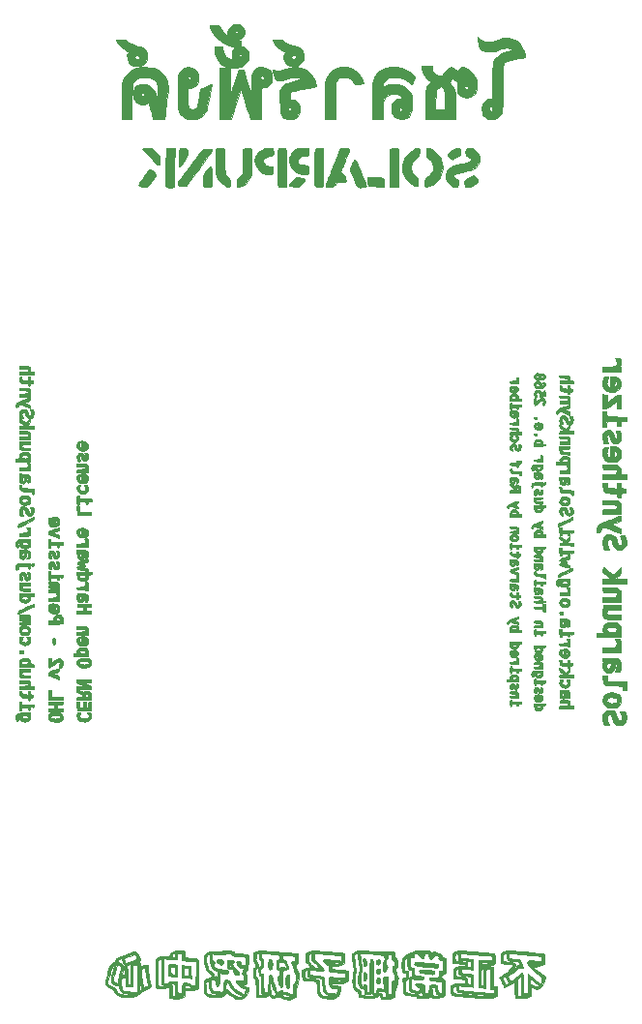
<source format=gbr>
%TF.GenerationSoftware,KiCad,Pcbnew,9.0.0*%
%TF.CreationDate,2025-03-19T15:52:07+01:00*%
%TF.ProjectId,SolarSynth_digilog,536f6c61-7253-4796-9e74-685f64696769,rev?*%
%TF.SameCoordinates,Original*%
%TF.FileFunction,Legend,Bot*%
%TF.FilePolarity,Positive*%
%FSLAX46Y46*%
G04 Gerber Fmt 4.6, Leading zero omitted, Abs format (unit mm)*
G04 Created by KiCad (PCBNEW 9.0.0) date 2025-03-19 15:52:07*
%MOMM*%
%LPD*%
G01*
G04 APERTURE LIST*
%ADD10C,0.010000*%
G04 APERTURE END LIST*
D10*
%TO.C,Ref\u002A\u002A*%
X144248816Y-68199000D02*
X143783149Y-68199000D01*
X143783149Y-67818000D01*
X144248816Y-67818000D01*
X144248816Y-68199000D01*
G36*
X144248816Y-68199000D02*
G01*
X143783149Y-68199000D01*
X143783149Y-67818000D01*
X144248816Y-67818000D01*
X144248816Y-68199000D01*
G37*
X93829816Y-92286666D02*
X94845816Y-92286666D01*
X94845816Y-92540666D01*
X93575816Y-92540666D01*
X93575816Y-91736333D01*
X93829816Y-91736333D01*
X93829816Y-92286666D01*
G36*
X93829816Y-92286666D02*
G01*
X94845816Y-92286666D01*
X94845816Y-92540666D01*
X93575816Y-92540666D01*
X93575816Y-91736333D01*
X93829816Y-91736333D01*
X93829816Y-92286666D01*
G37*
X134953012Y-79054607D02*
X134977816Y-79121000D01*
X134954973Y-79185823D01*
X134871983Y-79205666D01*
X134790954Y-79187392D01*
X134766149Y-79121000D01*
X134788992Y-79056176D01*
X134871983Y-79036333D01*
X134953012Y-79054607D01*
G36*
X134953012Y-79054607D02*
G01*
X134977816Y-79121000D01*
X134954973Y-79185823D01*
X134871983Y-79205666D01*
X134790954Y-79187392D01*
X134766149Y-79121000D01*
X134788992Y-79056176D01*
X134871983Y-79036333D01*
X134953012Y-79054607D01*
G37*
X134953012Y-92770607D02*
X134977816Y-92837000D01*
X134954973Y-92901823D01*
X134871983Y-92921666D01*
X134790954Y-92903392D01*
X134766149Y-92837000D01*
X134788992Y-92772176D01*
X134871983Y-92752333D01*
X134953012Y-92770607D01*
G36*
X134953012Y-92770607D02*
G01*
X134977816Y-92837000D01*
X134954973Y-92901823D01*
X134871983Y-92921666D01*
X134790954Y-92903392D01*
X134766149Y-92837000D01*
X134788992Y-92772176D01*
X134871983Y-92752333D01*
X134953012Y-92770607D01*
G37*
X137069678Y-82271940D02*
X137094483Y-82338333D01*
X137071640Y-82403156D01*
X136988649Y-82423000D01*
X136907621Y-82404725D01*
X136882816Y-82338333D01*
X136905659Y-82273510D01*
X136988649Y-82253666D01*
X137069678Y-82271940D01*
G36*
X137069678Y-82271940D02*
G01*
X137094483Y-82338333D01*
X137071640Y-82403156D01*
X136988649Y-82423000D01*
X136907621Y-82404725D01*
X136882816Y-82338333D01*
X136905659Y-82273510D01*
X136988649Y-82253666D01*
X137069678Y-82271940D01*
G37*
X134895944Y-66760469D02*
X134961592Y-66786585D01*
X134977816Y-66868444D01*
X134976962Y-66897606D01*
X134953713Y-66958016D01*
X134882566Y-66963694D01*
X134821996Y-66940499D01*
X134773789Y-66854916D01*
X134771122Y-66829275D01*
X134789750Y-66773486D01*
X134869039Y-66759666D01*
X134895944Y-66760469D01*
G36*
X134895944Y-66760469D02*
G01*
X134961592Y-66786585D01*
X134977816Y-66868444D01*
X134976962Y-66897606D01*
X134953713Y-66958016D01*
X134882566Y-66963694D01*
X134821996Y-66940499D01*
X134773789Y-66854916D01*
X134771122Y-66829275D01*
X134789750Y-66773486D01*
X134869039Y-66759666D01*
X134895944Y-66760469D01*
G37*
X134963996Y-89854934D02*
X134977816Y-89934222D01*
X134977013Y-89961127D01*
X134950897Y-90026775D01*
X134869039Y-90043000D01*
X134839877Y-90042145D01*
X134779467Y-90018896D01*
X134773789Y-89947750D01*
X134796983Y-89887179D01*
X134882566Y-89838972D01*
X134908208Y-89836306D01*
X134963996Y-89854934D01*
G36*
X134963996Y-89854934D02*
G01*
X134977816Y-89934222D01*
X134977013Y-89961127D01*
X134950897Y-90026775D01*
X134869039Y-90043000D01*
X134839877Y-90042145D01*
X134779467Y-90018896D01*
X134773789Y-89947750D01*
X134796983Y-89887179D01*
X134882566Y-89838972D01*
X134908208Y-89836306D01*
X134963996Y-89854934D01*
G37*
X137012610Y-86572469D02*
X137078258Y-86598585D01*
X137094483Y-86680444D01*
X137093629Y-86709606D01*
X137070379Y-86770016D01*
X136999233Y-86775694D01*
X136938663Y-86752499D01*
X136890455Y-86666916D01*
X136887789Y-86641275D01*
X136906417Y-86585486D01*
X136985705Y-86571666D01*
X137012610Y-86572469D01*
G36*
X137012610Y-86572469D02*
G01*
X137078258Y-86598585D01*
X137094483Y-86680444D01*
X137093629Y-86709606D01*
X137070379Y-86770016D01*
X136999233Y-86775694D01*
X136938663Y-86752499D01*
X136890455Y-86666916D01*
X136887789Y-86641275D01*
X136906417Y-86585486D01*
X136985705Y-86571666D01*
X137012610Y-86572469D01*
G37*
X137080663Y-73556600D02*
X137094483Y-73635889D01*
X137093680Y-73662794D01*
X137067564Y-73728442D01*
X136985705Y-73744666D01*
X136956543Y-73743812D01*
X136896133Y-73720563D01*
X136890455Y-73649416D01*
X136913650Y-73588846D01*
X136999233Y-73540639D01*
X137024874Y-73537972D01*
X137080663Y-73556600D01*
G36*
X137080663Y-73556600D02*
G01*
X137094483Y-73635889D01*
X137093680Y-73662794D01*
X137067564Y-73728442D01*
X136985705Y-73744666D01*
X136956543Y-73743812D01*
X136896133Y-73720563D01*
X136890455Y-73649416D01*
X136913650Y-73588846D01*
X136999233Y-73540639D01*
X137024874Y-73537972D01*
X137080663Y-73556600D01*
G37*
X92287264Y-93011296D02*
X92337079Y-93040595D01*
X92348149Y-93112166D01*
X92341202Y-93174510D01*
X92300182Y-93210092D01*
X92199983Y-93218000D01*
X92112702Y-93213037D01*
X92062886Y-93183737D01*
X92051816Y-93112166D01*
X92058764Y-93049823D01*
X92099784Y-93014240D01*
X92199983Y-93006333D01*
X92287264Y-93011296D01*
G36*
X92287264Y-93011296D02*
G01*
X92337079Y-93040595D01*
X92348149Y-93112166D01*
X92341202Y-93174510D01*
X92300182Y-93210092D01*
X92199983Y-93218000D01*
X92112702Y-93213037D01*
X92062886Y-93183737D01*
X92051816Y-93112166D01*
X92058764Y-93049823D01*
X92099784Y-93014240D01*
X92199983Y-93006333D01*
X92287264Y-93011296D01*
G37*
X94837995Y-78789009D02*
X94879890Y-78824006D01*
X94888149Y-78909333D01*
X94880361Y-78993343D01*
X94839530Y-79029253D01*
X94739983Y-79036333D01*
X94641971Y-79029657D01*
X94600076Y-78994659D01*
X94591816Y-78909333D01*
X94599605Y-78825323D01*
X94640435Y-78789413D01*
X94739983Y-78782333D01*
X94837995Y-78789009D01*
G36*
X94837995Y-78789009D02*
G01*
X94879890Y-78824006D01*
X94888149Y-78909333D01*
X94880361Y-78993343D01*
X94839530Y-79029253D01*
X94739983Y-79036333D01*
X94641971Y-79029657D01*
X94600076Y-78994659D01*
X94591816Y-78909333D01*
X94599605Y-78825323D01*
X94640435Y-78789413D01*
X94739983Y-78782333D01*
X94837995Y-78789009D01*
G37*
X94837995Y-81625342D02*
X94879890Y-81660340D01*
X94888149Y-81745666D01*
X94880361Y-81829676D01*
X94839530Y-81865586D01*
X94739983Y-81872666D01*
X94641971Y-81865990D01*
X94600076Y-81830993D01*
X94591816Y-81745666D01*
X94599605Y-81661656D01*
X94640435Y-81625746D01*
X94739983Y-81618666D01*
X94837995Y-81625342D01*
G36*
X94837995Y-81625342D02*
G01*
X94879890Y-81660340D01*
X94888149Y-81745666D01*
X94880361Y-81829676D01*
X94839530Y-81865586D01*
X94739983Y-81872666D01*
X94641971Y-81865990D01*
X94600076Y-81830993D01*
X94591816Y-81745666D01*
X94599605Y-81661656D01*
X94640435Y-81625746D01*
X94739983Y-81618666D01*
X94837995Y-81625342D01*
G37*
X97335661Y-74979009D02*
X97377556Y-75014006D01*
X97385816Y-75099333D01*
X97378027Y-75183343D01*
X97337197Y-75219253D01*
X97237649Y-75226333D01*
X97139638Y-75219657D01*
X97097743Y-75184659D01*
X97089483Y-75099333D01*
X97097272Y-75015323D01*
X97138102Y-74979413D01*
X97237649Y-74972333D01*
X97335661Y-74979009D01*
G36*
X97335661Y-74979009D02*
G01*
X97377556Y-75014006D01*
X97385816Y-75099333D01*
X97378027Y-75183343D01*
X97337197Y-75219253D01*
X97237649Y-75226333D01*
X97139638Y-75219657D01*
X97097743Y-75184659D01*
X97089483Y-75099333D01*
X97097272Y-75015323D01*
X97138102Y-74979413D01*
X97237649Y-74972333D01*
X97335661Y-74979009D01*
G37*
X136303043Y-67820527D02*
X136361147Y-67848197D01*
X136374816Y-67923833D01*
X136371783Y-67969856D01*
X136338580Y-68018276D01*
X136247816Y-68029666D01*
X136192589Y-68027139D01*
X136134485Y-67999469D01*
X136120816Y-67923833D01*
X136123849Y-67877810D01*
X136157053Y-67829390D01*
X136247816Y-67818000D01*
X136303043Y-67820527D01*
G36*
X136303043Y-67820527D02*
G01*
X136361147Y-67848197D01*
X136374816Y-67923833D01*
X136371783Y-67969856D01*
X136338580Y-68018276D01*
X136247816Y-68029666D01*
X136192589Y-68027139D01*
X136134485Y-67999469D01*
X136120816Y-67923833D01*
X136123849Y-67877810D01*
X136157053Y-67829390D01*
X136247816Y-67818000D01*
X136303043Y-67820527D01*
G37*
X136303043Y-69259860D02*
X136361147Y-69287530D01*
X136374816Y-69363166D01*
X136371783Y-69409189D01*
X136338580Y-69457609D01*
X136247816Y-69469000D01*
X136192589Y-69466472D01*
X136134485Y-69438802D01*
X136120816Y-69363166D01*
X136123849Y-69317143D01*
X136157053Y-69268723D01*
X136247816Y-69257333D01*
X136303043Y-69259860D01*
G36*
X136303043Y-69259860D02*
G01*
X136361147Y-69287530D01*
X136374816Y-69363166D01*
X136371783Y-69409189D01*
X136338580Y-69457609D01*
X136247816Y-69469000D01*
X136192589Y-69466472D01*
X136134485Y-69438802D01*
X136120816Y-69363166D01*
X136123849Y-69317143D01*
X136157053Y-69268723D01*
X136247816Y-69257333D01*
X136303043Y-69259860D01*
G37*
X137008153Y-90890113D02*
X137076998Y-90914939D01*
X137094483Y-90995500D01*
X137094036Y-91015003D01*
X137069210Y-91083848D01*
X136988649Y-91101333D01*
X136969146Y-91100886D01*
X136900301Y-91076060D01*
X136882816Y-90995500D01*
X136883263Y-90975996D01*
X136908089Y-90907151D01*
X136988649Y-90889666D01*
X137008153Y-90890113D01*
G36*
X137008153Y-90890113D02*
G01*
X137076998Y-90914939D01*
X137094483Y-90995500D01*
X137094036Y-91015003D01*
X137069210Y-91083848D01*
X136988649Y-91101333D01*
X136969146Y-91100886D01*
X136900301Y-91076060D01*
X136882816Y-90995500D01*
X136883263Y-90975996D01*
X136908089Y-90907151D01*
X136988649Y-90889666D01*
X137008153Y-90890113D01*
G37*
X139489846Y-77727890D02*
X139539327Y-77761045D01*
X139549816Y-77851000D01*
X139545925Y-77918030D01*
X139512770Y-77967510D01*
X139422816Y-77978000D01*
X139355786Y-77974109D01*
X139306306Y-77940954D01*
X139295816Y-77851000D01*
X139299707Y-77783969D01*
X139332862Y-77734489D01*
X139422816Y-77724000D01*
X139489846Y-77727890D01*
G36*
X139489846Y-77727890D02*
G01*
X139539327Y-77761045D01*
X139549816Y-77851000D01*
X139545925Y-77918030D01*
X139512770Y-77967510D01*
X139422816Y-77978000D01*
X139355786Y-77974109D01*
X139306306Y-77940954D01*
X139295816Y-77851000D01*
X139299707Y-77783969D01*
X139332862Y-77734489D01*
X139422816Y-77724000D01*
X139489846Y-77727890D01*
G37*
X139489846Y-79505890D02*
X139539327Y-79539045D01*
X139549816Y-79629000D01*
X139545925Y-79696030D01*
X139512770Y-79745510D01*
X139422816Y-79756000D01*
X139355786Y-79752109D01*
X139306306Y-79718954D01*
X139295816Y-79629000D01*
X139299707Y-79561969D01*
X139332862Y-79512489D01*
X139422816Y-79502000D01*
X139489846Y-79505890D01*
G36*
X139489846Y-79505890D02*
G01*
X139539327Y-79539045D01*
X139549816Y-79629000D01*
X139545925Y-79696030D01*
X139512770Y-79745510D01*
X139422816Y-79756000D01*
X139355786Y-79752109D01*
X139306306Y-79718954D01*
X139295816Y-79629000D01*
X139299707Y-79561969D01*
X139332862Y-79512489D01*
X139422816Y-79502000D01*
X139489846Y-79505890D01*
G37*
X139489846Y-86617890D02*
X139539327Y-86651045D01*
X139549816Y-86741000D01*
X139545925Y-86808030D01*
X139512770Y-86857510D01*
X139422816Y-86868000D01*
X139355786Y-86864109D01*
X139306306Y-86830954D01*
X139295816Y-86741000D01*
X139299707Y-86673969D01*
X139332862Y-86624489D01*
X139422816Y-86614000D01*
X139489846Y-86617890D01*
G36*
X139489846Y-86617890D02*
G01*
X139539327Y-86651045D01*
X139549816Y-86741000D01*
X139545925Y-86808030D01*
X139512770Y-86857510D01*
X139422816Y-86868000D01*
X139355786Y-86864109D01*
X139306306Y-86830954D01*
X139295816Y-86741000D01*
X139299707Y-86673969D01*
X139332862Y-86624489D01*
X139422816Y-86614000D01*
X139489846Y-86617890D01*
G37*
X96327483Y-76157666D02*
X97343483Y-76157666D01*
X97343483Y-76277611D01*
X97335659Y-76366774D01*
X97314148Y-76426890D01*
X97305821Y-76430465D01*
X97230394Y-76439275D01*
X97091827Y-76444859D01*
X96906234Y-76446762D01*
X96689731Y-76444529D01*
X96094649Y-76432833D01*
X96070417Y-75607333D01*
X96327483Y-75607333D01*
X96327483Y-76157666D01*
G36*
X96327483Y-76157666D02*
G01*
X97343483Y-76157666D01*
X97343483Y-76277611D01*
X97335659Y-76366774D01*
X97314148Y-76426890D01*
X97305821Y-76430465D01*
X97230394Y-76439275D01*
X97091827Y-76444859D01*
X96906234Y-76446762D01*
X96689731Y-76444529D01*
X96094649Y-76432833D01*
X96070417Y-75607333D01*
X96327483Y-75607333D01*
X96327483Y-76157666D01*
G37*
X122526305Y-116086941D02*
X122608077Y-116151831D01*
X122651664Y-116256683D01*
X122649068Y-116374214D01*
X122592292Y-116477142D01*
X122542690Y-116515908D01*
X122468316Y-116543666D01*
X122378100Y-116507583D01*
X122306573Y-116415118D01*
X122277816Y-116295109D01*
X122289099Y-116207098D01*
X122354633Y-116110970D01*
X122475293Y-116078000D01*
X122526305Y-116086941D01*
G36*
X122526305Y-116086941D02*
G01*
X122608077Y-116151831D01*
X122651664Y-116256683D01*
X122649068Y-116374214D01*
X122592292Y-116477142D01*
X122542690Y-116515908D01*
X122468316Y-116543666D01*
X122378100Y-116507583D01*
X122306573Y-116415118D01*
X122277816Y-116295109D01*
X122289099Y-116207098D01*
X122354633Y-116110970D01*
X122475293Y-116078000D01*
X122526305Y-116086941D01*
G37*
X122541169Y-115308612D02*
X122624100Y-115380322D01*
X122655252Y-115494978D01*
X122624963Y-115631794D01*
X122572364Y-115705347D01*
X122468316Y-115739333D01*
X122410001Y-115728949D01*
X122325409Y-115660033D01*
X122285922Y-115545935D01*
X122303013Y-115409544D01*
X122310618Y-115389436D01*
X122366985Y-115314609D01*
X122468316Y-115294833D01*
X122541169Y-115308612D01*
G36*
X122541169Y-115308612D02*
G01*
X122624100Y-115380322D01*
X122655252Y-115494978D01*
X122624963Y-115631794D01*
X122572364Y-115705347D01*
X122468316Y-115739333D01*
X122410001Y-115728949D01*
X122325409Y-115660033D01*
X122285922Y-115545935D01*
X122303013Y-115409544D01*
X122310618Y-115389436D01*
X122366985Y-115314609D01*
X122468316Y-115294833D01*
X122541169Y-115308612D01*
G37*
X91253027Y-88223016D02*
X91336640Y-88233576D01*
X91369057Y-88273872D01*
X91374483Y-88363777D01*
X91374435Y-88371810D01*
X91365028Y-88475505D01*
X91344254Y-88535117D01*
X91285885Y-88552685D01*
X91185504Y-88552756D01*
X91101246Y-88535470D01*
X91060417Y-88487259D01*
X91043844Y-88381416D01*
X91030705Y-88222666D01*
X91202594Y-88222666D01*
X91253027Y-88223016D01*
G36*
X91253027Y-88223016D02*
G01*
X91336640Y-88233576D01*
X91369057Y-88273872D01*
X91374483Y-88363777D01*
X91374435Y-88371810D01*
X91365028Y-88475505D01*
X91344254Y-88535117D01*
X91285885Y-88552685D01*
X91185504Y-88552756D01*
X91101246Y-88535470D01*
X91060417Y-88487259D01*
X91043844Y-88381416D01*
X91030705Y-88222666D01*
X91202594Y-88222666D01*
X91253027Y-88223016D01*
G37*
X92253351Y-80626358D02*
X92316654Y-80656505D01*
X92340378Y-80740250D01*
X92341196Y-80747517D01*
X92340520Y-80820794D01*
X92301070Y-80850858D01*
X92199983Y-80856666D01*
X92190383Y-80856652D01*
X92094375Y-80849758D01*
X92058398Y-80817277D01*
X92059588Y-80740250D01*
X92067941Y-80691595D01*
X92107139Y-80636747D01*
X92199983Y-80623833D01*
X92253351Y-80626358D01*
G36*
X92253351Y-80626358D02*
G01*
X92316654Y-80656505D01*
X92340378Y-80740250D01*
X92341196Y-80747517D01*
X92340520Y-80820794D01*
X92301070Y-80850858D01*
X92199983Y-80856666D01*
X92190383Y-80856652D01*
X92094375Y-80849758D01*
X92058398Y-80817277D01*
X92059588Y-80740250D01*
X92067941Y-80691595D01*
X92107139Y-80636747D01*
X92199983Y-80623833D01*
X92253351Y-80626358D01*
G37*
X122549325Y-116881432D02*
X122617118Y-116989837D01*
X122643793Y-117073547D01*
X122651479Y-117216754D01*
X122592292Y-117323809D01*
X122542690Y-117362575D01*
X122468316Y-117390333D01*
X122393103Y-117370416D01*
X122319854Y-117291384D01*
X122285393Y-117174357D01*
X122295484Y-117043330D01*
X122355889Y-116922297D01*
X122374189Y-116901645D01*
X122464677Y-116851085D01*
X122549325Y-116881432D01*
G36*
X122549325Y-116881432D02*
G01*
X122617118Y-116989837D01*
X122643793Y-117073547D01*
X122651479Y-117216754D01*
X122592292Y-117323809D01*
X122542690Y-117362575D01*
X122468316Y-117390333D01*
X122393103Y-117370416D01*
X122319854Y-117291384D01*
X122285393Y-117174357D01*
X122295484Y-117043330D01*
X122355889Y-116922297D01*
X122374189Y-116901645D01*
X122464677Y-116851085D01*
X122549325Y-116881432D01*
G37*
X142479187Y-67574583D02*
X142491983Y-67796833D01*
X143095233Y-67808578D01*
X143698483Y-67820324D01*
X143698483Y-68580000D01*
X143359816Y-68580000D01*
X143359816Y-68196038D01*
X142925899Y-68208102D01*
X142491983Y-68220166D01*
X142479187Y-68442416D01*
X142466392Y-68664666D01*
X142132149Y-68664666D01*
X142132149Y-67352333D01*
X142466392Y-67352333D01*
X142479187Y-67574583D01*
G36*
X142479187Y-67574583D02*
G01*
X142491983Y-67796833D01*
X143095233Y-67808578D01*
X143698483Y-67820324D01*
X143698483Y-68580000D01*
X143359816Y-68580000D01*
X143359816Y-68196038D01*
X142925899Y-68208102D01*
X142491983Y-68220166D01*
X142479187Y-68442416D01*
X142466392Y-68664666D01*
X142132149Y-68664666D01*
X142132149Y-67352333D01*
X142466392Y-67352333D01*
X142479187Y-67574583D01*
G37*
X138523879Y-84836192D02*
X138615954Y-84845045D01*
X138653600Y-84879384D01*
X138660816Y-84955944D01*
X138652768Y-85045273D01*
X138630588Y-85106117D01*
X138572218Y-85123685D01*
X138471838Y-85123756D01*
X138406028Y-85112855D01*
X138351016Y-85071022D01*
X138330051Y-84973583D01*
X138326251Y-84929348D01*
X138332957Y-84864599D01*
X138379705Y-84839927D01*
X138488801Y-84836000D01*
X138523879Y-84836192D01*
G36*
X138523879Y-84836192D02*
G01*
X138615954Y-84845045D01*
X138653600Y-84879384D01*
X138660816Y-84955944D01*
X138652768Y-85045273D01*
X138630588Y-85106117D01*
X138572218Y-85123685D01*
X138471838Y-85123756D01*
X138406028Y-85112855D01*
X138351016Y-85071022D01*
X138330051Y-84973583D01*
X138326251Y-84929348D01*
X138332957Y-84864599D01*
X138379705Y-84839927D01*
X138488801Y-84836000D01*
X138523879Y-84836192D01*
G37*
X121365525Y-116414903D02*
X121375196Y-116425317D01*
X121409180Y-116513801D01*
X121428378Y-116650099D01*
X121431798Y-116805068D01*
X121418445Y-116949566D01*
X121387327Y-117054449D01*
X121345983Y-117112295D01*
X121280760Y-117139273D01*
X121220613Y-117100294D01*
X121173114Y-117006522D01*
X121145837Y-116869122D01*
X121146356Y-116699255D01*
X121170965Y-116557548D01*
X121221752Y-116441012D01*
X121289018Y-116390333D01*
X121365525Y-116414903D01*
G36*
X121365525Y-116414903D02*
G01*
X121375196Y-116425317D01*
X121409180Y-116513801D01*
X121428378Y-116650099D01*
X121431798Y-116805068D01*
X121418445Y-116949566D01*
X121387327Y-117054449D01*
X121345983Y-117112295D01*
X121280760Y-117139273D01*
X121220613Y-117100294D01*
X121173114Y-117006522D01*
X121145837Y-116869122D01*
X121146356Y-116699255D01*
X121170965Y-116557548D01*
X121221752Y-116441012D01*
X121289018Y-116390333D01*
X121365525Y-116414903D01*
G37*
X121330965Y-115240006D02*
X121336274Y-115245817D01*
X121380012Y-115337875D01*
X121410251Y-115475259D01*
X121423940Y-115626471D01*
X121418031Y-115760009D01*
X121389473Y-115844374D01*
X121361019Y-115874362D01*
X121287503Y-115904223D01*
X121226740Y-115852614D01*
X121180066Y-115721379D01*
X121148816Y-115512360D01*
X121139073Y-115390588D01*
X121139155Y-115287057D01*
X121156965Y-115232028D01*
X121195569Y-115205362D01*
X121245603Y-115199666D01*
X121330965Y-115240006D01*
G36*
X121330965Y-115240006D02*
G01*
X121336274Y-115245817D01*
X121380012Y-115337875D01*
X121410251Y-115475259D01*
X121423940Y-115626471D01*
X121418031Y-115760009D01*
X121389473Y-115844374D01*
X121361019Y-115874362D01*
X121287503Y-115904223D01*
X121226740Y-115852614D01*
X121180066Y-115721379D01*
X121148816Y-115512360D01*
X121139073Y-115390588D01*
X121139155Y-115287057D01*
X121156965Y-115232028D01*
X121195569Y-115205362D01*
X121245603Y-115199666D01*
X121330965Y-115240006D01*
G37*
X139091686Y-87214340D02*
X139232316Y-87227833D01*
X139241509Y-87557334D01*
X139250702Y-87886836D01*
X138797009Y-87874834D01*
X138343316Y-87862833D01*
X138329921Y-87746416D01*
X138316526Y-87630000D01*
X138597287Y-87630000D01*
X138739231Y-87624801D01*
X138876186Y-87608955D01*
X138959933Y-87586177D01*
X139016789Y-87531873D01*
X139039018Y-87421255D01*
X138996436Y-87285640D01*
X138973992Y-87231109D01*
X138999383Y-87210133D01*
X139091686Y-87214340D01*
G36*
X139091686Y-87214340D02*
G01*
X139232316Y-87227833D01*
X139241509Y-87557334D01*
X139250702Y-87886836D01*
X138797009Y-87874834D01*
X138343316Y-87862833D01*
X138329921Y-87746416D01*
X138316526Y-87630000D01*
X138597287Y-87630000D01*
X138739231Y-87624801D01*
X138876186Y-87608955D01*
X138959933Y-87586177D01*
X139016789Y-87531873D01*
X139039018Y-87421255D01*
X138996436Y-87285640D01*
X138973992Y-87231109D01*
X138999383Y-87210133D01*
X139091686Y-87214340D01*
G37*
X113085901Y-115292407D02*
X113146256Y-115366629D01*
X113179854Y-115505616D01*
X113190261Y-115718166D01*
X113185942Y-115861640D01*
X113167165Y-116013026D01*
X113135688Y-116096910D01*
X113095136Y-116132263D01*
X113010099Y-116162666D01*
X112984313Y-116161377D01*
X112912858Y-116132944D01*
X112867776Y-116057857D01*
X112844254Y-115923727D01*
X112837483Y-115718166D01*
X112837983Y-115651765D01*
X112849025Y-115467763D01*
X112878184Y-115351672D01*
X112930272Y-115291103D01*
X113010099Y-115273666D01*
X113085901Y-115292407D01*
G36*
X113085901Y-115292407D02*
G01*
X113146256Y-115366629D01*
X113179854Y-115505616D01*
X113190261Y-115718166D01*
X113185942Y-115861640D01*
X113167165Y-116013026D01*
X113135688Y-116096910D01*
X113095136Y-116132263D01*
X113010099Y-116162666D01*
X112984313Y-116161377D01*
X112912858Y-116132944D01*
X112867776Y-116057857D01*
X112844254Y-115923727D01*
X112837483Y-115718166D01*
X112837983Y-115651765D01*
X112849025Y-115467763D01*
X112878184Y-115351672D01*
X112930272Y-115291103D01*
X113010099Y-115273666D01*
X113085901Y-115292407D01*
G37*
X94845816Y-92838942D02*
X94841667Y-92910705D01*
X94815371Y-92947891D01*
X94746090Y-92961867D01*
X94612983Y-92964000D01*
X94380149Y-92964000D01*
X94380149Y-93302666D01*
X94616543Y-93302666D01*
X94748110Y-93304930D01*
X94816284Y-93319272D01*
X94841906Y-93357062D01*
X94845816Y-93429666D01*
X94845816Y-93556666D01*
X93575816Y-93556666D01*
X93575816Y-93302666D01*
X94126149Y-93302666D01*
X94126149Y-92964000D01*
X93575816Y-92964000D01*
X93575816Y-92710000D01*
X94845816Y-92710000D01*
X94845816Y-92838942D01*
G36*
X94845816Y-92838942D02*
G01*
X94841667Y-92910705D01*
X94815371Y-92947891D01*
X94746090Y-92961867D01*
X94612983Y-92964000D01*
X94380149Y-92964000D01*
X94380149Y-93302666D01*
X94616543Y-93302666D01*
X94748110Y-93304930D01*
X94816284Y-93319272D01*
X94841906Y-93357062D01*
X94845816Y-93429666D01*
X94845816Y-93556666D01*
X93575816Y-93556666D01*
X93575816Y-93302666D01*
X94126149Y-93302666D01*
X94126149Y-92964000D01*
X93575816Y-92964000D01*
X93575816Y-92710000D01*
X94845816Y-92710000D01*
X94845816Y-92838942D01*
G37*
X94079935Y-87164492D02*
X94129710Y-87173206D01*
X94156155Y-87209193D01*
X94166627Y-87291582D01*
X94168483Y-87439500D01*
X94168422Y-87484441D01*
X94165070Y-87613857D01*
X94151229Y-87682614D01*
X94119541Y-87709841D01*
X94062649Y-87714666D01*
X94045364Y-87714507D01*
X93995589Y-87705793D01*
X93969144Y-87669806D01*
X93958672Y-87587417D01*
X93956816Y-87439500D01*
X93956877Y-87394558D01*
X93960229Y-87265142D01*
X93974070Y-87196385D01*
X94005758Y-87169158D01*
X94062649Y-87164333D01*
X94079935Y-87164492D01*
G36*
X94079935Y-87164492D02*
G01*
X94129710Y-87173206D01*
X94156155Y-87209193D01*
X94166627Y-87291582D01*
X94168483Y-87439500D01*
X94168422Y-87484441D01*
X94165070Y-87613857D01*
X94151229Y-87682614D01*
X94119541Y-87709841D01*
X94062649Y-87714666D01*
X94045364Y-87714507D01*
X93995589Y-87705793D01*
X93969144Y-87669806D01*
X93958672Y-87587417D01*
X93956816Y-87439500D01*
X93956877Y-87394558D01*
X93960229Y-87265142D01*
X93974070Y-87196385D01*
X94005758Y-87169158D01*
X94062649Y-87164333D01*
X94079935Y-87164492D01*
G37*
X94365132Y-83185021D02*
X94446767Y-83192852D01*
X94498999Y-83225120D01*
X94528256Y-83296862D01*
X94540965Y-83423115D01*
X94543551Y-83618916D01*
X94543148Y-83904666D01*
X93575816Y-83904666D01*
X93575816Y-83650666D01*
X93892340Y-83650666D01*
X93960353Y-83650459D01*
X94099516Y-83645760D01*
X94184532Y-83629969D01*
X94237786Y-83596697D01*
X94281668Y-83539554D01*
X94325209Y-83463438D01*
X94328700Y-83397149D01*
X94284613Y-83306721D01*
X94214754Y-83185000D01*
X94358099Y-83185000D01*
X94365132Y-83185021D01*
G36*
X94365132Y-83185021D02*
G01*
X94446767Y-83192852D01*
X94498999Y-83225120D01*
X94528256Y-83296862D01*
X94540965Y-83423115D01*
X94543551Y-83618916D01*
X94543148Y-83904666D01*
X93575816Y-83904666D01*
X93575816Y-83650666D01*
X93892340Y-83650666D01*
X93960353Y-83650459D01*
X94099516Y-83645760D01*
X94184532Y-83629969D01*
X94237786Y-83596697D01*
X94281668Y-83539554D01*
X94325209Y-83463438D01*
X94328700Y-83397149D01*
X94284613Y-83306721D01*
X94214754Y-83185000D01*
X94358099Y-83185000D01*
X94365132Y-83185021D01*
G37*
X91836708Y-71799290D02*
X91921464Y-71825664D01*
X91972898Y-71893919D01*
X91998194Y-72018042D01*
X92004538Y-72212022D01*
X92003574Y-72517000D01*
X91035816Y-72517000D01*
X91035816Y-72263000D01*
X91350292Y-72263000D01*
X91352166Y-72262999D01*
X91541093Y-72256465D01*
X91662183Y-72235213D01*
X91731292Y-72196476D01*
X91747110Y-72180118D01*
X91789846Y-72113826D01*
X91785148Y-72038014D01*
X91733229Y-71922231D01*
X91724597Y-71905509D01*
X91691376Y-71829562D01*
X91709992Y-71801428D01*
X91791546Y-71797333D01*
X91836708Y-71799290D01*
G36*
X91836708Y-71799290D02*
G01*
X91921464Y-71825664D01*
X91972898Y-71893919D01*
X91998194Y-72018042D01*
X92004538Y-72212022D01*
X92003574Y-72517000D01*
X91035816Y-72517000D01*
X91035816Y-72263000D01*
X91350292Y-72263000D01*
X91352166Y-72262999D01*
X91541093Y-72256465D01*
X91662183Y-72235213D01*
X91731292Y-72196476D01*
X91747110Y-72180118D01*
X91789846Y-72113826D01*
X91785148Y-72038014D01*
X91733229Y-71922231D01*
X91724597Y-71905509D01*
X91691376Y-71829562D01*
X91709992Y-71801428D01*
X91791546Y-71797333D01*
X91836708Y-71799290D01*
G37*
X97343483Y-84455000D02*
X96877816Y-84455000D01*
X96877816Y-84751333D01*
X97114210Y-84751333D01*
X97245776Y-84753596D01*
X97313951Y-84767939D01*
X97339573Y-84805729D01*
X97343483Y-84878333D01*
X97343483Y-85005333D01*
X96073483Y-85005333D01*
X96073483Y-84751333D01*
X96623816Y-84751333D01*
X96623816Y-84459040D01*
X96359233Y-84446436D01*
X96307098Y-84443896D01*
X96184868Y-84434439D01*
X96121731Y-84415310D01*
X96098166Y-84376208D01*
X96094649Y-84306833D01*
X96094649Y-84179833D01*
X97343483Y-84156403D01*
X97343483Y-84455000D01*
G36*
X97343483Y-84455000D02*
G01*
X96877816Y-84455000D01*
X96877816Y-84751333D01*
X97114210Y-84751333D01*
X97245776Y-84753596D01*
X97313951Y-84767939D01*
X97339573Y-84805729D01*
X97343483Y-84878333D01*
X97343483Y-85005333D01*
X96073483Y-85005333D01*
X96073483Y-84751333D01*
X96623816Y-84751333D01*
X96623816Y-84459040D01*
X96359233Y-84446436D01*
X96307098Y-84443896D01*
X96184868Y-84434439D01*
X96121731Y-84415310D01*
X96098166Y-84376208D01*
X96094649Y-84306833D01*
X96094649Y-84179833D01*
X97343483Y-84156403D01*
X97343483Y-84455000D01*
G37*
X134609388Y-64346896D02*
X134692192Y-64389517D01*
X134733581Y-64505823D01*
X134733593Y-64695916D01*
X134715291Y-64897000D01*
X134359720Y-64897000D01*
X134196535Y-64896143D01*
X134087080Y-64890256D01*
X134029769Y-64874416D01*
X134007745Y-64843700D01*
X134004149Y-64793186D01*
X134004165Y-64788147D01*
X134011322Y-64733160D01*
X134044853Y-64701966D01*
X134124182Y-64686018D01*
X134268733Y-64676770D01*
X134533316Y-64664166D01*
X134528488Y-64505416D01*
X134529252Y-64429497D01*
X134549332Y-64363830D01*
X134601081Y-64346666D01*
X134609388Y-64346896D01*
G36*
X134609388Y-64346896D02*
G01*
X134692192Y-64389517D01*
X134733581Y-64505823D01*
X134733593Y-64695916D01*
X134715291Y-64897000D01*
X134359720Y-64897000D01*
X134196535Y-64896143D01*
X134087080Y-64890256D01*
X134029769Y-64874416D01*
X134007745Y-64843700D01*
X134004149Y-64793186D01*
X134004165Y-64788147D01*
X134011322Y-64733160D01*
X134044853Y-64701966D01*
X134124182Y-64686018D01*
X134268733Y-64676770D01*
X134533316Y-64664166D01*
X134528488Y-64505416D01*
X134529252Y-64429497D01*
X134549332Y-64363830D01*
X134601081Y-64346666D01*
X134609388Y-64346896D01*
G37*
X134615319Y-81661673D02*
X134697658Y-81708102D01*
X134738088Y-81825391D01*
X134735441Y-82010508D01*
X134712805Y-82211333D01*
X134358477Y-82211333D01*
X134197050Y-82210495D01*
X134087326Y-82204643D01*
X134029859Y-82188828D01*
X134007762Y-82158103D01*
X134004149Y-82107520D01*
X134004165Y-82102480D01*
X134011322Y-82047493D01*
X134044853Y-82016299D01*
X134124182Y-82000351D01*
X134268733Y-81991103D01*
X134533316Y-81978500D01*
X134528488Y-81819750D01*
X134529252Y-81743831D01*
X134549332Y-81678163D01*
X134601081Y-81661000D01*
X134615319Y-81661673D01*
G36*
X134615319Y-81661673D02*
G01*
X134697658Y-81708102D01*
X134738088Y-81825391D01*
X134735441Y-82010508D01*
X134712805Y-82211333D01*
X134358477Y-82211333D01*
X134197050Y-82210495D01*
X134087326Y-82204643D01*
X134029859Y-82188828D01*
X134007762Y-82158103D01*
X134004149Y-82107520D01*
X134004165Y-82102480D01*
X134011322Y-82047493D01*
X134044853Y-82016299D01*
X134124182Y-82000351D01*
X134268733Y-81991103D01*
X134533316Y-81978500D01*
X134528488Y-81819750D01*
X134529252Y-81743831D01*
X134549332Y-81678163D01*
X134601081Y-81661000D01*
X134615319Y-81661673D01*
G37*
X114583464Y-116597764D02*
X114638060Y-116656774D01*
X114674130Y-116773358D01*
X114694039Y-116956288D01*
X114700149Y-117214336D01*
X114699073Y-117333253D01*
X114689581Y-117518313D01*
X114668638Y-117641991D01*
X114634249Y-117719580D01*
X114580441Y-117782547D01*
X114530816Y-117813666D01*
X114488658Y-117789339D01*
X114427383Y-117719580D01*
X114408570Y-117686006D01*
X114381080Y-117587534D01*
X114366050Y-117435408D01*
X114361483Y-117214336D01*
X114364653Y-117018977D01*
X114380556Y-116816391D01*
X114411975Y-116682547D01*
X114461274Y-116608674D01*
X114530816Y-116586000D01*
X114583464Y-116597764D01*
G36*
X114583464Y-116597764D02*
G01*
X114638060Y-116656774D01*
X114674130Y-116773358D01*
X114694039Y-116956288D01*
X114700149Y-117214336D01*
X114699073Y-117333253D01*
X114689581Y-117518313D01*
X114668638Y-117641991D01*
X114634249Y-117719580D01*
X114580441Y-117782547D01*
X114530816Y-117813666D01*
X114488658Y-117789339D01*
X114427383Y-117719580D01*
X114408570Y-117686006D01*
X114381080Y-117587534D01*
X114366050Y-117435408D01*
X114361483Y-117214336D01*
X114364653Y-117018977D01*
X114380556Y-116816391D01*
X114411975Y-116682547D01*
X114461274Y-116608674D01*
X114530816Y-116586000D01*
X114583464Y-116597764D01*
G37*
X122205685Y-46884827D02*
X122323305Y-46885159D01*
X122553356Y-46888047D01*
X122715573Y-46894742D01*
X122821846Y-46906310D01*
X122884065Y-46923816D01*
X122914120Y-46948327D01*
X122917516Y-46954889D01*
X122936056Y-47037162D01*
X122949275Y-47173909D01*
X122954501Y-47339250D01*
X122955149Y-47667333D01*
X122351899Y-47663113D01*
X122079397Y-47661253D01*
X121868892Y-47656295D01*
X121721225Y-47642586D01*
X121625298Y-47614394D01*
X121570010Y-47565983D01*
X121544262Y-47491619D01*
X121536953Y-47385566D01*
X121536983Y-47242091D01*
X121536983Y-46884166D01*
X122205685Y-46884827D01*
G36*
X122205685Y-46884827D02*
G01*
X122323305Y-46885159D01*
X122553356Y-46888047D01*
X122715573Y-46894742D01*
X122821846Y-46906310D01*
X122884065Y-46923816D01*
X122914120Y-46948327D01*
X122917516Y-46954889D01*
X122936056Y-47037162D01*
X122949275Y-47173909D01*
X122954501Y-47339250D01*
X122955149Y-47667333D01*
X122351899Y-47663113D01*
X122079397Y-47661253D01*
X121868892Y-47656295D01*
X121721225Y-47642586D01*
X121625298Y-47614394D01*
X121570010Y-47565983D01*
X121544262Y-47491619D01*
X121536953Y-47385566D01*
X121536983Y-47242091D01*
X121536983Y-46884166D01*
X122205685Y-46884827D01*
G37*
X134610597Y-67945605D02*
X134696217Y-67991078D01*
X134738011Y-68107829D01*
X134735441Y-68294508D01*
X134712805Y-68495333D01*
X134358477Y-68495333D01*
X134246176Y-68494853D01*
X134115276Y-68490200D01*
X134042422Y-68477273D01*
X134010938Y-68452090D01*
X134004149Y-68410666D01*
X134004638Y-68395770D01*
X134023086Y-68351161D01*
X134083751Y-68330828D01*
X134207725Y-68326000D01*
X134335317Y-68319015D01*
X134472076Y-68278897D01*
X134538958Y-68199908D01*
X134540937Y-68078352D01*
X134530472Y-68012170D01*
X134541888Y-67957829D01*
X134596385Y-67945000D01*
X134610597Y-67945605D01*
G36*
X134610597Y-67945605D02*
G01*
X134696217Y-67991078D01*
X134738011Y-68107829D01*
X134735441Y-68294508D01*
X134712805Y-68495333D01*
X134358477Y-68495333D01*
X134246176Y-68494853D01*
X134115276Y-68490200D01*
X134042422Y-68477273D01*
X134010938Y-68452090D01*
X134004149Y-68410666D01*
X134004638Y-68395770D01*
X134023086Y-68351161D01*
X134083751Y-68330828D01*
X134207725Y-68326000D01*
X134335317Y-68319015D01*
X134472076Y-68278897D01*
X134538958Y-68199908D01*
X134540937Y-68078352D01*
X134530472Y-68012170D01*
X134541888Y-67957829D01*
X134596385Y-67945000D01*
X134610597Y-67945605D01*
G37*
X136727264Y-71162938D02*
X136812884Y-71208411D01*
X136854678Y-71325162D01*
X136852108Y-71511841D01*
X136829472Y-71712666D01*
X136475144Y-71712666D01*
X136362842Y-71712187D01*
X136231943Y-71707533D01*
X136159089Y-71694607D01*
X136127605Y-71669424D01*
X136120816Y-71628000D01*
X136121305Y-71613103D01*
X136139753Y-71568494D01*
X136200418Y-71548161D01*
X136324392Y-71543333D01*
X136451983Y-71536348D01*
X136588743Y-71496230D01*
X136655624Y-71417242D01*
X136657603Y-71295686D01*
X136647139Y-71229504D01*
X136658555Y-71175163D01*
X136713052Y-71162333D01*
X136727264Y-71162938D01*
G36*
X136727264Y-71162938D02*
G01*
X136812884Y-71208411D01*
X136854678Y-71325162D01*
X136852108Y-71511841D01*
X136829472Y-71712666D01*
X136475144Y-71712666D01*
X136362842Y-71712187D01*
X136231943Y-71707533D01*
X136159089Y-71694607D01*
X136127605Y-71669424D01*
X136120816Y-71628000D01*
X136121305Y-71613103D01*
X136139753Y-71568494D01*
X136200418Y-71548161D01*
X136324392Y-71543333D01*
X136451983Y-71536348D01*
X136588743Y-71496230D01*
X136655624Y-71417242D01*
X136657603Y-71295686D01*
X136647139Y-71229504D01*
X136658555Y-71175163D01*
X136713052Y-71162333D01*
X136727264Y-71162938D01*
G37*
X142513149Y-90676510D02*
X142518180Y-90792838D01*
X142542796Y-90881744D01*
X142595033Y-90930510D01*
X142636139Y-90941392D01*
X142758817Y-90954885D01*
X142945581Y-90965281D01*
X143184306Y-90971968D01*
X143462866Y-90974333D01*
X144248816Y-90974333D01*
X144248816Y-91736333D01*
X143910149Y-91736333D01*
X143910149Y-91360790D01*
X143170022Y-91347478D01*
X142429894Y-91334166D01*
X142293023Y-91197187D01*
X142219616Y-91115607D01*
X142175811Y-91034780D01*
X142152466Y-90926944D01*
X142139374Y-90763270D01*
X142122595Y-90466333D01*
X142513149Y-90466333D01*
X142513149Y-90676510D01*
G36*
X142513149Y-90676510D02*
G01*
X142518180Y-90792838D01*
X142542796Y-90881744D01*
X142595033Y-90930510D01*
X142636139Y-90941392D01*
X142758817Y-90954885D01*
X142945581Y-90965281D01*
X143184306Y-90971968D01*
X143462866Y-90974333D01*
X144248816Y-90974333D01*
X144248816Y-91736333D01*
X143910149Y-91736333D01*
X143910149Y-91360790D01*
X143170022Y-91347478D01*
X142429894Y-91334166D01*
X142293023Y-91197187D01*
X142219616Y-91115607D01*
X142175811Y-91034780D01*
X142152466Y-90926944D01*
X142139374Y-90763270D01*
X142122595Y-90466333D01*
X142513149Y-90466333D01*
X142513149Y-90676510D01*
G37*
X96671032Y-86112605D02*
X96853683Y-86139475D01*
X96973079Y-86195368D01*
X97039786Y-86289023D01*
X97064368Y-86429182D01*
X97057390Y-86624583D01*
X97036665Y-86868000D01*
X96073483Y-86868000D01*
X96073483Y-86614000D01*
X96401566Y-86613351D01*
X96493044Y-86612346D01*
X96668387Y-86601376D01*
X96775289Y-86575124D01*
X96824955Y-86529587D01*
X96828588Y-86460760D01*
X96823790Y-86442891D01*
X96797186Y-86410008D01*
X96736068Y-86389378D01*
X96623720Y-86377016D01*
X96443423Y-86368935D01*
X96073483Y-86356703D01*
X96073483Y-86106000D01*
X96430560Y-86106000D01*
X96671032Y-86112605D01*
G36*
X96671032Y-86112605D02*
G01*
X96853683Y-86139475D01*
X96973079Y-86195368D01*
X97039786Y-86289023D01*
X97064368Y-86429182D01*
X97057390Y-86624583D01*
X97036665Y-86868000D01*
X96073483Y-86868000D01*
X96073483Y-86614000D01*
X96401566Y-86613351D01*
X96493044Y-86612346D01*
X96668387Y-86601376D01*
X96775289Y-86575124D01*
X96824955Y-86529587D01*
X96828588Y-86460760D01*
X96823790Y-86442891D01*
X96797186Y-86410008D01*
X96736068Y-86389378D01*
X96623720Y-86377016D01*
X96443423Y-86368935D01*
X96073483Y-86356703D01*
X96073483Y-86106000D01*
X96430560Y-86106000D01*
X96671032Y-86112605D01*
G37*
X96911466Y-82255498D02*
X97018592Y-82303834D01*
X97071532Y-82409904D01*
X97063956Y-82563066D01*
X97045823Y-82689474D01*
X97043337Y-82837167D01*
X97053881Y-82976169D01*
X96574265Y-82964167D01*
X96094649Y-82952166D01*
X96081254Y-82835750D01*
X96079388Y-82819126D01*
X96079131Y-82761761D01*
X96106875Y-82732098D01*
X96181506Y-82721001D01*
X96321915Y-82719333D01*
X96487688Y-82713107D01*
X96675136Y-82678803D01*
X96788130Y-82612471D01*
X96829919Y-82511786D01*
X96803751Y-82374424D01*
X96778684Y-82295209D01*
X96797375Y-82259812D01*
X96880004Y-82253666D01*
X96911466Y-82255498D01*
G36*
X96911466Y-82255498D02*
G01*
X97018592Y-82303834D01*
X97071532Y-82409904D01*
X97063956Y-82563066D01*
X97045823Y-82689474D01*
X97043337Y-82837167D01*
X97053881Y-82976169D01*
X96574265Y-82964167D01*
X96094649Y-82952166D01*
X96081254Y-82835750D01*
X96079388Y-82819126D01*
X96079131Y-82761761D01*
X96106875Y-82732098D01*
X96181506Y-82721001D01*
X96321915Y-82719333D01*
X96487688Y-82713107D01*
X96675136Y-82678803D01*
X96788130Y-82612471D01*
X96829919Y-82511786D01*
X96803751Y-82374424D01*
X96778684Y-82295209D01*
X96797375Y-82259812D01*
X96880004Y-82253666D01*
X96911466Y-82255498D01*
G37*
X134626986Y-88860706D02*
X134698891Y-88919720D01*
X134734828Y-89050680D01*
X134733326Y-89249250D01*
X134715291Y-89450333D01*
X134359720Y-89450333D01*
X134192843Y-89449453D01*
X134084996Y-89443449D01*
X134028840Y-89427301D01*
X134007512Y-89395991D01*
X134004149Y-89344500D01*
X134006985Y-89296646D01*
X134030780Y-89257640D01*
X134096861Y-89241478D01*
X134226399Y-89238018D01*
X134264871Y-89237673D01*
X134422786Y-89225931D01*
X134512763Y-89190495D01*
X134548128Y-89121747D01*
X134542204Y-89010070D01*
X134531834Y-88919509D01*
X134547094Y-88869239D01*
X134600525Y-88857666D01*
X134626986Y-88860706D01*
G36*
X134626986Y-88860706D02*
G01*
X134698891Y-88919720D01*
X134734828Y-89050680D01*
X134733326Y-89249250D01*
X134715291Y-89450333D01*
X134359720Y-89450333D01*
X134192843Y-89449453D01*
X134084996Y-89443449D01*
X134028840Y-89427301D01*
X134007512Y-89395991D01*
X134004149Y-89344500D01*
X134006985Y-89296646D01*
X134030780Y-89257640D01*
X134096861Y-89241478D01*
X134226399Y-89238018D01*
X134264871Y-89237673D01*
X134422786Y-89225931D01*
X134512763Y-89190495D01*
X134548128Y-89121747D01*
X134542204Y-89010070D01*
X134531834Y-88919509D01*
X134547094Y-88869239D01*
X134600525Y-88857666D01*
X134626986Y-88860706D01*
G37*
X136262251Y-81351667D02*
X136297678Y-81436234D01*
X136311316Y-81555166D01*
X136724066Y-81567282D01*
X137136816Y-81579399D01*
X137136816Y-81740144D01*
X137136450Y-81766306D01*
X137126947Y-81871882D01*
X137108594Y-81929111D01*
X137065204Y-81955504D01*
X136997969Y-81942725D01*
X136967483Y-81872666D01*
X136963987Y-81838888D01*
X136935726Y-81806018D01*
X136862320Y-81791267D01*
X136724066Y-81787763D01*
X136526517Y-81779746D01*
X136322302Y-81742222D01*
X136190599Y-81671693D01*
X136127260Y-81565608D01*
X136128137Y-81421417D01*
X136146001Y-81371391D01*
X136201890Y-81329196D01*
X136262251Y-81351667D01*
G36*
X136262251Y-81351667D02*
G01*
X136297678Y-81436234D01*
X136311316Y-81555166D01*
X136724066Y-81567282D01*
X137136816Y-81579399D01*
X137136816Y-81740144D01*
X137136450Y-81766306D01*
X137126947Y-81871882D01*
X137108594Y-81929111D01*
X137065204Y-81955504D01*
X136997969Y-81942725D01*
X136967483Y-81872666D01*
X136963987Y-81838888D01*
X136935726Y-81806018D01*
X136862320Y-81791267D01*
X136724066Y-81787763D01*
X136526517Y-81779746D01*
X136322302Y-81742222D01*
X136190599Y-81671693D01*
X136127260Y-81565608D01*
X136128137Y-81421417D01*
X136146001Y-81371391D01*
X136201890Y-81329196D01*
X136262251Y-81351667D01*
G37*
X139502335Y-76613674D02*
X139507483Y-76698932D01*
X139505913Y-76728869D01*
X139492327Y-76770530D01*
X139455651Y-76812088D01*
X139385078Y-76860547D01*
X139269801Y-76922912D01*
X139099011Y-77006190D01*
X138861899Y-77117385D01*
X138216316Y-77417906D01*
X138202423Y-77311795D01*
X138201756Y-77236236D01*
X138223590Y-77174721D01*
X138242855Y-77163164D01*
X138326732Y-77120348D01*
X138461366Y-77054703D01*
X138630877Y-76973670D01*
X138819381Y-76884690D01*
X139010997Y-76795203D01*
X139189841Y-76712650D01*
X139340032Y-76644471D01*
X139445687Y-76598108D01*
X139490923Y-76581000D01*
X139502335Y-76613674D01*
G36*
X139502335Y-76613674D02*
G01*
X139507483Y-76698932D01*
X139505913Y-76728869D01*
X139492327Y-76770530D01*
X139455651Y-76812088D01*
X139385078Y-76860547D01*
X139269801Y-76922912D01*
X139099011Y-77006190D01*
X138861899Y-77117385D01*
X138216316Y-77417906D01*
X138202423Y-77311795D01*
X138201756Y-77236236D01*
X138223590Y-77174721D01*
X138242855Y-77163164D01*
X138326732Y-77120348D01*
X138461366Y-77054703D01*
X138630877Y-76973670D01*
X138819381Y-76884690D01*
X139010997Y-76795203D01*
X139189841Y-76712650D01*
X139340032Y-76644471D01*
X139445687Y-76598108D01*
X139490923Y-76581000D01*
X139502335Y-76613674D01*
G37*
X92298542Y-84269845D02*
X92299005Y-84350731D01*
X92277376Y-84413914D01*
X92251009Y-84430267D01*
X92157151Y-84479423D01*
X92009520Y-84552783D01*
X91821710Y-84643624D01*
X91607316Y-84745224D01*
X91454243Y-84816663D01*
X91257630Y-84907109D01*
X91097037Y-84979426D01*
X90985958Y-85027562D01*
X90937884Y-85045467D01*
X90936734Y-85045468D01*
X90917232Y-85007841D01*
X90916717Y-84919113D01*
X90923743Y-84877144D01*
X90943869Y-84834235D01*
X90987140Y-84790915D01*
X91064340Y-84740248D01*
X91186249Y-84675297D01*
X91363647Y-84589127D01*
X91607316Y-84474801D01*
X92284649Y-84159043D01*
X92298542Y-84269845D01*
G36*
X92298542Y-84269845D02*
G01*
X92299005Y-84350731D01*
X92277376Y-84413914D01*
X92251009Y-84430267D01*
X92157151Y-84479423D01*
X92009520Y-84552783D01*
X91821710Y-84643624D01*
X91607316Y-84745224D01*
X91454243Y-84816663D01*
X91257630Y-84907109D01*
X91097037Y-84979426D01*
X90985958Y-85027562D01*
X90937884Y-85045467D01*
X90936734Y-85045468D01*
X90917232Y-85007841D01*
X90916717Y-84919113D01*
X90923743Y-84877144D01*
X90943869Y-84834235D01*
X90987140Y-84790915D01*
X91064340Y-84740248D01*
X91186249Y-84675297D01*
X91363647Y-84589127D01*
X91607316Y-84474801D01*
X92284649Y-84159043D01*
X92298542Y-84269845D01*
G37*
X91826808Y-77520196D02*
X91988316Y-77533500D01*
X91996071Y-77829833D01*
X91996128Y-77832057D01*
X91997636Y-77987671D01*
X91994296Y-78112278D01*
X91986816Y-78179083D01*
X91962903Y-78199732D01*
X91879576Y-78218288D01*
X91729092Y-78228729D01*
X91502811Y-78232000D01*
X91035816Y-78232000D01*
X91035816Y-78105000D01*
X91035852Y-78086606D01*
X91041882Y-78023877D01*
X91072383Y-77991628D01*
X91147421Y-77979716D01*
X91287060Y-77978000D01*
X91487526Y-77966084D01*
X91661928Y-77921817D01*
X91763059Y-77846860D01*
X91788309Y-77743338D01*
X91735069Y-77613374D01*
X91665300Y-77506893D01*
X91826808Y-77520196D01*
G36*
X91826808Y-77520196D02*
G01*
X91988316Y-77533500D01*
X91996071Y-77829833D01*
X91996128Y-77832057D01*
X91997636Y-77987671D01*
X91994296Y-78112278D01*
X91986816Y-78179083D01*
X91962903Y-78199732D01*
X91879576Y-78218288D01*
X91729092Y-78228729D01*
X91502811Y-78232000D01*
X91035816Y-78232000D01*
X91035816Y-78105000D01*
X91035852Y-78086606D01*
X91041882Y-78023877D01*
X91072383Y-77991628D01*
X91147421Y-77979716D01*
X91287060Y-77978000D01*
X91487526Y-77966084D01*
X91661928Y-77921817D01*
X91763059Y-77846860D01*
X91788309Y-77743338D01*
X91735069Y-77613374D01*
X91665300Y-77506893D01*
X91826808Y-77520196D01*
G37*
X96900366Y-78444110D02*
X96994772Y-78471013D01*
X97049275Y-78555091D01*
X97069755Y-78649189D01*
X97062429Y-78756174D01*
X97059966Y-78764408D01*
X97043787Y-78873227D01*
X97041899Y-79004583D01*
X97050579Y-79163333D01*
X96073483Y-79163333D01*
X96073483Y-78909333D01*
X96387959Y-78909333D01*
X96389833Y-78909332D01*
X96578760Y-78902798D01*
X96699850Y-78881547D01*
X96768959Y-78842809D01*
X96791079Y-78815171D01*
X96828749Y-78716919D01*
X96830489Y-78615625D01*
X96793149Y-78549500D01*
X96792621Y-78549171D01*
X96750250Y-78498873D01*
X96782365Y-78459547D01*
X96878864Y-78443666D01*
X96900366Y-78444110D01*
G36*
X96900366Y-78444110D02*
G01*
X96994772Y-78471013D01*
X97049275Y-78555091D01*
X97069755Y-78649189D01*
X97062429Y-78756174D01*
X97059966Y-78764408D01*
X97043787Y-78873227D01*
X97041899Y-79004583D01*
X97050579Y-79163333D01*
X96073483Y-79163333D01*
X96073483Y-78909333D01*
X96387959Y-78909333D01*
X96389833Y-78909332D01*
X96578760Y-78902798D01*
X96699850Y-78881547D01*
X96768959Y-78842809D01*
X96791079Y-78815171D01*
X96828749Y-78716919D01*
X96830489Y-78615625D01*
X96793149Y-78549500D01*
X96792621Y-78549171D01*
X96750250Y-78498873D01*
X96782365Y-78459547D01*
X96878864Y-78443666D01*
X96900366Y-78444110D01*
G37*
X115538087Y-46888755D02*
X115698165Y-46910473D01*
X115847556Y-46937934D01*
X115961653Y-46967479D01*
X116015851Y-46995450D01*
X116033399Y-47061458D01*
X116002272Y-47153544D01*
X115912104Y-47273967D01*
X115757292Y-47432189D01*
X115510768Y-47667333D01*
X115110642Y-47667333D01*
X115054571Y-47667206D01*
X114843652Y-47661148D01*
X114712136Y-47639724D01*
X114655807Y-47594312D01*
X114670449Y-47516288D01*
X114751845Y-47397031D01*
X114895780Y-47227918D01*
X114976793Y-47138554D01*
X115098058Y-47013767D01*
X115196354Y-46923344D01*
X115255866Y-46882458D01*
X115284289Y-46877178D01*
X115391926Y-46876437D01*
X115538087Y-46888755D01*
G36*
X115538087Y-46888755D02*
G01*
X115698165Y-46910473D01*
X115847556Y-46937934D01*
X115961653Y-46967479D01*
X116015851Y-46995450D01*
X116033399Y-47061458D01*
X116002272Y-47153544D01*
X115912104Y-47273967D01*
X115757292Y-47432189D01*
X115510768Y-47667333D01*
X115110642Y-47667333D01*
X115054571Y-47667206D01*
X114843652Y-47661148D01*
X114712136Y-47639724D01*
X114655807Y-47594312D01*
X114670449Y-47516288D01*
X114751845Y-47397031D01*
X114895780Y-47227918D01*
X114976793Y-47138554D01*
X115098058Y-47013767D01*
X115196354Y-46923344D01*
X115255866Y-46882458D01*
X115284289Y-46877178D01*
X115391926Y-46876437D01*
X115538087Y-46888755D01*
G37*
X123095296Y-115408613D02*
X123146759Y-115507643D01*
X123166816Y-115641591D01*
X123166966Y-115654068D01*
X123179066Y-115744588D01*
X123204620Y-115781666D01*
X123221997Y-115784308D01*
X123260725Y-115834021D01*
X123263028Y-115930981D01*
X123233282Y-116054523D01*
X123175860Y-116183984D01*
X123095141Y-116298700D01*
X123068062Y-116327440D01*
X123009608Y-116367441D01*
X122966602Y-116338417D01*
X122921320Y-116233744D01*
X122916427Y-116219532D01*
X122884268Y-116069090D01*
X122872057Y-115892874D01*
X122878088Y-115712818D01*
X122900655Y-115550854D01*
X122938052Y-115428916D01*
X122988575Y-115368938D01*
X123025488Y-115364481D01*
X123095296Y-115408613D01*
G36*
X123095296Y-115408613D02*
G01*
X123146759Y-115507643D01*
X123166816Y-115641591D01*
X123166966Y-115654068D01*
X123179066Y-115744588D01*
X123204620Y-115781666D01*
X123221997Y-115784308D01*
X123260725Y-115834021D01*
X123263028Y-115930981D01*
X123233282Y-116054523D01*
X123175860Y-116183984D01*
X123095141Y-116298700D01*
X123068062Y-116327440D01*
X123009608Y-116367441D01*
X122966602Y-116338417D01*
X122921320Y-116233744D01*
X122916427Y-116219532D01*
X122884268Y-116069090D01*
X122872057Y-115892874D01*
X122878088Y-115712818D01*
X122900655Y-115550854D01*
X122938052Y-115428916D01*
X122988575Y-115368938D01*
X123025488Y-115364481D01*
X123095296Y-115408613D01*
G37*
X134149561Y-72372455D02*
X134181254Y-72464083D01*
X134194649Y-72580500D01*
X134586233Y-72592671D01*
X134977816Y-72604843D01*
X134977816Y-72772588D01*
X134973173Y-72868102D01*
X134948745Y-72925980D01*
X134893149Y-72940333D01*
X134838417Y-72926418D01*
X134808483Y-72855666D01*
X134807363Y-72834281D01*
X134790835Y-72800124D01*
X134740972Y-72781068D01*
X134640675Y-72772798D01*
X134472840Y-72771000D01*
X134324797Y-72767594D01*
X134164952Y-72746226D01*
X134066923Y-72698467D01*
X134017669Y-72616574D01*
X134004149Y-72492809D01*
X134006295Y-72434804D01*
X134028858Y-72365827D01*
X134086004Y-72347666D01*
X134149561Y-72372455D01*
G36*
X134149561Y-72372455D02*
G01*
X134181254Y-72464083D01*
X134194649Y-72580500D01*
X134586233Y-72592671D01*
X134977816Y-72604843D01*
X134977816Y-72772588D01*
X134973173Y-72868102D01*
X134948745Y-72925980D01*
X134893149Y-72940333D01*
X134838417Y-72926418D01*
X134808483Y-72855666D01*
X134807363Y-72834281D01*
X134790835Y-72800124D01*
X134740972Y-72781068D01*
X134640675Y-72772798D01*
X134472840Y-72771000D01*
X134324797Y-72767594D01*
X134164952Y-72746226D01*
X134066923Y-72698467D01*
X134017669Y-72616574D01*
X134004149Y-72492809D01*
X134006295Y-72434804D01*
X134028858Y-72365827D01*
X134086004Y-72347666D01*
X134149561Y-72372455D01*
G37*
X139097475Y-82769772D02*
X139232316Y-82782833D01*
X139241509Y-83112334D01*
X139250702Y-83441836D01*
X138797009Y-83429834D01*
X138656994Y-83425955D01*
X138504272Y-83419383D01*
X138411468Y-83408577D01*
X138363656Y-83389662D01*
X138345914Y-83358762D01*
X138343316Y-83312000D01*
X138344227Y-83280916D01*
X138358047Y-83238186D01*
X138402770Y-83212792D01*
X138496278Y-83197480D01*
X138656454Y-83185000D01*
X138784936Y-83173325D01*
X138937313Y-83141771D01*
X139019942Y-83088596D01*
X139041812Y-83006270D01*
X139011912Y-82887265D01*
X139005921Y-82871358D01*
X138982082Y-82791555D01*
X139007114Y-82765227D01*
X139097475Y-82769772D01*
G36*
X139097475Y-82769772D02*
G01*
X139232316Y-82782833D01*
X139241509Y-83112334D01*
X139250702Y-83441836D01*
X138797009Y-83429834D01*
X138656994Y-83425955D01*
X138504272Y-83419383D01*
X138411468Y-83408577D01*
X138363656Y-83389662D01*
X138345914Y-83358762D01*
X138343316Y-83312000D01*
X138344227Y-83280916D01*
X138358047Y-83238186D01*
X138402770Y-83212792D01*
X138496278Y-83197480D01*
X138656454Y-83185000D01*
X138784936Y-83173325D01*
X138937313Y-83141771D01*
X139019942Y-83088596D01*
X139041812Y-83006270D01*
X139011912Y-82887265D01*
X139005921Y-82871358D01*
X138982082Y-82791555D01*
X139007114Y-82765227D01*
X139097475Y-82769772D01*
G37*
X108895328Y-115565221D02*
X108833959Y-115672809D01*
X108815402Y-115689173D01*
X108696468Y-115735478D01*
X108563091Y-115719623D01*
X108448504Y-115644083D01*
X108405138Y-115591983D01*
X108356123Y-115501970D01*
X108561816Y-115501970D01*
X108569615Y-115512927D01*
X108625316Y-115542975D01*
X108657786Y-115549630D01*
X108688816Y-115526338D01*
X108681663Y-115507487D01*
X108625316Y-115485333D01*
X108596385Y-115487172D01*
X108561816Y-115501970D01*
X108356123Y-115501970D01*
X108333986Y-115461316D01*
X108338468Y-115360886D01*
X108416750Y-115296426D01*
X108567000Y-115273666D01*
X108695622Y-115293093D01*
X108815065Y-115358775D01*
X108885331Y-115455014D01*
X108891801Y-115526338D01*
X108895328Y-115565221D01*
G36*
X108895328Y-115565221D02*
G01*
X108833959Y-115672809D01*
X108815402Y-115689173D01*
X108696468Y-115735478D01*
X108563091Y-115719623D01*
X108448504Y-115644083D01*
X108405138Y-115591983D01*
X108356123Y-115501970D01*
X108561816Y-115501970D01*
X108569615Y-115512927D01*
X108625316Y-115542975D01*
X108657786Y-115549630D01*
X108688816Y-115526338D01*
X108681663Y-115507487D01*
X108625316Y-115485333D01*
X108596385Y-115487172D01*
X108561816Y-115501970D01*
X108356123Y-115501970D01*
X108333986Y-115461316D01*
X108338468Y-115360886D01*
X108416750Y-115296426D01*
X108567000Y-115273666D01*
X108695622Y-115293093D01*
X108815065Y-115358775D01*
X108885331Y-115455014D01*
X108891801Y-115526338D01*
X108895328Y-115565221D01*
G37*
X139253483Y-70506166D02*
X139253117Y-70530471D01*
X139242686Y-70576439D01*
X139203697Y-70600773D01*
X139117449Y-70610337D01*
X138965241Y-70612000D01*
X138791081Y-70620489D01*
X138633877Y-70654811D01*
X138551224Y-70713977D01*
X138546776Y-70796378D01*
X138569508Y-70827644D01*
X138628068Y-70851109D01*
X138737047Y-70862816D01*
X138913488Y-70866000D01*
X139253483Y-70866000D01*
X139253483Y-71128424D01*
X138876866Y-71113628D01*
X138738504Y-71106523D01*
X138555451Y-71084214D01*
X138436242Y-71040221D01*
X138367717Y-70963912D01*
X138336720Y-70844657D01*
X138330093Y-70671824D01*
X138331659Y-70400333D01*
X139253483Y-70400333D01*
X139253483Y-70506166D01*
G36*
X139253483Y-70506166D02*
G01*
X139253117Y-70530471D01*
X139242686Y-70576439D01*
X139203697Y-70600773D01*
X139117449Y-70610337D01*
X138965241Y-70612000D01*
X138791081Y-70620489D01*
X138633877Y-70654811D01*
X138551224Y-70713977D01*
X138546776Y-70796378D01*
X138569508Y-70827644D01*
X138628068Y-70851109D01*
X138737047Y-70862816D01*
X138913488Y-70866000D01*
X139253483Y-70866000D01*
X139253483Y-71128424D01*
X138876866Y-71113628D01*
X138738504Y-71106523D01*
X138555451Y-71084214D01*
X138436242Y-71040221D01*
X138367717Y-70963912D01*
X138336720Y-70844657D01*
X138330093Y-70671824D01*
X138331659Y-70400333D01*
X139253483Y-70400333D01*
X139253483Y-70506166D01*
G37*
X91427063Y-69045679D02*
X91614306Y-69049405D01*
X91740342Y-69062423D01*
X91826953Y-69088602D01*
X91895918Y-69131814D01*
X91899846Y-69134919D01*
X91956657Y-69188935D01*
X91988346Y-69253465D01*
X92001951Y-69353197D01*
X92004506Y-69512814D01*
X92003574Y-69807666D01*
X91035816Y-69807666D01*
X91035816Y-69553666D01*
X91369299Y-69553666D01*
X91391614Y-69553589D01*
X91599229Y-69541620D01*
X91730132Y-69507584D01*
X91789552Y-69449080D01*
X91782714Y-69363705D01*
X91761713Y-69337263D01*
X91699175Y-69314688D01*
X91582682Y-69302999D01*
X91396978Y-69299666D01*
X91035816Y-69299666D01*
X91035816Y-69045666D01*
X91411107Y-69045666D01*
X91427063Y-69045679D01*
G36*
X91427063Y-69045679D02*
G01*
X91614306Y-69049405D01*
X91740342Y-69062423D01*
X91826953Y-69088602D01*
X91895918Y-69131814D01*
X91899846Y-69134919D01*
X91956657Y-69188935D01*
X91988346Y-69253465D01*
X92001951Y-69353197D01*
X92004506Y-69512814D01*
X92003574Y-69807666D01*
X91035816Y-69807666D01*
X91035816Y-69553666D01*
X91369299Y-69553666D01*
X91391614Y-69553589D01*
X91599229Y-69541620D01*
X91730132Y-69507584D01*
X91789552Y-69449080D01*
X91782714Y-69363705D01*
X91761713Y-69337263D01*
X91699175Y-69314688D01*
X91582682Y-69302999D01*
X91396978Y-69299666D01*
X91035816Y-69299666D01*
X91035816Y-69045666D01*
X91411107Y-69045666D01*
X91427063Y-69045679D01*
G37*
X126546075Y-116175738D02*
X126747693Y-116188743D01*
X126942682Y-116206950D01*
X127107907Y-116228839D01*
X127220233Y-116252889D01*
X127277726Y-116274032D01*
X127341835Y-116326504D01*
X127357816Y-116416421D01*
X127343396Y-116504492D01*
X127304899Y-116557963D01*
X127284734Y-116565732D01*
X127230816Y-116582235D01*
X127211604Y-116582529D01*
X127119466Y-116575737D01*
X126974358Y-116560793D01*
X126795872Y-116540168D01*
X126603599Y-116516329D01*
X126417132Y-116491748D01*
X126256061Y-116468894D01*
X126139980Y-116450235D01*
X126088479Y-116438242D01*
X126061704Y-116411633D01*
X126043089Y-116327460D01*
X126070584Y-116237838D01*
X126136847Y-116181707D01*
X126215492Y-116171412D01*
X126360963Y-116169454D01*
X126546075Y-116175738D01*
G36*
X126546075Y-116175738D02*
G01*
X126747693Y-116188743D01*
X126942682Y-116206950D01*
X127107907Y-116228839D01*
X127220233Y-116252889D01*
X127277726Y-116274032D01*
X127341835Y-116326504D01*
X127357816Y-116416421D01*
X127343396Y-116504492D01*
X127304899Y-116557963D01*
X127284734Y-116565732D01*
X127230816Y-116582235D01*
X127211604Y-116582529D01*
X127119466Y-116575737D01*
X126974358Y-116560793D01*
X126795872Y-116540168D01*
X126603599Y-116516329D01*
X126417132Y-116491748D01*
X126256061Y-116468894D01*
X126139980Y-116450235D01*
X126088479Y-116438242D01*
X126061704Y-116411633D01*
X126043089Y-116327460D01*
X126070584Y-116237838D01*
X126136847Y-116181707D01*
X126215492Y-116171412D01*
X126360963Y-116169454D01*
X126546075Y-116175738D01*
G37*
X130860307Y-46730018D02*
X130924659Y-46776409D01*
X131018138Y-46864310D01*
X131110846Y-46966103D01*
X131181832Y-47058534D01*
X131210149Y-47118351D01*
X131197392Y-47148568D01*
X131140798Y-47228955D01*
X131054287Y-47331610D01*
X130960636Y-47423529D01*
X130717766Y-47594949D01*
X130448149Y-47712412D01*
X130404125Y-47724601D01*
X130236138Y-47738642D01*
X130117831Y-47684662D01*
X130047843Y-47561555D01*
X130024816Y-47368216D01*
X130032052Y-47219087D01*
X130067998Y-47085873D01*
X130142686Y-47006321D01*
X130265586Y-46964551D01*
X130316920Y-46951128D01*
X130459767Y-46891588D01*
X130598367Y-46810199D01*
X130601970Y-46807664D01*
X130716840Y-46735203D01*
X130794637Y-46711867D01*
X130860307Y-46730018D01*
G36*
X130860307Y-46730018D02*
G01*
X130924659Y-46776409D01*
X131018138Y-46864310D01*
X131110846Y-46966103D01*
X131181832Y-47058534D01*
X131210149Y-47118351D01*
X131197392Y-47148568D01*
X131140798Y-47228955D01*
X131054287Y-47331610D01*
X130960636Y-47423529D01*
X130717766Y-47594949D01*
X130448149Y-47712412D01*
X130404125Y-47724601D01*
X130236138Y-47738642D01*
X130117831Y-47684662D01*
X130047843Y-47561555D01*
X130024816Y-47368216D01*
X130032052Y-47219087D01*
X130067998Y-47085873D01*
X130142686Y-47006321D01*
X130265586Y-46964551D01*
X130316920Y-46951128D01*
X130459767Y-46891588D01*
X130598367Y-46810199D01*
X130601970Y-46807664D01*
X130716840Y-46735203D01*
X130794637Y-46711867D01*
X130860307Y-46730018D01*
G37*
X139232316Y-72114833D02*
X139241509Y-72444334D01*
X139250702Y-72773836D01*
X138797009Y-72761834D01*
X138656994Y-72757955D01*
X138504272Y-72751383D01*
X138411468Y-72740577D01*
X138363656Y-72721662D01*
X138345914Y-72690762D01*
X138343316Y-72644000D01*
X138343756Y-72619688D01*
X138354972Y-72573577D01*
X138395421Y-72547455D01*
X138483569Y-72533889D01*
X138637885Y-72525448D01*
X138638063Y-72525440D01*
X138793860Y-72512809D01*
X138919262Y-72491941D01*
X138987135Y-72467347D01*
X139004180Y-72448728D01*
X139036698Y-72361533D01*
X139035795Y-72264089D01*
X138999483Y-72199500D01*
X138985120Y-72189728D01*
X138955478Y-72141134D01*
X138996068Y-72107581D01*
X139094733Y-72101567D01*
X139232316Y-72114833D01*
G36*
X139232316Y-72114833D02*
G01*
X139241509Y-72444334D01*
X139250702Y-72773836D01*
X138797009Y-72761834D01*
X138656994Y-72757955D01*
X138504272Y-72751383D01*
X138411468Y-72740577D01*
X138363656Y-72721662D01*
X138345914Y-72690762D01*
X138343316Y-72644000D01*
X138343756Y-72619688D01*
X138354972Y-72573577D01*
X138395421Y-72547455D01*
X138483569Y-72533889D01*
X138637885Y-72525448D01*
X138638063Y-72525440D01*
X138793860Y-72512809D01*
X138919262Y-72491941D01*
X138987135Y-72467347D01*
X139004180Y-72448728D01*
X139036698Y-72361533D01*
X139035795Y-72264089D01*
X138999483Y-72199500D01*
X138985120Y-72189728D01*
X138955478Y-72141134D01*
X138996068Y-72107581D01*
X139094733Y-72101567D01*
X139232316Y-72114833D01*
G37*
X91184910Y-73790798D02*
X91234726Y-73827830D01*
X91255384Y-73924583D01*
X91268649Y-74062166D01*
X92326983Y-74104500D01*
X92339679Y-74347916D01*
X92339946Y-74353051D01*
X92344692Y-74487729D01*
X92335647Y-74558811D01*
X92304872Y-74586584D01*
X92244429Y-74591333D01*
X92196214Y-74588184D01*
X92147754Y-74554978D01*
X92136483Y-74464333D01*
X92136483Y-74337333D01*
X91684128Y-74337333D01*
X91481923Y-74335751D01*
X91341554Y-74328856D01*
X91249099Y-74313547D01*
X91186024Y-74286724D01*
X91133795Y-74245287D01*
X91111267Y-74222360D01*
X91052618Y-74118563D01*
X91035816Y-73970120D01*
X91036019Y-73934664D01*
X91044324Y-73837305D01*
X91074324Y-73795745D01*
X91138967Y-73787000D01*
X91184910Y-73790798D01*
G36*
X91184910Y-73790798D02*
G01*
X91234726Y-73827830D01*
X91255384Y-73924583D01*
X91268649Y-74062166D01*
X92326983Y-74104500D01*
X92339679Y-74347916D01*
X92339946Y-74353051D01*
X92344692Y-74487729D01*
X92335647Y-74558811D01*
X92304872Y-74586584D01*
X92244429Y-74591333D01*
X92196214Y-74588184D01*
X92147754Y-74554978D01*
X92136483Y-74464333D01*
X92136483Y-74337333D01*
X91684128Y-74337333D01*
X91481923Y-74335751D01*
X91341554Y-74328856D01*
X91249099Y-74313547D01*
X91186024Y-74286724D01*
X91133795Y-74245287D01*
X91111267Y-74222360D01*
X91052618Y-74118563D01*
X91035816Y-73970120D01*
X91036019Y-73934664D01*
X91044324Y-73837305D01*
X91074324Y-73795745D01*
X91138967Y-73787000D01*
X91184910Y-73790798D01*
G37*
X96619921Y-71887735D02*
X96818512Y-71915096D01*
X96951670Y-71972215D01*
X97029248Y-72066938D01*
X97061099Y-72207112D01*
X97057075Y-72400583D01*
X97036665Y-72644000D01*
X96067859Y-72644000D01*
X96081254Y-72527583D01*
X96090886Y-72471694D01*
X96115735Y-72435781D01*
X96173044Y-72414460D01*
X96280173Y-72401333D01*
X96454483Y-72390000D01*
X96616385Y-72379553D01*
X96728051Y-72366857D01*
X96787119Y-72347132D01*
X96810302Y-72314479D01*
X96814316Y-72263000D01*
X96814315Y-72261173D01*
X96810459Y-72211026D01*
X96787997Y-72179591D01*
X96730421Y-72161604D01*
X96621224Y-72151806D01*
X96443899Y-72144935D01*
X96073483Y-72132703D01*
X96073483Y-71882000D01*
X96405832Y-71882000D01*
X96619921Y-71887735D01*
G36*
X96619921Y-71887735D02*
G01*
X96818512Y-71915096D01*
X96951670Y-71972215D01*
X97029248Y-72066938D01*
X97061099Y-72207112D01*
X97057075Y-72400583D01*
X97036665Y-72644000D01*
X96067859Y-72644000D01*
X96081254Y-72527583D01*
X96090886Y-72471694D01*
X96115735Y-72435781D01*
X96173044Y-72414460D01*
X96280173Y-72401333D01*
X96454483Y-72390000D01*
X96616385Y-72379553D01*
X96728051Y-72366857D01*
X96787119Y-72347132D01*
X96810302Y-72314479D01*
X96814316Y-72263000D01*
X96814315Y-72261173D01*
X96810459Y-72211026D01*
X96787997Y-72179591D01*
X96730421Y-72161604D01*
X96621224Y-72151806D01*
X96443899Y-72144935D01*
X96073483Y-72132703D01*
X96073483Y-71882000D01*
X96405832Y-71882000D01*
X96619921Y-71887735D01*
G37*
X102315099Y-44312326D02*
X102687428Y-44335554D01*
X102992833Y-44637021D01*
X103011258Y-44655261D01*
X103154948Y-44804111D01*
X103247190Y-44917561D01*
X103300167Y-45012794D01*
X103326061Y-45106993D01*
X103336553Y-45179497D01*
X103351821Y-45367999D01*
X103350965Y-45541875D01*
X103334770Y-45678154D01*
X103304016Y-45753866D01*
X103244290Y-45794119D01*
X103177044Y-45791516D01*
X103091863Y-45739520D01*
X102978223Y-45631699D01*
X102825598Y-45461627D01*
X102750329Y-45376331D01*
X102564954Y-45175743D01*
X102364218Y-44968156D01*
X102180066Y-44786956D01*
X102029518Y-44640789D01*
X101899956Y-44500303D01*
X101838878Y-44402475D01*
X101848069Y-44341036D01*
X101929314Y-44309712D01*
X102084396Y-44302232D01*
X102315099Y-44312326D01*
G36*
X102315099Y-44312326D02*
G01*
X102687428Y-44335554D01*
X102992833Y-44637021D01*
X103011258Y-44655261D01*
X103154948Y-44804111D01*
X103247190Y-44917561D01*
X103300167Y-45012794D01*
X103326061Y-45106993D01*
X103336553Y-45179497D01*
X103351821Y-45367999D01*
X103350965Y-45541875D01*
X103334770Y-45678154D01*
X103304016Y-45753866D01*
X103244290Y-45794119D01*
X103177044Y-45791516D01*
X103091863Y-45739520D01*
X102978223Y-45631699D01*
X102825598Y-45461627D01*
X102750329Y-45376331D01*
X102564954Y-45175743D01*
X102364218Y-44968156D01*
X102180066Y-44786956D01*
X102029518Y-44640789D01*
X101899956Y-44500303D01*
X101838878Y-44402475D01*
X101848069Y-44341036D01*
X101929314Y-44309712D01*
X102084396Y-44302232D01*
X102315099Y-44312326D01*
G37*
X129608220Y-44341271D02*
X129667383Y-44466379D01*
X129686149Y-44661666D01*
X129679682Y-44785685D01*
X129642063Y-44936903D01*
X129573463Y-45017460D01*
X129476847Y-45022250D01*
X129449321Y-45020164D01*
X129349610Y-45057003D01*
X129216725Y-45147402D01*
X129137014Y-45205122D01*
X129022042Y-45270600D01*
X128939659Y-45296255D01*
X128937799Y-45296232D01*
X128856438Y-45262782D01*
X128753525Y-45181765D01*
X128651828Y-45076631D01*
X128574114Y-44970833D01*
X128543149Y-44887823D01*
X128543821Y-44879183D01*
X128586268Y-44795614D01*
X128682074Y-44688196D01*
X128813428Y-44572794D01*
X128962517Y-44465276D01*
X129111532Y-44381506D01*
X129145407Y-44366083D01*
X129351526Y-44293217D01*
X129504365Y-44284248D01*
X129608220Y-44341271D01*
G36*
X129608220Y-44341271D02*
G01*
X129667383Y-44466379D01*
X129686149Y-44661666D01*
X129679682Y-44785685D01*
X129642063Y-44936903D01*
X129573463Y-45017460D01*
X129476847Y-45022250D01*
X129449321Y-45020164D01*
X129349610Y-45057003D01*
X129216725Y-45147402D01*
X129137014Y-45205122D01*
X129022042Y-45270600D01*
X128939659Y-45296255D01*
X128937799Y-45296232D01*
X128856438Y-45262782D01*
X128753525Y-45181765D01*
X128651828Y-45076631D01*
X128574114Y-44970833D01*
X128543149Y-44887823D01*
X128543821Y-44879183D01*
X128586268Y-44795614D01*
X128682074Y-44688196D01*
X128813428Y-44572794D01*
X128962517Y-44465276D01*
X129111532Y-44381506D01*
X129145407Y-44366083D01*
X129351526Y-44293217D01*
X129504365Y-44284248D01*
X129608220Y-44341271D01*
G37*
X138474070Y-77473124D02*
X138522520Y-77506329D01*
X138533816Y-77597000D01*
X138533816Y-77724000D01*
X139257907Y-77724000D01*
X139245112Y-77946250D01*
X139241626Y-77999297D01*
X139226838Y-78106708D01*
X139198453Y-78156404D01*
X139147649Y-78168500D01*
X139091510Y-78152891D01*
X139049455Y-78073250D01*
X139038264Y-78028168D01*
X139003481Y-77995270D01*
X138925999Y-77981060D01*
X138784872Y-77978000D01*
X138533816Y-77978000D01*
X138533816Y-78107944D01*
X138531028Y-78169378D01*
X138505666Y-78221018D01*
X138438566Y-78224360D01*
X138400650Y-78215761D01*
X138368437Y-78189165D01*
X138349291Y-78129122D01*
X138338433Y-78018563D01*
X138331085Y-77840416D01*
X138318853Y-77470000D01*
X138426335Y-77470000D01*
X138474070Y-77473124D01*
G36*
X138474070Y-77473124D02*
G01*
X138522520Y-77506329D01*
X138533816Y-77597000D01*
X138533816Y-77724000D01*
X139257907Y-77724000D01*
X139245112Y-77946250D01*
X139241626Y-77999297D01*
X139226838Y-78106708D01*
X139198453Y-78156404D01*
X139147649Y-78168500D01*
X139091510Y-78152891D01*
X139049455Y-78073250D01*
X139038264Y-78028168D01*
X139003481Y-77995270D01*
X138925999Y-77981060D01*
X138784872Y-77978000D01*
X138533816Y-77978000D01*
X138533816Y-78107944D01*
X138531028Y-78169378D01*
X138505666Y-78221018D01*
X138438566Y-78224360D01*
X138400650Y-78215761D01*
X138368437Y-78189165D01*
X138349291Y-78129122D01*
X138338433Y-78018563D01*
X138331085Y-77840416D01*
X138318853Y-77470000D01*
X138426335Y-77470000D01*
X138474070Y-77473124D01*
G37*
X138474070Y-79251124D02*
X138522520Y-79284329D01*
X138533816Y-79375000D01*
X138533816Y-79502000D01*
X139257907Y-79502000D01*
X139245112Y-79724250D01*
X139241626Y-79777297D01*
X139226838Y-79884708D01*
X139198453Y-79934404D01*
X139147649Y-79946500D01*
X139091510Y-79930891D01*
X139049455Y-79851250D01*
X139038264Y-79806168D01*
X139003481Y-79773270D01*
X138925999Y-79759060D01*
X138784872Y-79756000D01*
X138533816Y-79756000D01*
X138533816Y-79885944D01*
X138531028Y-79947378D01*
X138505666Y-79999018D01*
X138438566Y-80002360D01*
X138400650Y-79993761D01*
X138368437Y-79967165D01*
X138349291Y-79907122D01*
X138338433Y-79796563D01*
X138331085Y-79618416D01*
X138318853Y-79248000D01*
X138426335Y-79248000D01*
X138474070Y-79251124D01*
G36*
X138474070Y-79251124D02*
G01*
X138522520Y-79284329D01*
X138533816Y-79375000D01*
X138533816Y-79502000D01*
X139257907Y-79502000D01*
X139245112Y-79724250D01*
X139241626Y-79777297D01*
X139226838Y-79884708D01*
X139198453Y-79934404D01*
X139147649Y-79946500D01*
X139091510Y-79930891D01*
X139049455Y-79851250D01*
X139038264Y-79806168D01*
X139003481Y-79773270D01*
X138925999Y-79759060D01*
X138784872Y-79756000D01*
X138533816Y-79756000D01*
X138533816Y-79885944D01*
X138531028Y-79947378D01*
X138505666Y-79999018D01*
X138438566Y-80002360D01*
X138400650Y-79993761D01*
X138368437Y-79967165D01*
X138349291Y-79907122D01*
X138338433Y-79796563D01*
X138331085Y-79618416D01*
X138318853Y-79248000D01*
X138426335Y-79248000D01*
X138474070Y-79251124D01*
G37*
X138474070Y-86363124D02*
X138522520Y-86396329D01*
X138533816Y-86487000D01*
X138533816Y-86614000D01*
X139253483Y-86614000D01*
X139253483Y-86825666D01*
X139252480Y-86910613D01*
X139241795Y-86995448D01*
X139210461Y-87030470D01*
X139147649Y-87037333D01*
X139066621Y-87019059D01*
X139041816Y-86952666D01*
X139037147Y-86915166D01*
X139006336Y-86884659D01*
X138929680Y-86871089D01*
X138787816Y-86868000D01*
X138533816Y-86868000D01*
X138533816Y-86997944D01*
X138531028Y-87059378D01*
X138505666Y-87111018D01*
X138438566Y-87114360D01*
X138400650Y-87105761D01*
X138368437Y-87079165D01*
X138349291Y-87019122D01*
X138338433Y-86908563D01*
X138331085Y-86730416D01*
X138318853Y-86360000D01*
X138426335Y-86360000D01*
X138474070Y-86363124D01*
G36*
X138474070Y-86363124D02*
G01*
X138522520Y-86396329D01*
X138533816Y-86487000D01*
X138533816Y-86614000D01*
X139253483Y-86614000D01*
X139253483Y-86825666D01*
X139252480Y-86910613D01*
X139241795Y-86995448D01*
X139210461Y-87030470D01*
X139147649Y-87037333D01*
X139066621Y-87019059D01*
X139041816Y-86952666D01*
X139037147Y-86915166D01*
X139006336Y-86884659D01*
X138929680Y-86871089D01*
X138787816Y-86868000D01*
X138533816Y-86868000D01*
X138533816Y-86997944D01*
X138531028Y-87059378D01*
X138505666Y-87111018D01*
X138438566Y-87114360D01*
X138400650Y-87105761D01*
X138368437Y-87079165D01*
X138349291Y-87019122D01*
X138338433Y-86908563D01*
X138331085Y-86730416D01*
X138318853Y-86360000D01*
X138426335Y-86360000D01*
X138474070Y-86363124D01*
G37*
X139502215Y-81058142D02*
X139507483Y-81142962D01*
X139506975Y-81161219D01*
X139497038Y-81205115D01*
X139465779Y-81246987D01*
X139402033Y-81294218D01*
X139294636Y-81354189D01*
X139132424Y-81434285D01*
X138904233Y-81541887D01*
X138782513Y-81598318D01*
X138584334Y-81688104D01*
X138419053Y-81760350D01*
X138301188Y-81808773D01*
X138245254Y-81827091D01*
X138209822Y-81806075D01*
X138202921Y-81717247D01*
X138204186Y-81708136D01*
X138219089Y-81663495D01*
X138255915Y-81619803D01*
X138325796Y-81570086D01*
X138439863Y-81507374D01*
X138609247Y-81424696D01*
X138845080Y-81315081D01*
X138992731Y-81247412D01*
X139186375Y-81159392D01*
X139342694Y-81089218D01*
X139448515Y-81042787D01*
X139490664Y-81026000D01*
X139502215Y-81058142D01*
G36*
X139502215Y-81058142D02*
G01*
X139507483Y-81142962D01*
X139506975Y-81161219D01*
X139497038Y-81205115D01*
X139465779Y-81246987D01*
X139402033Y-81294218D01*
X139294636Y-81354189D01*
X139132424Y-81434285D01*
X138904233Y-81541887D01*
X138782513Y-81598318D01*
X138584334Y-81688104D01*
X138419053Y-81760350D01*
X138301188Y-81808773D01*
X138245254Y-81827091D01*
X138209822Y-81806075D01*
X138202921Y-81717247D01*
X138204186Y-81708136D01*
X138219089Y-81663495D01*
X138255915Y-81619803D01*
X138325796Y-81570086D01*
X138439863Y-81507374D01*
X138609247Y-81424696D01*
X138845080Y-81315081D01*
X138992731Y-81247412D01*
X139186375Y-81159392D01*
X139342694Y-81089218D01*
X139448515Y-81042787D01*
X139490664Y-81026000D01*
X139502215Y-81058142D01*
G37*
X142895086Y-82763256D02*
X143134718Y-82773547D01*
X143313919Y-82796252D01*
X143447273Y-82834655D01*
X143549364Y-82892045D01*
X143634776Y-82971707D01*
X143670207Y-83019831D01*
X143706060Y-83126490D01*
X143712135Y-83284466D01*
X143709885Y-83364722D01*
X143706147Y-83559662D01*
X143704378Y-83745916D01*
X143703723Y-83989333D01*
X142132149Y-83989333D01*
X142132149Y-83608333D01*
X142629566Y-83607709D01*
X142870631Y-83604192D01*
X143068712Y-83590417D01*
X143203456Y-83562403D01*
X143285962Y-83516167D01*
X143327327Y-83447721D01*
X143338649Y-83353083D01*
X143338649Y-83206166D01*
X142745983Y-83185000D01*
X142153316Y-83163833D01*
X142140413Y-82962750D01*
X142127511Y-82761666D01*
X142702690Y-82761666D01*
X142895086Y-82763256D01*
G36*
X142895086Y-82763256D02*
G01*
X143134718Y-82773547D01*
X143313919Y-82796252D01*
X143447273Y-82834655D01*
X143549364Y-82892045D01*
X143634776Y-82971707D01*
X143670207Y-83019831D01*
X143706060Y-83126490D01*
X143712135Y-83284466D01*
X143709885Y-83364722D01*
X143706147Y-83559662D01*
X143704378Y-83745916D01*
X143703723Y-83989333D01*
X142132149Y-83989333D01*
X142132149Y-83608333D01*
X142629566Y-83607709D01*
X142870631Y-83604192D01*
X143068712Y-83590417D01*
X143203456Y-83562403D01*
X143285962Y-83516167D01*
X143327327Y-83447721D01*
X143338649Y-83353083D01*
X143338649Y-83206166D01*
X142745983Y-83185000D01*
X142153316Y-83163833D01*
X142140413Y-82962750D01*
X142127511Y-82761666D01*
X142702690Y-82761666D01*
X142895086Y-82763256D01*
G37*
X142521620Y-73818750D02*
X142534316Y-74062166D01*
X142947066Y-74074282D01*
X143359816Y-74086399D01*
X143359816Y-73575333D01*
X143698483Y-73575333D01*
X143698483Y-74078694D01*
X144100649Y-74104500D01*
X144100649Y-74485500D01*
X143899566Y-74498402D01*
X143698483Y-74511305D01*
X143698483Y-74892777D01*
X143539733Y-74879638D01*
X143485613Y-74874491D01*
X143412453Y-74854011D01*
X143380787Y-74799860D01*
X143367965Y-74686583D01*
X143354948Y-74506666D01*
X142986965Y-74506430D01*
X142877532Y-74505459D01*
X142619871Y-74490513D01*
X142430886Y-74451244D01*
X142299552Y-74379619D01*
X142214847Y-74267610D01*
X142165747Y-74107184D01*
X142141229Y-73890313D01*
X142121015Y-73575333D01*
X142508924Y-73575333D01*
X142521620Y-73818750D01*
G36*
X142521620Y-73818750D02*
G01*
X142534316Y-74062166D01*
X142947066Y-74074282D01*
X143359816Y-74086399D01*
X143359816Y-73575333D01*
X143698483Y-73575333D01*
X143698483Y-74078694D01*
X144100649Y-74104500D01*
X144100649Y-74485500D01*
X143899566Y-74498402D01*
X143698483Y-74511305D01*
X143698483Y-74892777D01*
X143539733Y-74879638D01*
X143485613Y-74874491D01*
X143412453Y-74854011D01*
X143380787Y-74799860D01*
X143367965Y-74686583D01*
X143354948Y-74506666D01*
X142986965Y-74506430D01*
X142877532Y-74505459D01*
X142619871Y-74490513D01*
X142430886Y-74451244D01*
X142299552Y-74379619D01*
X142214847Y-74267610D01*
X142165747Y-74107184D01*
X142141229Y-73890313D01*
X142121015Y-73575333D01*
X142508924Y-73575333D01*
X142521620Y-73818750D01*
G37*
X91652203Y-65281835D02*
X91814710Y-65300433D01*
X91918211Y-65343864D01*
X91975717Y-65422196D01*
X92000242Y-65545498D01*
X92004797Y-65723837D01*
X92003146Y-66040000D01*
X91035816Y-66040000D01*
X91035816Y-65786000D01*
X91334933Y-65786000D01*
X91470266Y-65782543D01*
X91654542Y-65758154D01*
X91762573Y-65709446D01*
X91797816Y-65635296D01*
X91782645Y-65591956D01*
X91694927Y-65536389D01*
X91534669Y-65501662D01*
X91308227Y-65489666D01*
X91267857Y-65489617D01*
X91137507Y-65486368D01*
X91068197Y-65472633D01*
X91040708Y-65440944D01*
X91035816Y-65383833D01*
X91035871Y-65369588D01*
X91041363Y-65325084D01*
X91067331Y-65297998D01*
X91129822Y-65284005D01*
X91244883Y-65278780D01*
X91428563Y-65278000D01*
X91652203Y-65281835D01*
G36*
X91652203Y-65281835D02*
G01*
X91814710Y-65300433D01*
X91918211Y-65343864D01*
X91975717Y-65422196D01*
X92000242Y-65545498D01*
X92004797Y-65723837D01*
X92003146Y-66040000D01*
X91035816Y-66040000D01*
X91035816Y-65786000D01*
X91334933Y-65786000D01*
X91470266Y-65782543D01*
X91654542Y-65758154D01*
X91762573Y-65709446D01*
X91797816Y-65635296D01*
X91782645Y-65591956D01*
X91694927Y-65536389D01*
X91534669Y-65501662D01*
X91308227Y-65489666D01*
X91267857Y-65489617D01*
X91137507Y-65486368D01*
X91068197Y-65472633D01*
X91040708Y-65440944D01*
X91035816Y-65383833D01*
X91035871Y-65369588D01*
X91041363Y-65325084D01*
X91067331Y-65297998D01*
X91129822Y-65284005D01*
X91244883Y-65278780D01*
X91428563Y-65278000D01*
X91652203Y-65281835D01*
G37*
X134723816Y-81046677D02*
X134723581Y-81057355D01*
X134704197Y-81119190D01*
X134640098Y-81167121D01*
X134512149Y-81216500D01*
X134430444Y-81244757D01*
X134336905Y-81281039D01*
X134300483Y-81301166D01*
X134316981Y-81312190D01*
X134393803Y-81344053D01*
X134512149Y-81385833D01*
X134535847Y-81393826D01*
X134653059Y-81441946D01*
X134709323Y-81490879D01*
X134723816Y-81556046D01*
X134723816Y-81655956D01*
X134438066Y-81557095D01*
X134273101Y-81499769D01*
X134137512Y-81449741D01*
X134057126Y-81412121D01*
X134018467Y-81378413D01*
X134008064Y-81340123D01*
X134012443Y-81288758D01*
X134016194Y-81266173D01*
X134040163Y-81215461D01*
X134097117Y-81171576D01*
X134203202Y-81124508D01*
X134374566Y-81064245D01*
X134723816Y-80947158D01*
X134723816Y-81046677D01*
G36*
X134723816Y-81046677D02*
G01*
X134723581Y-81057355D01*
X134704197Y-81119190D01*
X134640098Y-81167121D01*
X134512149Y-81216500D01*
X134430444Y-81244757D01*
X134336905Y-81281039D01*
X134300483Y-81301166D01*
X134316981Y-81312190D01*
X134393803Y-81344053D01*
X134512149Y-81385833D01*
X134535847Y-81393826D01*
X134653059Y-81441946D01*
X134709323Y-81490879D01*
X134723816Y-81556046D01*
X134723816Y-81655956D01*
X134438066Y-81557095D01*
X134273101Y-81499769D01*
X134137512Y-81449741D01*
X134057126Y-81412121D01*
X134018467Y-81378413D01*
X134008064Y-81340123D01*
X134012443Y-81288758D01*
X134016194Y-81266173D01*
X134040163Y-81215461D01*
X134097117Y-81171576D01*
X134203202Y-81124508D01*
X134374566Y-81064245D01*
X134723816Y-80947158D01*
X134723816Y-81046677D01*
G37*
X138432336Y-73963522D02*
X138468578Y-73969129D01*
X138542859Y-74009085D01*
X138576296Y-74104500D01*
X138598012Y-74231500D01*
X139095081Y-74243426D01*
X139592149Y-74255353D01*
X139592149Y-74465676D01*
X139591264Y-74544880D01*
X139580985Y-74632162D01*
X139550516Y-74668650D01*
X139489260Y-74676000D01*
X139410484Y-74657054D01*
X139372844Y-74580750D01*
X139371014Y-74568984D01*
X139357345Y-74529614D01*
X139322295Y-74504217D01*
X139250046Y-74488956D01*
X139124778Y-74479994D01*
X138930673Y-74473493D01*
X138805881Y-74468916D01*
X138614708Y-74451992D01*
X138486343Y-74417611D01*
X138406347Y-74357355D01*
X138360280Y-74262810D01*
X138333699Y-74125558D01*
X138325484Y-74061003D01*
X138324808Y-73984517D01*
X138356025Y-73959253D01*
X138432336Y-73963522D01*
G36*
X138432336Y-73963522D02*
G01*
X138468578Y-73969129D01*
X138542859Y-74009085D01*
X138576296Y-74104500D01*
X138598012Y-74231500D01*
X139095081Y-74243426D01*
X139592149Y-74255353D01*
X139592149Y-74465676D01*
X139591264Y-74544880D01*
X139580985Y-74632162D01*
X139550516Y-74668650D01*
X139489260Y-74676000D01*
X139410484Y-74657054D01*
X139372844Y-74580750D01*
X139371014Y-74568984D01*
X139357345Y-74529614D01*
X139322295Y-74504217D01*
X139250046Y-74488956D01*
X139124778Y-74479994D01*
X138930673Y-74473493D01*
X138805881Y-74468916D01*
X138614708Y-74451992D01*
X138486343Y-74417611D01*
X138406347Y-74357355D01*
X138360280Y-74262810D01*
X138333699Y-74125558D01*
X138325484Y-74061003D01*
X138324808Y-73984517D01*
X138356025Y-73959253D01*
X138432336Y-73963522D01*
G37*
X91551468Y-63373561D02*
X91707623Y-63378985D01*
X91809455Y-63393115D01*
X91876645Y-63419510D01*
X91928876Y-63461726D01*
X91948659Y-63483044D01*
X91998364Y-63579747D01*
X92001840Y-63715726D01*
X91986079Y-63881000D01*
X92167114Y-63881000D01*
X92223518Y-63881457D01*
X92308447Y-63891794D01*
X92342146Y-63928471D01*
X92348149Y-64008000D01*
X92348149Y-64135000D01*
X91035816Y-64135000D01*
X91035816Y-63881000D01*
X91369299Y-63881000D01*
X91391614Y-63880923D01*
X91599229Y-63868953D01*
X91730132Y-63834918D01*
X91789552Y-63776413D01*
X91782714Y-63691039D01*
X91761713Y-63664597D01*
X91699175Y-63642021D01*
X91582682Y-63630333D01*
X91396978Y-63627000D01*
X91035816Y-63627000D01*
X91035816Y-63373000D01*
X91437983Y-63373000D01*
X91551468Y-63373561D01*
G36*
X91551468Y-63373561D02*
G01*
X91707623Y-63378985D01*
X91809455Y-63393115D01*
X91876645Y-63419510D01*
X91928876Y-63461726D01*
X91948659Y-63483044D01*
X91998364Y-63579747D01*
X92001840Y-63715726D01*
X91986079Y-63881000D01*
X92167114Y-63881000D01*
X92223518Y-63881457D01*
X92308447Y-63891794D01*
X92342146Y-63928471D01*
X92348149Y-64008000D01*
X92348149Y-64135000D01*
X91035816Y-64135000D01*
X91035816Y-63881000D01*
X91369299Y-63881000D01*
X91391614Y-63880923D01*
X91599229Y-63868953D01*
X91730132Y-63834918D01*
X91789552Y-63776413D01*
X91782714Y-63691039D01*
X91761713Y-63664597D01*
X91699175Y-63642021D01*
X91582682Y-63630333D01*
X91396978Y-63627000D01*
X91035816Y-63627000D01*
X91035816Y-63373000D01*
X91437983Y-63373000D01*
X91551468Y-63373561D01*
G37*
X92296472Y-76581153D02*
X92302778Y-76621951D01*
X92297915Y-76713118D01*
X92291617Y-76754377D01*
X92273038Y-76798465D01*
X92232258Y-76841997D01*
X92158343Y-76892188D01*
X92040364Y-76956250D01*
X91867387Y-77041397D01*
X91628483Y-77154841D01*
X91455754Y-77235871D01*
X91257928Y-77327395D01*
X91096857Y-77400450D01*
X90985767Y-77449053D01*
X90937884Y-77467222D01*
X90936491Y-77467228D01*
X90917183Y-77429381D01*
X90916717Y-77340387D01*
X90923785Y-77297579D01*
X90943764Y-77254553D01*
X90986775Y-77211255D01*
X91063619Y-77160713D01*
X91185095Y-77095953D01*
X91362002Y-77010002D01*
X91605141Y-76895887D01*
X91795929Y-76807198D01*
X91991763Y-76716856D01*
X92148745Y-76645211D01*
X92254272Y-76598010D01*
X92295740Y-76581000D01*
X92296472Y-76581153D01*
G36*
X92296472Y-76581153D02*
G01*
X92302778Y-76621951D01*
X92297915Y-76713118D01*
X92291617Y-76754377D01*
X92273038Y-76798465D01*
X92232258Y-76841997D01*
X92158343Y-76892188D01*
X92040364Y-76956250D01*
X91867387Y-77041397D01*
X91628483Y-77154841D01*
X91455754Y-77235871D01*
X91257928Y-77327395D01*
X91096857Y-77400450D01*
X90985767Y-77449053D01*
X90937884Y-77467222D01*
X90936491Y-77467228D01*
X90917183Y-77429381D01*
X90916717Y-77340387D01*
X90923785Y-77297579D01*
X90943764Y-77254553D01*
X90986775Y-77211255D01*
X91063619Y-77160713D01*
X91185095Y-77095953D01*
X91362002Y-77010002D01*
X91605141Y-76895887D01*
X91795929Y-76807198D01*
X91991763Y-76716856D01*
X92148745Y-76645211D01*
X92254272Y-76598010D01*
X92295740Y-76581000D01*
X92296472Y-76581153D01*
G37*
X136840483Y-73723500D02*
X136840451Y-73737185D01*
X136833746Y-73849779D01*
X136808726Y-73901535D01*
X136755816Y-73914000D01*
X136700150Y-73899488D01*
X136671149Y-73827478D01*
X136670686Y-73810779D01*
X136658097Y-73773173D01*
X136614771Y-73753957D01*
X136522789Y-73748806D01*
X136364233Y-73753395D01*
X136267346Y-73757633D01*
X136147644Y-73767389D01*
X136083137Y-73786329D01*
X136054878Y-73822075D01*
X136043921Y-73882250D01*
X136016557Y-73968585D01*
X135948671Y-73998666D01*
X135920934Y-73996115D01*
X135878394Y-73959099D01*
X135867464Y-73861083D01*
X135867470Y-73860053D01*
X135877392Y-73748686D01*
X135900076Y-73673231D01*
X135920415Y-73648504D01*
X136038303Y-73584738D01*
X136233891Y-73546035D01*
X136504572Y-73533000D01*
X136840483Y-73533000D01*
X136840483Y-73723500D01*
G36*
X136840483Y-73723500D02*
G01*
X136840451Y-73737185D01*
X136833746Y-73849779D01*
X136808726Y-73901535D01*
X136755816Y-73914000D01*
X136700150Y-73899488D01*
X136671149Y-73827478D01*
X136670686Y-73810779D01*
X136658097Y-73773173D01*
X136614771Y-73753957D01*
X136522789Y-73748806D01*
X136364233Y-73753395D01*
X136267346Y-73757633D01*
X136147644Y-73767389D01*
X136083137Y-73786329D01*
X136054878Y-73822075D01*
X136043921Y-73882250D01*
X136016557Y-73968585D01*
X135948671Y-73998666D01*
X135920934Y-73996115D01*
X135878394Y-73959099D01*
X135867464Y-73861083D01*
X135867470Y-73860053D01*
X135877392Y-73748686D01*
X135900076Y-73673231D01*
X135920415Y-73648504D01*
X136038303Y-73584738D01*
X136233891Y-73546035D01*
X136504572Y-73533000D01*
X136840483Y-73533000D01*
X136840483Y-73723500D01*
G37*
X142312066Y-65878815D02*
X142491983Y-65891833D01*
X142504347Y-66219916D01*
X142505961Y-66258677D01*
X142515246Y-66405845D01*
X142526857Y-66509069D01*
X142538666Y-66548000D01*
X142540321Y-66547564D01*
X142587084Y-66516280D01*
X142684514Y-66442741D01*
X142819472Y-66337054D01*
X142978816Y-66209333D01*
X143145435Y-66076810D01*
X143285434Y-65973731D01*
X143389528Y-65910743D01*
X143472153Y-65879253D01*
X143547747Y-65870666D01*
X143698483Y-65870666D01*
X143698483Y-67056000D01*
X143359816Y-67056000D01*
X143359816Y-66376025D01*
X142910871Y-66737179D01*
X142828906Y-66802801D01*
X142663001Y-66931715D01*
X142541216Y-67017279D01*
X142449198Y-67067939D01*
X142372590Y-67092142D01*
X142297037Y-67098333D01*
X142132149Y-67098333D01*
X142132149Y-65865798D01*
X142312066Y-65878815D01*
G36*
X142312066Y-65878815D02*
G01*
X142491983Y-65891833D01*
X142504347Y-66219916D01*
X142505961Y-66258677D01*
X142515246Y-66405845D01*
X142526857Y-66509069D01*
X142538666Y-66548000D01*
X142540321Y-66547564D01*
X142587084Y-66516280D01*
X142684514Y-66442741D01*
X142819472Y-66337054D01*
X142978816Y-66209333D01*
X143145435Y-66076810D01*
X143285434Y-65973731D01*
X143389528Y-65910743D01*
X143472153Y-65879253D01*
X143547747Y-65870666D01*
X143698483Y-65870666D01*
X143698483Y-67056000D01*
X143359816Y-67056000D01*
X143359816Y-66376025D01*
X142910871Y-66737179D01*
X142828906Y-66802801D01*
X142663001Y-66931715D01*
X142541216Y-67017279D01*
X142449198Y-67067939D01*
X142372590Y-67092142D01*
X142297037Y-67098333D01*
X142132149Y-67098333D01*
X142132149Y-65865798D01*
X142312066Y-65878815D01*
G37*
X91441388Y-90847758D02*
X91618636Y-90856355D01*
X91767691Y-90873743D01*
X91860339Y-90896924D01*
X91938922Y-90954397D01*
X92000630Y-91081837D01*
X91998972Y-91250282D01*
X91993625Y-91282118D01*
X91999786Y-91331510D01*
X92049590Y-91351556D01*
X92163520Y-91355333D01*
X92225868Y-91355885D01*
X92309348Y-91366557D01*
X92342336Y-91403360D01*
X92348149Y-91482333D01*
X92348149Y-91609333D01*
X91035816Y-91609333D01*
X91035816Y-91355333D01*
X91369299Y-91355333D01*
X91391614Y-91355256D01*
X91599229Y-91343287D01*
X91730132Y-91309251D01*
X91789552Y-91250746D01*
X91782714Y-91165372D01*
X91761713Y-91138930D01*
X91699175Y-91116354D01*
X91582682Y-91104666D01*
X91396978Y-91101333D01*
X91035816Y-91101333D01*
X91035816Y-90847333D01*
X91393658Y-90847333D01*
X91441388Y-90847758D01*
G36*
X91441388Y-90847758D02*
G01*
X91618636Y-90856355D01*
X91767691Y-90873743D01*
X91860339Y-90896924D01*
X91938922Y-90954397D01*
X92000630Y-91081837D01*
X91998972Y-91250282D01*
X91993625Y-91282118D01*
X91999786Y-91331510D01*
X92049590Y-91351556D01*
X92163520Y-91355333D01*
X92225868Y-91355885D01*
X92309348Y-91366557D01*
X92342336Y-91403360D01*
X92348149Y-91482333D01*
X92348149Y-91609333D01*
X91035816Y-91609333D01*
X91035816Y-91355333D01*
X91369299Y-91355333D01*
X91391614Y-91355256D01*
X91599229Y-91343287D01*
X91730132Y-91309251D01*
X91789552Y-91250746D01*
X91782714Y-91165372D01*
X91761713Y-91138930D01*
X91699175Y-91116354D01*
X91582682Y-91104666D01*
X91396978Y-91101333D01*
X91035816Y-91101333D01*
X91035816Y-90847333D01*
X91393658Y-90847333D01*
X91441388Y-90847758D01*
G37*
X93744085Y-81329370D02*
X93779652Y-81370373D01*
X93787483Y-81470500D01*
X93787483Y-81618666D01*
X94549483Y-81618666D01*
X94549483Y-81851500D01*
X94547749Y-81967781D01*
X94535823Y-82046345D01*
X94504262Y-82078289D01*
X94443649Y-82084333D01*
X94424146Y-82083886D01*
X94355301Y-82059060D01*
X94337816Y-81978500D01*
X94337657Y-81961214D01*
X94328943Y-81911439D01*
X94292956Y-81884994D01*
X94210567Y-81874522D01*
X94062649Y-81872666D01*
X93787483Y-81872666D01*
X93787483Y-82023777D01*
X93782586Y-82114772D01*
X93755945Y-82159588D01*
X93692233Y-82161360D01*
X93686087Y-82160449D01*
X93644201Y-82147886D01*
X93617199Y-82115201D01*
X93601019Y-82046261D01*
X93591596Y-81924933D01*
X93584867Y-81735083D01*
X93572750Y-81322333D01*
X93680117Y-81322333D01*
X93744085Y-81329370D01*
G36*
X93744085Y-81329370D02*
G01*
X93779652Y-81370373D01*
X93787483Y-81470500D01*
X93787483Y-81618666D01*
X94549483Y-81618666D01*
X94549483Y-81851500D01*
X94547749Y-81967781D01*
X94535823Y-82046345D01*
X94504262Y-82078289D01*
X94443649Y-82084333D01*
X94424146Y-82083886D01*
X94355301Y-82059060D01*
X94337816Y-81978500D01*
X94337657Y-81961214D01*
X94328943Y-81911439D01*
X94292956Y-81884994D01*
X94210567Y-81874522D01*
X94062649Y-81872666D01*
X93787483Y-81872666D01*
X93787483Y-82023777D01*
X93782586Y-82114772D01*
X93755945Y-82159588D01*
X93692233Y-82161360D01*
X93686087Y-82160449D01*
X93644201Y-82147886D01*
X93617199Y-82115201D01*
X93601019Y-82046261D01*
X93591596Y-81924933D01*
X93584867Y-81735083D01*
X93572750Y-81322333D01*
X93680117Y-81322333D01*
X93744085Y-81329370D01*
G37*
X106057425Y-116043628D02*
X106064803Y-116210055D01*
X106072289Y-116410304D01*
X106090239Y-116933108D01*
X105939611Y-116908186D01*
X105870145Y-116899303D01*
X105712269Y-116887586D01*
X105545566Y-116882799D01*
X105302149Y-116882333D01*
X105302149Y-116035666D01*
X105471483Y-116035666D01*
X105471483Y-116670666D01*
X105587899Y-116671244D01*
X105681146Y-116677182D01*
X105799566Y-116697348D01*
X105839728Y-116705825D01*
X105870938Y-116695791D01*
X105887363Y-116648572D01*
X105893743Y-116548340D01*
X105894816Y-116379270D01*
X105894816Y-116035666D01*
X105471483Y-116035666D01*
X105302149Y-116035666D01*
X105302149Y-115811509D01*
X105669893Y-115839776D01*
X105742702Y-115845552D01*
X105895348Y-115858993D01*
X106003024Y-115870398D01*
X106045988Y-115877771D01*
X106046251Y-115878310D01*
X106050969Y-115927540D01*
X106056983Y-116035666D01*
X106057425Y-116043628D01*
G36*
X106057425Y-116043628D02*
G01*
X106064803Y-116210055D01*
X106072289Y-116410304D01*
X106090239Y-116933108D01*
X105939611Y-116908186D01*
X105870145Y-116899303D01*
X105712269Y-116887586D01*
X105545566Y-116882799D01*
X105302149Y-116882333D01*
X105302149Y-116035666D01*
X105471483Y-116035666D01*
X105471483Y-116670666D01*
X105587899Y-116671244D01*
X105681146Y-116677182D01*
X105799566Y-116697348D01*
X105839728Y-116705825D01*
X105870938Y-116695791D01*
X105887363Y-116648572D01*
X105893743Y-116548340D01*
X105894816Y-116379270D01*
X105894816Y-116035666D01*
X105471483Y-116035666D01*
X105302149Y-116035666D01*
X105302149Y-115811509D01*
X105669893Y-115839776D01*
X105742702Y-115845552D01*
X105895348Y-115858993D01*
X106003024Y-115870398D01*
X106045988Y-115877771D01*
X106046251Y-115878310D01*
X106050969Y-115927540D01*
X106056983Y-116035666D01*
X106057425Y-116043628D01*
G37*
X134741424Y-78461266D02*
X134687802Y-78596619D01*
X134583220Y-78689676D01*
X134436983Y-78734410D01*
X134275261Y-78729215D01*
X134135067Y-78673456D01*
X134032058Y-78577438D01*
X133981887Y-78451470D01*
X133986215Y-78417075D01*
X134181798Y-78417075D01*
X134188714Y-78446633D01*
X134236285Y-78497754D01*
X134344329Y-78519764D01*
X134472089Y-78518885D01*
X134536689Y-78481934D01*
X134554483Y-78399215D01*
X134552161Y-78381062D01*
X134499348Y-78320876D01*
X134396027Y-78291703D01*
X134267741Y-78302187D01*
X134197875Y-78338085D01*
X134181798Y-78417075D01*
X133986215Y-78417075D01*
X134000211Y-78305857D01*
X134056412Y-78210155D01*
X134179692Y-78130605D01*
X134363983Y-78105000D01*
X134506187Y-78118847D01*
X134644735Y-78183866D01*
X134727754Y-78305857D01*
X134731617Y-78316732D01*
X134737214Y-78399215D01*
X134741424Y-78461266D01*
G36*
X134741424Y-78461266D02*
G01*
X134687802Y-78596619D01*
X134583220Y-78689676D01*
X134436983Y-78734410D01*
X134275261Y-78729215D01*
X134135067Y-78673456D01*
X134032058Y-78577438D01*
X133981887Y-78451470D01*
X133986215Y-78417075D01*
X134181798Y-78417075D01*
X134188714Y-78446633D01*
X134236285Y-78497754D01*
X134344329Y-78519764D01*
X134472089Y-78518885D01*
X134536689Y-78481934D01*
X134554483Y-78399215D01*
X134552161Y-78381062D01*
X134499348Y-78320876D01*
X134396027Y-78291703D01*
X134267741Y-78302187D01*
X134197875Y-78338085D01*
X134181798Y-78417075D01*
X133986215Y-78417075D01*
X134000211Y-78305857D01*
X134056412Y-78210155D01*
X134179692Y-78130605D01*
X134363983Y-78105000D01*
X134506187Y-78118847D01*
X134644735Y-78183866D01*
X134727754Y-78305857D01*
X134731617Y-78316732D01*
X134737214Y-78399215D01*
X134741424Y-78461266D01*
G37*
X139253483Y-78401087D02*
X139252825Y-78424734D01*
X139217592Y-78554744D01*
X139118178Y-78685067D01*
X138982874Y-78824666D01*
X139549816Y-78824666D01*
X139549816Y-79080991D01*
X138946566Y-79069245D01*
X138343316Y-79057500D01*
X138343316Y-78951666D01*
X138343475Y-78938299D01*
X138357177Y-78876885D01*
X138409407Y-78846803D01*
X138523233Y-78832815D01*
X138570818Y-78828314D01*
X138664526Y-78811090D01*
X138700563Y-78790482D01*
X138687122Y-78770656D01*
X138621685Y-78710775D01*
X138520646Y-78632708D01*
X138512860Y-78627019D01*
X138381623Y-78504936D01*
X138329921Y-78389292D01*
X138326895Y-78341062D01*
X138343110Y-78289055D01*
X138395387Y-78288786D01*
X138492597Y-78341983D01*
X138643613Y-78450373D01*
X138876777Y-78626414D01*
X139065130Y-78441559D01*
X139253483Y-78256705D01*
X139253483Y-78401087D01*
G36*
X139253483Y-78401087D02*
G01*
X139252825Y-78424734D01*
X139217592Y-78554744D01*
X139118178Y-78685067D01*
X138982874Y-78824666D01*
X139549816Y-78824666D01*
X139549816Y-79080991D01*
X138946566Y-79069245D01*
X138343316Y-79057500D01*
X138343316Y-78951666D01*
X138343475Y-78938299D01*
X138357177Y-78876885D01*
X138409407Y-78846803D01*
X138523233Y-78832815D01*
X138570818Y-78828314D01*
X138664526Y-78811090D01*
X138700563Y-78790482D01*
X138687122Y-78770656D01*
X138621685Y-78710775D01*
X138520646Y-78632708D01*
X138512860Y-78627019D01*
X138381623Y-78504936D01*
X138329921Y-78389292D01*
X138326895Y-78341062D01*
X138343110Y-78289055D01*
X138395387Y-78288786D01*
X138492597Y-78341983D01*
X138643613Y-78450373D01*
X138876777Y-78626414D01*
X139065130Y-78441559D01*
X139253483Y-78256705D01*
X139253483Y-78401087D01*
G37*
X96327483Y-93218000D02*
X96623816Y-93218000D01*
X96623816Y-92981606D01*
X96626080Y-92850039D01*
X96640422Y-92781865D01*
X96678212Y-92756243D01*
X96750816Y-92752333D01*
X96752758Y-92752333D01*
X96824522Y-92756482D01*
X96861708Y-92782778D01*
X96875684Y-92852059D01*
X96877816Y-92985166D01*
X96879550Y-93101448D01*
X96891476Y-93180011D01*
X96923037Y-93211956D01*
X96983649Y-93218000D01*
X96987359Y-93217994D01*
X97044464Y-93211886D01*
X97074997Y-93180771D01*
X97087242Y-93104770D01*
X97089483Y-92964000D01*
X97089507Y-92922865D01*
X97092674Y-92799802D01*
X97108240Y-92736608D01*
X97146184Y-92713326D01*
X97216483Y-92710000D01*
X97343483Y-92710000D01*
X97343483Y-93516596D01*
X96094649Y-93493166D01*
X96082478Y-93101583D01*
X96070306Y-92710000D01*
X96327483Y-92710000D01*
X96327483Y-93218000D01*
G36*
X96327483Y-93218000D02*
G01*
X96623816Y-93218000D01*
X96623816Y-92981606D01*
X96626080Y-92850039D01*
X96640422Y-92781865D01*
X96678212Y-92756243D01*
X96750816Y-92752333D01*
X96752758Y-92752333D01*
X96824522Y-92756482D01*
X96861708Y-92782778D01*
X96875684Y-92852059D01*
X96877816Y-92985166D01*
X96879550Y-93101448D01*
X96891476Y-93180011D01*
X96923037Y-93211956D01*
X96983649Y-93218000D01*
X96987359Y-93217994D01*
X97044464Y-93211886D01*
X97074997Y-93180771D01*
X97087242Y-93104770D01*
X97089483Y-92964000D01*
X97089507Y-92922865D01*
X97092674Y-92799802D01*
X97108240Y-92736608D01*
X97146184Y-92713326D01*
X97216483Y-92710000D01*
X97343483Y-92710000D01*
X97343483Y-93516596D01*
X96094649Y-93493166D01*
X96082478Y-93101583D01*
X96070306Y-92710000D01*
X96327483Y-92710000D01*
X96327483Y-93218000D01*
G37*
X104299118Y-44331909D02*
X104645983Y-44344166D01*
X104631119Y-45995166D01*
X104629619Y-46157391D01*
X104625458Y-46551417D01*
X104620978Y-46871458D01*
X104615803Y-47125358D01*
X104609553Y-47320962D01*
X104601850Y-47466113D01*
X104592316Y-47568656D01*
X104580573Y-47636436D01*
X104566242Y-47677297D01*
X104548944Y-47699083D01*
X104467422Y-47732200D01*
X104327153Y-47749910D01*
X104166605Y-47747761D01*
X104018386Y-47726399D01*
X103915105Y-47686474D01*
X103821555Y-47620949D01*
X103847980Y-46046058D01*
X103848286Y-46027989D01*
X103855382Y-45669434D01*
X103863863Y-45336161D01*
X103873337Y-45038067D01*
X103883413Y-44785049D01*
X103893698Y-44587002D01*
X103903800Y-44453823D01*
X103913329Y-44395409D01*
X103917383Y-44387992D01*
X103951116Y-44353186D01*
X104013622Y-44334271D01*
X104123442Y-44328196D01*
X104299118Y-44331909D01*
G36*
X104299118Y-44331909D02*
G01*
X104645983Y-44344166D01*
X104631119Y-45995166D01*
X104629619Y-46157391D01*
X104625458Y-46551417D01*
X104620978Y-46871458D01*
X104615803Y-47125358D01*
X104609553Y-47320962D01*
X104601850Y-47466113D01*
X104592316Y-47568656D01*
X104580573Y-47636436D01*
X104566242Y-47677297D01*
X104548944Y-47699083D01*
X104467422Y-47732200D01*
X104327153Y-47749910D01*
X104166605Y-47747761D01*
X104018386Y-47726399D01*
X103915105Y-47686474D01*
X103821555Y-47620949D01*
X103847980Y-46046058D01*
X103848286Y-46027989D01*
X103855382Y-45669434D01*
X103863863Y-45336161D01*
X103873337Y-45038067D01*
X103883413Y-44785049D01*
X103893698Y-44587002D01*
X103903800Y-44453823D01*
X103913329Y-44395409D01*
X103917383Y-44387992D01*
X103951116Y-44353186D01*
X104013622Y-44334271D01*
X104123442Y-44328196D01*
X104299118Y-44331909D01*
G37*
X126145807Y-115538094D02*
X126358978Y-115549176D01*
X126597543Y-115565927D01*
X126845797Y-115586878D01*
X127088034Y-115610558D01*
X127308550Y-115635495D01*
X127491641Y-115660220D01*
X127621601Y-115683261D01*
X127682725Y-115703148D01*
X127687140Y-115707102D01*
X127728242Y-115787126D01*
X127737754Y-115889056D01*
X127710594Y-115965111D01*
X127672530Y-115981365D01*
X127584445Y-115990407D01*
X127441031Y-115989919D01*
X127235116Y-115979668D01*
X126959528Y-115959417D01*
X126607095Y-115928931D01*
X126506352Y-115919676D01*
X126211151Y-115890266D01*
X125988318Y-115862649D01*
X125828441Y-115834244D01*
X125722112Y-115802474D01*
X125659921Y-115764757D01*
X125632458Y-115718515D01*
X125630315Y-115661168D01*
X125643144Y-115599512D01*
X125677851Y-115563702D01*
X125755210Y-115545781D01*
X125896217Y-115535854D01*
X125973734Y-115534152D01*
X126145807Y-115538094D01*
G36*
X126145807Y-115538094D02*
G01*
X126358978Y-115549176D01*
X126597543Y-115565927D01*
X126845797Y-115586878D01*
X127088034Y-115610558D01*
X127308550Y-115635495D01*
X127491641Y-115660220D01*
X127621601Y-115683261D01*
X127682725Y-115703148D01*
X127687140Y-115707102D01*
X127728242Y-115787126D01*
X127737754Y-115889056D01*
X127710594Y-115965111D01*
X127672530Y-115981365D01*
X127584445Y-115990407D01*
X127441031Y-115989919D01*
X127235116Y-115979668D01*
X126959528Y-115959417D01*
X126607095Y-115928931D01*
X126506352Y-115919676D01*
X126211151Y-115890266D01*
X125988318Y-115862649D01*
X125828441Y-115834244D01*
X125722112Y-115802474D01*
X125659921Y-115764757D01*
X125632458Y-115718515D01*
X125630315Y-115661168D01*
X125643144Y-115599512D01*
X125677851Y-115563702D01*
X125755210Y-115545781D01*
X125896217Y-115535854D01*
X125973734Y-115534152D01*
X126145807Y-115538094D01*
G37*
X136603182Y-89287139D02*
X136747665Y-89318307D01*
X136829778Y-89385705D01*
X136861032Y-89500181D01*
X136852942Y-89672583D01*
X136829472Y-89873666D01*
X136475144Y-89873666D01*
X136310022Y-89872805D01*
X136201907Y-89866836D01*
X136145595Y-89850715D01*
X136124196Y-89819396D01*
X136120816Y-89767833D01*
X136126323Y-89708787D01*
X136156243Y-89677101D01*
X136230654Y-89664351D01*
X136369633Y-89662000D01*
X136448449Y-89660004D01*
X136590291Y-89641452D01*
X136664959Y-89605959D01*
X136689852Y-89553385D01*
X136654727Y-89497892D01*
X136545206Y-89462662D01*
X136366349Y-89450333D01*
X136265978Y-89449047D01*
X136172240Y-89439124D01*
X136130399Y-89413588D01*
X136120816Y-89365666D01*
X136121288Y-89350784D01*
X136134850Y-89313203D01*
X136180333Y-89292179D01*
X136275306Y-89283011D01*
X136437340Y-89281000D01*
X136603182Y-89287139D01*
G36*
X136603182Y-89287139D02*
G01*
X136747665Y-89318307D01*
X136829778Y-89385705D01*
X136861032Y-89500181D01*
X136852942Y-89672583D01*
X136829472Y-89873666D01*
X136475144Y-89873666D01*
X136310022Y-89872805D01*
X136201907Y-89866836D01*
X136145595Y-89850715D01*
X136124196Y-89819396D01*
X136120816Y-89767833D01*
X136126323Y-89708787D01*
X136156243Y-89677101D01*
X136230654Y-89664351D01*
X136369633Y-89662000D01*
X136448449Y-89660004D01*
X136590291Y-89641452D01*
X136664959Y-89605959D01*
X136689852Y-89553385D01*
X136654727Y-89497892D01*
X136545206Y-89462662D01*
X136366349Y-89450333D01*
X136265978Y-89449047D01*
X136172240Y-89439124D01*
X136130399Y-89413588D01*
X136120816Y-89365666D01*
X136121288Y-89350784D01*
X136134850Y-89313203D01*
X136180333Y-89292179D01*
X136275306Y-89283011D01*
X136437340Y-89281000D01*
X136603182Y-89287139D01*
G37*
X137039494Y-84161877D02*
X137070947Y-84182703D01*
X137087309Y-84237907D01*
X137093511Y-84344251D01*
X137094483Y-84518500D01*
X137093538Y-84691370D01*
X137087413Y-84798310D01*
X137071177Y-84853942D01*
X137039899Y-84875029D01*
X136988649Y-84878333D01*
X136942627Y-84875300D01*
X136894207Y-84842096D01*
X136882816Y-84751333D01*
X136882816Y-84624333D01*
X136501816Y-84624333D01*
X136468204Y-84624328D01*
X136299697Y-84623045D01*
X136196998Y-84616346D01*
X136143813Y-84599706D01*
X136123850Y-84568599D01*
X136120816Y-84518500D01*
X136120835Y-84509163D01*
X136125454Y-84462355D01*
X136149569Y-84433828D01*
X136209473Y-84419054D01*
X136321458Y-84413509D01*
X136501816Y-84412666D01*
X136882816Y-84412666D01*
X136882816Y-84285666D01*
X136885344Y-84230439D01*
X136913013Y-84172335D01*
X136988649Y-84158666D01*
X137039494Y-84161877D01*
G36*
X137039494Y-84161877D02*
G01*
X137070947Y-84182703D01*
X137087309Y-84237907D01*
X137093511Y-84344251D01*
X137094483Y-84518500D01*
X137093538Y-84691370D01*
X137087413Y-84798310D01*
X137071177Y-84853942D01*
X137039899Y-84875029D01*
X136988649Y-84878333D01*
X136942627Y-84875300D01*
X136894207Y-84842096D01*
X136882816Y-84751333D01*
X136882816Y-84624333D01*
X136501816Y-84624333D01*
X136468204Y-84624328D01*
X136299697Y-84623045D01*
X136196998Y-84616346D01*
X136143813Y-84599706D01*
X136123850Y-84568599D01*
X136120816Y-84518500D01*
X136120835Y-84509163D01*
X136125454Y-84462355D01*
X136149569Y-84433828D01*
X136209473Y-84419054D01*
X136321458Y-84413509D01*
X136501816Y-84412666D01*
X136882816Y-84412666D01*
X136882816Y-84285666D01*
X136885344Y-84230439D01*
X136913013Y-84172335D01*
X136988649Y-84158666D01*
X137039494Y-84161877D01*
G37*
X143373611Y-87246777D02*
X143493194Y-87259418D01*
X143596812Y-87282111D01*
X143656169Y-87312523D01*
X143705399Y-87414454D01*
X143730390Y-87570538D01*
X143722769Y-87736826D01*
X143680944Y-87876984D01*
X143670509Y-87898178D01*
X143643292Y-87978762D01*
X143655062Y-88011000D01*
X143668040Y-88019743D01*
X143689859Y-88087893D01*
X143698483Y-88201500D01*
X143698483Y-88392000D01*
X142132149Y-88392000D01*
X142132149Y-88011000D01*
X142570332Y-88011000D01*
X142693664Y-88009336D01*
X142883870Y-88000407D01*
X143039690Y-87985490D01*
X143135997Y-87966559D01*
X143177826Y-87948554D01*
X143291666Y-87848575D01*
X143349733Y-87709266D01*
X143346178Y-87554157D01*
X143275149Y-87406781D01*
X143271335Y-87401907D01*
X143214103Y-87321431D01*
X143190483Y-87274072D01*
X143199728Y-87261002D01*
X143266357Y-87246527D01*
X143373611Y-87246777D01*
G36*
X143373611Y-87246777D02*
G01*
X143493194Y-87259418D01*
X143596812Y-87282111D01*
X143656169Y-87312523D01*
X143705399Y-87414454D01*
X143730390Y-87570538D01*
X143722769Y-87736826D01*
X143680944Y-87876984D01*
X143670509Y-87898178D01*
X143643292Y-87978762D01*
X143655062Y-88011000D01*
X143668040Y-88019743D01*
X143689859Y-88087893D01*
X143698483Y-88201500D01*
X143698483Y-88392000D01*
X142132149Y-88392000D01*
X142132149Y-88011000D01*
X142570332Y-88011000D01*
X142693664Y-88009336D01*
X142883870Y-88000407D01*
X143039690Y-87985490D01*
X143135997Y-87966559D01*
X143177826Y-87948554D01*
X143291666Y-87848575D01*
X143349733Y-87709266D01*
X143346178Y-87554157D01*
X143275149Y-87406781D01*
X143271335Y-87401907D01*
X143214103Y-87321431D01*
X143190483Y-87274072D01*
X143199728Y-87261002D01*
X143266357Y-87246527D01*
X143373611Y-87246777D01*
G37*
X143499588Y-62654838D02*
X143586737Y-62669644D01*
X143637207Y-62713013D01*
X143679476Y-62800140D01*
X143711033Y-62888606D01*
X143736154Y-63103311D01*
X143679566Y-63298916D01*
X143675833Y-63306221D01*
X143647969Y-63383525D01*
X143658660Y-63415333D01*
X143673002Y-63429612D01*
X143691319Y-63506250D01*
X143698483Y-63627000D01*
X143698483Y-63838666D01*
X142132149Y-63838666D01*
X142132149Y-63415333D01*
X142642074Y-63415333D01*
X142797221Y-63414964D01*
X142966350Y-63411712D01*
X143079618Y-63402637D01*
X143154191Y-63384835D01*
X143207232Y-63355399D01*
X143255907Y-63311424D01*
X143342313Y-63173507D01*
X143349154Y-63012192D01*
X143274991Y-62832226D01*
X143259932Y-62807205D01*
X143210447Y-62719187D01*
X143190483Y-62673476D01*
X143205352Y-62666115D01*
X143282821Y-62656924D01*
X143404310Y-62653333D01*
X143499588Y-62654838D01*
G36*
X143499588Y-62654838D02*
G01*
X143586737Y-62669644D01*
X143637207Y-62713013D01*
X143679476Y-62800140D01*
X143711033Y-62888606D01*
X143736154Y-63103311D01*
X143679566Y-63298916D01*
X143675833Y-63306221D01*
X143647969Y-63383525D01*
X143658660Y-63415333D01*
X143673002Y-63429612D01*
X143691319Y-63506250D01*
X143698483Y-63627000D01*
X143698483Y-63838666D01*
X142132149Y-63838666D01*
X142132149Y-63415333D01*
X142642074Y-63415333D01*
X142797221Y-63414964D01*
X142966350Y-63411712D01*
X143079618Y-63402637D01*
X143154191Y-63384835D01*
X143207232Y-63355399D01*
X143255907Y-63311424D01*
X143342313Y-63173507D01*
X143349154Y-63012192D01*
X143274991Y-62832226D01*
X143259932Y-62807205D01*
X143210447Y-62719187D01*
X143190483Y-62673476D01*
X143205352Y-62666115D01*
X143282821Y-62656924D01*
X143404310Y-62653333D01*
X143499588Y-62654838D01*
G37*
X91988316Y-69998166D02*
X92001711Y-70114583D01*
X92015107Y-70231000D01*
X91713178Y-70231000D01*
X91524834Y-70237843D01*
X91365845Y-70265941D01*
X91275847Y-70318215D01*
X91247483Y-70397293D01*
X91251030Y-70431152D01*
X91282685Y-70479096D01*
X91358326Y-70508501D01*
X91491424Y-70523276D01*
X91695445Y-70527333D01*
X91787412Y-70527623D01*
X91911401Y-70531996D01*
X91977817Y-70546117D01*
X92004548Y-70575613D01*
X92009483Y-70626111D01*
X92002885Y-70693054D01*
X91977733Y-70757798D01*
X91963675Y-70763992D01*
X91879968Y-70773532D01*
X91742096Y-70775719D01*
X91571226Y-70769921D01*
X91490826Y-70764516D01*
X91276576Y-70735017D01*
X91134451Y-70684395D01*
X91055940Y-70608433D01*
X91032534Y-70502911D01*
X91032952Y-70461349D01*
X91034064Y-70342163D01*
X91035344Y-70197870D01*
X91037278Y-69974240D01*
X91988316Y-69998166D01*
G36*
X91988316Y-69998166D02*
G01*
X92001711Y-70114583D01*
X92015107Y-70231000D01*
X91713178Y-70231000D01*
X91524834Y-70237843D01*
X91365845Y-70265941D01*
X91275847Y-70318215D01*
X91247483Y-70397293D01*
X91251030Y-70431152D01*
X91282685Y-70479096D01*
X91358326Y-70508501D01*
X91491424Y-70523276D01*
X91695445Y-70527333D01*
X91787412Y-70527623D01*
X91911401Y-70531996D01*
X91977817Y-70546117D01*
X92004548Y-70575613D01*
X92009483Y-70626111D01*
X92002885Y-70693054D01*
X91977733Y-70757798D01*
X91963675Y-70763992D01*
X91879968Y-70773532D01*
X91742096Y-70775719D01*
X91571226Y-70769921D01*
X91490826Y-70764516D01*
X91276576Y-70735017D01*
X91134451Y-70684395D01*
X91055940Y-70608433D01*
X91032534Y-70502911D01*
X91032952Y-70461349D01*
X91034064Y-70342163D01*
X91035344Y-70197870D01*
X91037278Y-69974240D01*
X91988316Y-69998166D01*
G37*
X94539734Y-77545830D02*
X94549483Y-77631698D01*
X94548936Y-77655793D01*
X94535895Y-77712146D01*
X94492637Y-77756039D01*
X94402303Y-77800063D01*
X94248033Y-77856806D01*
X93946584Y-77962549D01*
X94237450Y-78068819D01*
X94287207Y-78087152D01*
X94419028Y-78140456D01*
X94493371Y-78185738D01*
X94528220Y-78237207D01*
X94541559Y-78309070D01*
X94554801Y-78443051D01*
X94082957Y-78274025D01*
X93900538Y-78209165D01*
X93745659Y-78155040D01*
X93637879Y-78118446D01*
X93593464Y-78105000D01*
X93592155Y-78104621D01*
X93580645Y-78061130D01*
X93576044Y-77967416D01*
X93577480Y-77917394D01*
X93590438Y-77870160D01*
X93628583Y-77830830D01*
X93705614Y-77790483D01*
X93835230Y-77740198D01*
X94031127Y-77671056D01*
X94196234Y-77614164D01*
X94354321Y-77561337D01*
X94467263Y-77525501D01*
X94517733Y-77512306D01*
X94539734Y-77545830D01*
G36*
X94539734Y-77545830D02*
G01*
X94549483Y-77631698D01*
X94548936Y-77655793D01*
X94535895Y-77712146D01*
X94492637Y-77756039D01*
X94402303Y-77800063D01*
X94248033Y-77856806D01*
X93946584Y-77962549D01*
X94237450Y-78068819D01*
X94287207Y-78087152D01*
X94419028Y-78140456D01*
X94493371Y-78185738D01*
X94528220Y-78237207D01*
X94541559Y-78309070D01*
X94554801Y-78443051D01*
X94082957Y-78274025D01*
X93900538Y-78209165D01*
X93745659Y-78155040D01*
X93637879Y-78118446D01*
X93593464Y-78105000D01*
X93592155Y-78104621D01*
X93580645Y-78061130D01*
X93576044Y-77967416D01*
X93577480Y-77917394D01*
X93590438Y-77870160D01*
X93628583Y-77830830D01*
X93705614Y-77790483D01*
X93835230Y-77740198D01*
X94031127Y-77671056D01*
X94196234Y-77614164D01*
X94354321Y-77561337D01*
X94467263Y-77525501D01*
X94517733Y-77512306D01*
X94539734Y-77545830D01*
G37*
X94539734Y-89864830D02*
X94549483Y-89950698D01*
X94548936Y-89974793D01*
X94535895Y-90031146D01*
X94492637Y-90075039D01*
X94402303Y-90119063D01*
X94248033Y-90175806D01*
X93946584Y-90281549D01*
X94237450Y-90387819D01*
X94287207Y-90406152D01*
X94419028Y-90459456D01*
X94493371Y-90504738D01*
X94528220Y-90556207D01*
X94541559Y-90628070D01*
X94554801Y-90762051D01*
X94082957Y-90593025D01*
X93900538Y-90528165D01*
X93745659Y-90474040D01*
X93637879Y-90437446D01*
X93593464Y-90424000D01*
X93592155Y-90423621D01*
X93580645Y-90380130D01*
X93576044Y-90286416D01*
X93577480Y-90236394D01*
X93590438Y-90189160D01*
X93628583Y-90149830D01*
X93705614Y-90109483D01*
X93835230Y-90059198D01*
X94031127Y-89990056D01*
X94196234Y-89933164D01*
X94354321Y-89880337D01*
X94467263Y-89844501D01*
X94517733Y-89831306D01*
X94539734Y-89864830D01*
G36*
X94539734Y-89864830D02*
G01*
X94549483Y-89950698D01*
X94548936Y-89974793D01*
X94535895Y-90031146D01*
X94492637Y-90075039D01*
X94402303Y-90119063D01*
X94248033Y-90175806D01*
X93946584Y-90281549D01*
X94237450Y-90387819D01*
X94287207Y-90406152D01*
X94419028Y-90459456D01*
X94493371Y-90504738D01*
X94528220Y-90556207D01*
X94541559Y-90628070D01*
X94554801Y-90762051D01*
X94082957Y-90593025D01*
X93900538Y-90528165D01*
X93745659Y-90474040D01*
X93637879Y-90437446D01*
X93593464Y-90424000D01*
X93592155Y-90423621D01*
X93580645Y-90380130D01*
X93576044Y-90286416D01*
X93577480Y-90236394D01*
X93590438Y-90189160D01*
X93628583Y-90149830D01*
X93705614Y-90109483D01*
X93835230Y-90059198D01*
X94031127Y-89990056D01*
X94196234Y-89933164D01*
X94354321Y-89880337D01*
X94467263Y-89844501D01*
X94517733Y-89831306D01*
X94539734Y-89864830D01*
G37*
X104878816Y-116245716D02*
X104877518Y-116433943D01*
X104873781Y-116597979D01*
X104868194Y-116712071D01*
X104861346Y-116758861D01*
X104849769Y-116762032D01*
X104771750Y-116765200D01*
X104638348Y-116762906D01*
X104469763Y-116755333D01*
X104095649Y-116734166D01*
X104083738Y-116264202D01*
X104080996Y-116070434D01*
X104085695Y-115908666D01*
X104247002Y-115908666D01*
X104270140Y-116194416D01*
X104283629Y-116341753D01*
X104298003Y-116465928D01*
X104309552Y-116533083D01*
X104314053Y-116541615D01*
X104378928Y-116573683D01*
X104496488Y-116586000D01*
X104667149Y-116586000D01*
X104667149Y-115908666D01*
X104247002Y-115908666D01*
X104085695Y-115908666D01*
X104085876Y-115902451D01*
X104100610Y-115799486D01*
X104126072Y-115750967D01*
X104128153Y-115749450D01*
X104203280Y-115730459D01*
X104343133Y-115723297D01*
X104529566Y-115728954D01*
X104878816Y-115750211D01*
X104878816Y-115908666D01*
X104878816Y-116245716D01*
G36*
X104878816Y-116245716D02*
G01*
X104877518Y-116433943D01*
X104873781Y-116597979D01*
X104868194Y-116712071D01*
X104861346Y-116758861D01*
X104849769Y-116762032D01*
X104771750Y-116765200D01*
X104638348Y-116762906D01*
X104469763Y-116755333D01*
X104095649Y-116734166D01*
X104083738Y-116264202D01*
X104080996Y-116070434D01*
X104085695Y-115908666D01*
X104247002Y-115908666D01*
X104270140Y-116194416D01*
X104283629Y-116341753D01*
X104298003Y-116465928D01*
X104309552Y-116533083D01*
X104314053Y-116541615D01*
X104378928Y-116573683D01*
X104496488Y-116586000D01*
X104667149Y-116586000D01*
X104667149Y-115908666D01*
X104247002Y-115908666D01*
X104085695Y-115908666D01*
X104085876Y-115902451D01*
X104100610Y-115799486D01*
X104126072Y-115750967D01*
X104128153Y-115749450D01*
X104203280Y-115730459D01*
X104343133Y-115723297D01*
X104529566Y-115728954D01*
X104878816Y-115750211D01*
X104878816Y-115908666D01*
X104878816Y-116245716D01*
G37*
X105436534Y-44310443D02*
X105525415Y-44318992D01*
X105646550Y-44342738D01*
X105719824Y-44389684D01*
X105754358Y-44475005D01*
X105759272Y-44613876D01*
X105743689Y-44821470D01*
X105739115Y-44868155D01*
X105721913Y-44987528D01*
X105692397Y-45091373D01*
X105641332Y-45200789D01*
X105559482Y-45336873D01*
X105437611Y-45520724D01*
X105381261Y-45603411D01*
X105266940Y-45762696D01*
X105183095Y-45862564D01*
X105120885Y-45912726D01*
X105071471Y-45922891D01*
X105071444Y-45922887D01*
X105040407Y-45915019D01*
X105018092Y-45893778D01*
X105003295Y-45847284D01*
X104994808Y-45763656D01*
X104991426Y-45631014D01*
X104991942Y-45437478D01*
X104995150Y-45171169D01*
X104999910Y-44877057D01*
X105008652Y-44653973D01*
X105026558Y-44495262D01*
X105058855Y-44390728D01*
X105110773Y-44330175D01*
X105187540Y-44303407D01*
X105294384Y-44300229D01*
X105436534Y-44310443D01*
G36*
X105436534Y-44310443D02*
G01*
X105525415Y-44318992D01*
X105646550Y-44342738D01*
X105719824Y-44389684D01*
X105754358Y-44475005D01*
X105759272Y-44613876D01*
X105743689Y-44821470D01*
X105739115Y-44868155D01*
X105721913Y-44987528D01*
X105692397Y-45091373D01*
X105641332Y-45200789D01*
X105559482Y-45336873D01*
X105437611Y-45520724D01*
X105381261Y-45603411D01*
X105266940Y-45762696D01*
X105183095Y-45862564D01*
X105120885Y-45912726D01*
X105071471Y-45922891D01*
X105071444Y-45922887D01*
X105040407Y-45915019D01*
X105018092Y-45893778D01*
X105003295Y-45847284D01*
X104994808Y-45763656D01*
X104991426Y-45631014D01*
X104991942Y-45437478D01*
X104995150Y-45171169D01*
X104999910Y-44877057D01*
X105008652Y-44653973D01*
X105026558Y-44495262D01*
X105058855Y-44390728D01*
X105110773Y-44330175D01*
X105187540Y-44303407D01*
X105294384Y-44300229D01*
X105436534Y-44310443D01*
G37*
X107791471Y-45910820D02*
X107817027Y-45918890D01*
X107836011Y-45946118D01*
X107849636Y-46003420D01*
X107859116Y-46101714D01*
X107865663Y-46251919D01*
X107870490Y-46464951D01*
X107874812Y-46751730D01*
X107877084Y-46991163D01*
X107875790Y-47267209D01*
X107868947Y-47466285D01*
X107856370Y-47592838D01*
X107837878Y-47651313D01*
X107814537Y-47669529D01*
X107700503Y-47699651D01*
X107504860Y-47709666D01*
X107379220Y-47707277D01*
X107239313Y-47688375D01*
X107151918Y-47639204D01*
X107106992Y-47546392D01*
X107094492Y-47396564D01*
X107104376Y-47176347D01*
X107109090Y-47113261D01*
X107127193Y-46929262D01*
X107148543Y-46772844D01*
X107169460Y-46672500D01*
X107211316Y-46579765D01*
X107293125Y-46446833D01*
X107398602Y-46299555D01*
X107513953Y-46155107D01*
X107625388Y-46030665D01*
X107719114Y-45943403D01*
X107781339Y-45910500D01*
X107791471Y-45910820D01*
G36*
X107791471Y-45910820D02*
G01*
X107817027Y-45918890D01*
X107836011Y-45946118D01*
X107849636Y-46003420D01*
X107859116Y-46101714D01*
X107865663Y-46251919D01*
X107870490Y-46464951D01*
X107874812Y-46751730D01*
X107877084Y-46991163D01*
X107875790Y-47267209D01*
X107868947Y-47466285D01*
X107856370Y-47592838D01*
X107837878Y-47651313D01*
X107814537Y-47669529D01*
X107700503Y-47699651D01*
X107504860Y-47709666D01*
X107379220Y-47707277D01*
X107239313Y-47688375D01*
X107151918Y-47639204D01*
X107106992Y-47546392D01*
X107094492Y-47396564D01*
X107104376Y-47176347D01*
X107109090Y-47113261D01*
X107127193Y-46929262D01*
X107148543Y-46772844D01*
X107169460Y-46672500D01*
X107211316Y-46579765D01*
X107293125Y-46446833D01*
X107398602Y-46299555D01*
X107513953Y-46155107D01*
X107625388Y-46030665D01*
X107719114Y-45943403D01*
X107781339Y-45910500D01*
X107791471Y-45910820D01*
G37*
X134153639Y-66570842D02*
X134173483Y-66653833D01*
X134173642Y-66671118D01*
X134182356Y-66720893D01*
X134218343Y-66747338D01*
X134300732Y-66757810D01*
X134448649Y-66759666D01*
X134723816Y-66759666D01*
X134723816Y-66950166D01*
X134720290Y-67044294D01*
X134700047Y-67119482D01*
X134656353Y-67140666D01*
X134613072Y-67124849D01*
X134566749Y-67056000D01*
X134543735Y-67009024D01*
X134481332Y-66979134D01*
X134359045Y-66971333D01*
X134249304Y-66976478D01*
X134188995Y-66999452D01*
X134173483Y-67048944D01*
X134169505Y-67092525D01*
X134145261Y-67154777D01*
X134132592Y-67164195D01*
X134060594Y-67183000D01*
X134049088Y-67180621D01*
X134022687Y-67139708D01*
X134008425Y-67038703D01*
X134004149Y-66865500D01*
X134004282Y-66808347D01*
X134007939Y-66668127D01*
X134020128Y-66589692D01*
X134045527Y-66555498D01*
X134088816Y-66548000D01*
X134153639Y-66570842D01*
G36*
X134153639Y-66570842D02*
G01*
X134173483Y-66653833D01*
X134173642Y-66671118D01*
X134182356Y-66720893D01*
X134218343Y-66747338D01*
X134300732Y-66757810D01*
X134448649Y-66759666D01*
X134723816Y-66759666D01*
X134723816Y-66950166D01*
X134720290Y-67044294D01*
X134700047Y-67119482D01*
X134656353Y-67140666D01*
X134613072Y-67124849D01*
X134566749Y-67056000D01*
X134543735Y-67009024D01*
X134481332Y-66979134D01*
X134359045Y-66971333D01*
X134249304Y-66976478D01*
X134188995Y-66999452D01*
X134173483Y-67048944D01*
X134169505Y-67092525D01*
X134145261Y-67154777D01*
X134132592Y-67164195D01*
X134060594Y-67183000D01*
X134049088Y-67180621D01*
X134022687Y-67139708D01*
X134008425Y-67038703D01*
X134004149Y-66865500D01*
X134004282Y-66808347D01*
X134007939Y-66668127D01*
X134020128Y-66589692D01*
X134045527Y-66555498D01*
X134088816Y-66548000D01*
X134153639Y-66570842D01*
G37*
X134666893Y-69493353D02*
X134726254Y-69581245D01*
X134728095Y-69586188D01*
X134745850Y-69743191D01*
X134685163Y-69881575D01*
X134551962Y-69987517D01*
X134466297Y-70029799D01*
X134385639Y-70055579D01*
X134310088Y-70045969D01*
X134199019Y-70002720D01*
X134196151Y-70001506D01*
X134084643Y-69922995D01*
X134013327Y-69813444D01*
X133983691Y-69693061D01*
X133997222Y-69582054D01*
X134055408Y-69500631D01*
X134159735Y-69469000D01*
X134192919Y-69469704D01*
X134243658Y-69483122D01*
X134224283Y-69519800D01*
X134191963Y-69566926D01*
X134171771Y-69671350D01*
X134196275Y-69770928D01*
X134261205Y-69829803D01*
X134294911Y-69838982D01*
X134427309Y-69841526D01*
X134519737Y-69788459D01*
X134554483Y-69688326D01*
X134541768Y-69597912D01*
X134503683Y-69519800D01*
X134490357Y-69504875D01*
X134492570Y-69476619D01*
X134568231Y-69469000D01*
X134666893Y-69493353D01*
G36*
X134666893Y-69493353D02*
G01*
X134726254Y-69581245D01*
X134728095Y-69586188D01*
X134745850Y-69743191D01*
X134685163Y-69881575D01*
X134551962Y-69987517D01*
X134466297Y-70029799D01*
X134385639Y-70055579D01*
X134310088Y-70045969D01*
X134199019Y-70002720D01*
X134196151Y-70001506D01*
X134084643Y-69922995D01*
X134013327Y-69813444D01*
X133983691Y-69693061D01*
X133997222Y-69582054D01*
X134055408Y-69500631D01*
X134159735Y-69469000D01*
X134192919Y-69469704D01*
X134243658Y-69483122D01*
X134224283Y-69519800D01*
X134191963Y-69566926D01*
X134171771Y-69671350D01*
X134196275Y-69770928D01*
X134261205Y-69829803D01*
X134294911Y-69838982D01*
X134427309Y-69841526D01*
X134519737Y-69788459D01*
X134554483Y-69688326D01*
X134541768Y-69597912D01*
X134503683Y-69519800D01*
X134490357Y-69504875D01*
X134492570Y-69476619D01*
X134568231Y-69469000D01*
X134666893Y-69493353D01*
G37*
X136600902Y-74845877D02*
X136730551Y-74850666D01*
X136802661Y-74863686D01*
X136833787Y-74888832D01*
X136840483Y-74930000D01*
X136828256Y-74982690D01*
X136775577Y-75008586D01*
X136660566Y-75015244D01*
X136586108Y-75016667D01*
X136417004Y-75035441D01*
X136320693Y-75077923D01*
X136290149Y-75146604D01*
X136296769Y-75184255D01*
X136332454Y-75211194D01*
X136415821Y-75223439D01*
X136565316Y-75226333D01*
X136618824Y-75226411D01*
X136744529Y-75229943D01*
X136810606Y-75244409D01*
X136836206Y-75277510D01*
X136840483Y-75336943D01*
X136839980Y-75371057D01*
X136829034Y-75414489D01*
X136789340Y-75434965D01*
X136702307Y-75438499D01*
X136549342Y-75431103D01*
X136394839Y-75418310D01*
X136252958Y-75386489D01*
X136169770Y-75326498D01*
X136130611Y-75226080D01*
X136120816Y-75072983D01*
X136120816Y-74845333D01*
X136480649Y-74845333D01*
X136600902Y-74845877D01*
G36*
X136600902Y-74845877D02*
G01*
X136730551Y-74850666D01*
X136802661Y-74863686D01*
X136833787Y-74888832D01*
X136840483Y-74930000D01*
X136828256Y-74982690D01*
X136775577Y-75008586D01*
X136660566Y-75015244D01*
X136586108Y-75016667D01*
X136417004Y-75035441D01*
X136320693Y-75077923D01*
X136290149Y-75146604D01*
X136296769Y-75184255D01*
X136332454Y-75211194D01*
X136415821Y-75223439D01*
X136565316Y-75226333D01*
X136618824Y-75226411D01*
X136744529Y-75229943D01*
X136810606Y-75244409D01*
X136836206Y-75277510D01*
X136840483Y-75336943D01*
X136839980Y-75371057D01*
X136829034Y-75414489D01*
X136789340Y-75434965D01*
X136702307Y-75438499D01*
X136549342Y-75431103D01*
X136394839Y-75418310D01*
X136252958Y-75386489D01*
X136169770Y-75326498D01*
X136130611Y-75226080D01*
X136120816Y-75072983D01*
X136120816Y-74845333D01*
X136480649Y-74845333D01*
X136600902Y-74845877D01*
G37*
X136270306Y-86382842D02*
X136290149Y-86465833D01*
X136290308Y-86483118D01*
X136299023Y-86532893D01*
X136335010Y-86559338D01*
X136417398Y-86569810D01*
X136565316Y-86571666D01*
X136840483Y-86571666D01*
X136840483Y-86762166D01*
X136836957Y-86856294D01*
X136816714Y-86931482D01*
X136773020Y-86952666D01*
X136729738Y-86936849D01*
X136683416Y-86868000D01*
X136660402Y-86821024D01*
X136597999Y-86791134D01*
X136475712Y-86783333D01*
X136432563Y-86783625D01*
X136338151Y-86792406D01*
X136298327Y-86823225D01*
X136290149Y-86889166D01*
X136271875Y-86970195D01*
X136205483Y-86995000D01*
X136190242Y-86994502D01*
X136152850Y-86980789D01*
X136131934Y-86935081D01*
X136122816Y-86839833D01*
X136120816Y-86677500D01*
X136120949Y-86620347D01*
X136124606Y-86480127D01*
X136136794Y-86401692D01*
X136162194Y-86367498D01*
X136205483Y-86360000D01*
X136270306Y-86382842D01*
G36*
X136270306Y-86382842D02*
G01*
X136290149Y-86465833D01*
X136290308Y-86483118D01*
X136299023Y-86532893D01*
X136335010Y-86559338D01*
X136417398Y-86569810D01*
X136565316Y-86571666D01*
X136840483Y-86571666D01*
X136840483Y-86762166D01*
X136836957Y-86856294D01*
X136816714Y-86931482D01*
X136773020Y-86952666D01*
X136729738Y-86936849D01*
X136683416Y-86868000D01*
X136660402Y-86821024D01*
X136597999Y-86791134D01*
X136475712Y-86783333D01*
X136432563Y-86783625D01*
X136338151Y-86792406D01*
X136298327Y-86823225D01*
X136290149Y-86889166D01*
X136271875Y-86970195D01*
X136205483Y-86995000D01*
X136190242Y-86994502D01*
X136152850Y-86980789D01*
X136131934Y-86935081D01*
X136122816Y-86839833D01*
X136120816Y-86677500D01*
X136120949Y-86620347D01*
X136124606Y-86480127D01*
X136136794Y-86401692D01*
X136162194Y-86367498D01*
X136205483Y-86360000D01*
X136270306Y-86382842D01*
G37*
X136270306Y-90700842D02*
X136290149Y-90783833D01*
X136290308Y-90801118D01*
X136299023Y-90850893D01*
X136335010Y-90877338D01*
X136417398Y-90887810D01*
X136565316Y-90889666D01*
X136840483Y-90889666D01*
X136840483Y-91080166D01*
X136836957Y-91174294D01*
X136816714Y-91249482D01*
X136773020Y-91270666D01*
X136729738Y-91254849D01*
X136683416Y-91186000D01*
X136660402Y-91139024D01*
X136597999Y-91109134D01*
X136475712Y-91101333D01*
X136432563Y-91101625D01*
X136338151Y-91110406D01*
X136298327Y-91141225D01*
X136290149Y-91207166D01*
X136271875Y-91288195D01*
X136205483Y-91313000D01*
X136190242Y-91312502D01*
X136152850Y-91298789D01*
X136131934Y-91253081D01*
X136122816Y-91157833D01*
X136120816Y-90995500D01*
X136120949Y-90938347D01*
X136124606Y-90798127D01*
X136136794Y-90719692D01*
X136162194Y-90685498D01*
X136205483Y-90678000D01*
X136270306Y-90700842D01*
G36*
X136270306Y-90700842D02*
G01*
X136290149Y-90783833D01*
X136290308Y-90801118D01*
X136299023Y-90850893D01*
X136335010Y-90877338D01*
X136417398Y-90887810D01*
X136565316Y-90889666D01*
X136840483Y-90889666D01*
X136840483Y-91080166D01*
X136836957Y-91174294D01*
X136816714Y-91249482D01*
X136773020Y-91270666D01*
X136729738Y-91254849D01*
X136683416Y-91186000D01*
X136660402Y-91139024D01*
X136597999Y-91109134D01*
X136475712Y-91101333D01*
X136432563Y-91101625D01*
X136338151Y-91110406D01*
X136298327Y-91141225D01*
X136290149Y-91207166D01*
X136271875Y-91288195D01*
X136205483Y-91313000D01*
X136190242Y-91312502D01*
X136152850Y-91298789D01*
X136131934Y-91253081D01*
X136122816Y-91157833D01*
X136120816Y-90995500D01*
X136120949Y-90938347D01*
X136124606Y-90798127D01*
X136136794Y-90719692D01*
X136162194Y-90685498D01*
X136205483Y-90678000D01*
X136270306Y-90700842D01*
G37*
X136567678Y-85670989D02*
X136728494Y-85701943D01*
X136823435Y-85766828D01*
X136862657Y-85874425D01*
X136856317Y-86033514D01*
X136828975Y-86233000D01*
X136474895Y-86233000D01*
X136362955Y-86232523D01*
X136231998Y-86227875D01*
X136159110Y-86214953D01*
X136127609Y-86189769D01*
X136120816Y-86148333D01*
X136124544Y-86113722D01*
X136153321Y-86081399D01*
X136227377Y-86066971D01*
X136366349Y-86063666D01*
X136434928Y-86062262D01*
X136597533Y-86039561D01*
X136680594Y-85988980D01*
X136684479Y-85910341D01*
X136654241Y-85881478D01*
X136558118Y-85859037D01*
X136388509Y-85852000D01*
X136356881Y-85851967D01*
X136222870Y-85849031D01*
X136152201Y-85836605D01*
X136126765Y-85808055D01*
X136128455Y-85756750D01*
X136130153Y-85745727D01*
X136146546Y-85699749D01*
X136188978Y-85674926D01*
X136276968Y-85665316D01*
X136430039Y-85664982D01*
X136567678Y-85670989D01*
G36*
X136567678Y-85670989D02*
G01*
X136728494Y-85701943D01*
X136823435Y-85766828D01*
X136862657Y-85874425D01*
X136856317Y-86033514D01*
X136828975Y-86233000D01*
X136474895Y-86233000D01*
X136362955Y-86232523D01*
X136231998Y-86227875D01*
X136159110Y-86214953D01*
X136127609Y-86189769D01*
X136120816Y-86148333D01*
X136124544Y-86113722D01*
X136153321Y-86081399D01*
X136227377Y-86066971D01*
X136366349Y-86063666D01*
X136434928Y-86062262D01*
X136597533Y-86039561D01*
X136680594Y-85988980D01*
X136684479Y-85910341D01*
X136654241Y-85881478D01*
X136558118Y-85859037D01*
X136388509Y-85852000D01*
X136356881Y-85851967D01*
X136222870Y-85849031D01*
X136152201Y-85836605D01*
X136126765Y-85808055D01*
X136128455Y-85756750D01*
X136130153Y-85745727D01*
X136146546Y-85699749D01*
X136188978Y-85674926D01*
X136276968Y-85665316D01*
X136430039Y-85664982D01*
X136567678Y-85670989D01*
G37*
X142754271Y-75099358D02*
X143043602Y-75104196D01*
X143262150Y-75119751D01*
X143422448Y-75149411D01*
X143537027Y-75196563D01*
X143618418Y-75264592D01*
X143679154Y-75356888D01*
X143725030Y-75488768D01*
X143722283Y-75667139D01*
X143713017Y-75741103D01*
X143701396Y-75910760D01*
X143698686Y-76083583D01*
X143702921Y-76327000D01*
X142127511Y-76327000D01*
X142140413Y-76125916D01*
X142153316Y-75924833D01*
X142715897Y-75903666D01*
X142784958Y-75900983D01*
X143011794Y-75889317D01*
X143169555Y-75872620D01*
X143270706Y-75846202D01*
X143327714Y-75805374D01*
X143353046Y-75745450D01*
X143359168Y-75661739D01*
X143354654Y-75617783D01*
X143321227Y-75560857D01*
X143246154Y-75521441D01*
X143118738Y-75496742D01*
X142928285Y-75483970D01*
X142664099Y-75480333D01*
X142132149Y-75480333D01*
X142132149Y-75099333D01*
X142726176Y-75099333D01*
X142754271Y-75099358D01*
G36*
X142754271Y-75099358D02*
G01*
X143043602Y-75104196D01*
X143262150Y-75119751D01*
X143422448Y-75149411D01*
X143537027Y-75196563D01*
X143618418Y-75264592D01*
X143679154Y-75356888D01*
X143725030Y-75488768D01*
X143722283Y-75667139D01*
X143713017Y-75741103D01*
X143701396Y-75910760D01*
X143698686Y-76083583D01*
X143702921Y-76327000D01*
X142127511Y-76327000D01*
X142140413Y-76125916D01*
X142153316Y-75924833D01*
X142715897Y-75903666D01*
X142784958Y-75900983D01*
X143011794Y-75889317D01*
X143169555Y-75872620D01*
X143270706Y-75846202D01*
X143327714Y-75805374D01*
X143353046Y-75745450D01*
X143359168Y-75661739D01*
X143354654Y-75617783D01*
X143321227Y-75560857D01*
X143246154Y-75521441D01*
X143118738Y-75496742D01*
X142928285Y-75483970D01*
X142664099Y-75480333D01*
X142132149Y-75480333D01*
X142132149Y-75099333D01*
X142726176Y-75099333D01*
X142754271Y-75099358D01*
G37*
X142895086Y-72010589D02*
X143134718Y-72020881D01*
X143313919Y-72043585D01*
X143447273Y-72081989D01*
X143549364Y-72139378D01*
X143634776Y-72219040D01*
X143635196Y-72219513D01*
X143689741Y-72329539D01*
X143717828Y-72484223D01*
X143716376Y-72647070D01*
X143682300Y-72781583D01*
X143678597Y-72789736D01*
X143673332Y-72825075D01*
X143706119Y-72844957D01*
X143792484Y-72853710D01*
X143947954Y-72855666D01*
X144248816Y-72855666D01*
X144248816Y-73236666D01*
X142132149Y-73236666D01*
X142132149Y-72855666D01*
X142629566Y-72855042D01*
X142870631Y-72851525D01*
X143068712Y-72837750D01*
X143203456Y-72809737D01*
X143285962Y-72763500D01*
X143327327Y-72695055D01*
X143338649Y-72600416D01*
X143338649Y-72453500D01*
X142745983Y-72432333D01*
X142153316Y-72411166D01*
X142140413Y-72210083D01*
X142127511Y-72009000D01*
X142702690Y-72009000D01*
X142895086Y-72010589D01*
G36*
X142895086Y-72010589D02*
G01*
X143134718Y-72020881D01*
X143313919Y-72043585D01*
X143447273Y-72081989D01*
X143549364Y-72139378D01*
X143634776Y-72219040D01*
X143635196Y-72219513D01*
X143689741Y-72329539D01*
X143717828Y-72484223D01*
X143716376Y-72647070D01*
X143682300Y-72781583D01*
X143678597Y-72789736D01*
X143673332Y-72825075D01*
X143706119Y-72844957D01*
X143792484Y-72853710D01*
X143947954Y-72855666D01*
X144248816Y-72855666D01*
X144248816Y-73236666D01*
X142132149Y-73236666D01*
X142132149Y-72855666D01*
X142629566Y-72855042D01*
X142870631Y-72851525D01*
X143068712Y-72837750D01*
X143203456Y-72809737D01*
X143285962Y-72763500D01*
X143327327Y-72695055D01*
X143338649Y-72600416D01*
X143338649Y-72453500D01*
X142745983Y-72432333D01*
X142153316Y-72411166D01*
X142140413Y-72210083D01*
X142127511Y-72009000D01*
X142702690Y-72009000D01*
X142895086Y-72010589D01*
G37*
X142167458Y-80987034D02*
X142222556Y-81020665D01*
X142328771Y-81094235D01*
X142472504Y-81198123D01*
X142640149Y-81322713D01*
X143084649Y-81657186D01*
X143389606Y-81331009D01*
X143694562Y-81004833D01*
X143696522Y-81266005D01*
X143696441Y-81358952D01*
X143687384Y-81465773D01*
X143656785Y-81550040D01*
X143592547Y-81639879D01*
X143482568Y-81763421D01*
X143266654Y-81999666D01*
X144248816Y-81999666D01*
X144248816Y-82423000D01*
X142132149Y-82423000D01*
X142132149Y-81999666D01*
X142447151Y-81999666D01*
X142470968Y-81999564D01*
X142622134Y-81993840D01*
X142734191Y-81981080D01*
X142784374Y-81963712D01*
X142777285Y-81944269D01*
X142717472Y-81882127D01*
X142610242Y-81792100D01*
X142469372Y-81686321D01*
X142132149Y-81444884D01*
X142132149Y-81214275D01*
X142134922Y-81120500D01*
X142146454Y-81022886D01*
X142163899Y-80985953D01*
X142167458Y-80987034D01*
G36*
X142167458Y-80987034D02*
G01*
X142222556Y-81020665D01*
X142328771Y-81094235D01*
X142472504Y-81198123D01*
X142640149Y-81322713D01*
X143084649Y-81657186D01*
X143389606Y-81331009D01*
X143694562Y-81004833D01*
X143696522Y-81266005D01*
X143696441Y-81358952D01*
X143687384Y-81465773D01*
X143656785Y-81550040D01*
X143592547Y-81639879D01*
X143482568Y-81763421D01*
X143266654Y-81999666D01*
X144248816Y-81999666D01*
X144248816Y-82423000D01*
X142132149Y-82423000D01*
X142132149Y-81999666D01*
X142447151Y-81999666D01*
X142470968Y-81999564D01*
X142622134Y-81993840D01*
X142734191Y-81981080D01*
X142784374Y-81963712D01*
X142777285Y-81944269D01*
X142717472Y-81882127D01*
X142610242Y-81792100D01*
X142469372Y-81686321D01*
X142132149Y-81444884D01*
X142132149Y-81214275D01*
X142134922Y-81120500D01*
X142146454Y-81022886D01*
X142163899Y-80985953D01*
X142167458Y-80987034D01*
G37*
X143698483Y-84709000D02*
X143178736Y-84709000D01*
X143034517Y-84710195D01*
X142804395Y-84720972D01*
X142643159Y-84745651D01*
X142540616Y-84787499D01*
X142486567Y-84849782D01*
X142470816Y-84935767D01*
X142470881Y-84944778D01*
X142480363Y-85016905D01*
X142514324Y-85067942D01*
X142584788Y-85101448D01*
X142703781Y-85120977D01*
X142883327Y-85130087D01*
X143135450Y-85132333D01*
X143698483Y-85132333D01*
X143698483Y-85566330D01*
X143095233Y-85547392D01*
X142938220Y-85541711D01*
X142713040Y-85528945D01*
X142549839Y-85511380D01*
X142434039Y-85487198D01*
X142351065Y-85454581D01*
X142305184Y-85426537D01*
X142180051Y-85291997D01*
X142112701Y-85116480D01*
X142114052Y-84924406D01*
X142124363Y-84862452D01*
X142140905Y-84705013D01*
X142149229Y-84539666D01*
X142153316Y-84306833D01*
X142925899Y-84295295D01*
X143698483Y-84283756D01*
X143698483Y-84709000D01*
G36*
X143698483Y-84709000D02*
G01*
X143178736Y-84709000D01*
X143034517Y-84710195D01*
X142804395Y-84720972D01*
X142643159Y-84745651D01*
X142540616Y-84787499D01*
X142486567Y-84849782D01*
X142470816Y-84935767D01*
X142470881Y-84944778D01*
X142480363Y-85016905D01*
X142514324Y-85067942D01*
X142584788Y-85101448D01*
X142703781Y-85120977D01*
X142883327Y-85130087D01*
X143135450Y-85132333D01*
X143698483Y-85132333D01*
X143698483Y-85566330D01*
X143095233Y-85547392D01*
X142938220Y-85541711D01*
X142713040Y-85528945D01*
X142549839Y-85511380D01*
X142434039Y-85487198D01*
X142351065Y-85454581D01*
X142305184Y-85426537D01*
X142180051Y-85291997D01*
X142112701Y-85116480D01*
X142114052Y-84924406D01*
X142124363Y-84862452D01*
X142140905Y-84705013D01*
X142149229Y-84539666D01*
X142153316Y-84306833D01*
X142925899Y-84295295D01*
X143698483Y-84283756D01*
X143698483Y-84709000D01*
G37*
X91511672Y-82305193D02*
X91988316Y-82317166D01*
X92001711Y-82433583D01*
X92015107Y-82550000D01*
X91713178Y-82550000D01*
X91525869Y-82556761D01*
X91366353Y-82584775D01*
X91275986Y-82636951D01*
X91247483Y-82715885D01*
X91248652Y-82732468D01*
X91279975Y-82786162D01*
X91362228Y-82820931D01*
X91506463Y-82839791D01*
X91723733Y-82845755D01*
X91770734Y-82845927D01*
X91903267Y-82849624D01*
X91974755Y-82863048D01*
X92003921Y-82892708D01*
X92009483Y-82945111D01*
X92002885Y-83012054D01*
X91977733Y-83076798D01*
X91963675Y-83082992D01*
X91879968Y-83092532D01*
X91742096Y-83094719D01*
X91571226Y-83088921D01*
X91453533Y-83080278D01*
X91251959Y-83048109D01*
X91120324Y-82993739D01*
X91049436Y-82912236D01*
X91030104Y-82798673D01*
X91030827Y-82765034D01*
X91032605Y-82640423D01*
X91033860Y-82495693D01*
X91035027Y-82293219D01*
X91511672Y-82305193D01*
G36*
X91511672Y-82305193D02*
G01*
X91988316Y-82317166D01*
X92001711Y-82433583D01*
X92015107Y-82550000D01*
X91713178Y-82550000D01*
X91525869Y-82556761D01*
X91366353Y-82584775D01*
X91275986Y-82636951D01*
X91247483Y-82715885D01*
X91248652Y-82732468D01*
X91279975Y-82786162D01*
X91362228Y-82820931D01*
X91506463Y-82839791D01*
X91723733Y-82845755D01*
X91770734Y-82845927D01*
X91903267Y-82849624D01*
X91974755Y-82863048D01*
X92003921Y-82892708D01*
X92009483Y-82945111D01*
X92002885Y-83012054D01*
X91977733Y-83076798D01*
X91963675Y-83082992D01*
X91879968Y-83092532D01*
X91742096Y-83094719D01*
X91571226Y-83088921D01*
X91453533Y-83080278D01*
X91251959Y-83048109D01*
X91120324Y-82993739D01*
X91049436Y-82912236D01*
X91030104Y-82798673D01*
X91030827Y-82765034D01*
X91032605Y-82640423D01*
X91033860Y-82495693D01*
X91035027Y-82293219D01*
X91511672Y-82305193D01*
G37*
X134153639Y-78847509D02*
X134173483Y-78930500D01*
X134173642Y-78947785D01*
X134182356Y-78997560D01*
X134218343Y-79024005D01*
X134300732Y-79034477D01*
X134448649Y-79036333D01*
X134723816Y-79036333D01*
X134723816Y-79205666D01*
X134719023Y-79303405D01*
X134694542Y-79360799D01*
X134639149Y-79375000D01*
X134584417Y-79361085D01*
X134554483Y-79290333D01*
X134554410Y-79284251D01*
X134539324Y-79234209D01*
X134483030Y-79211206D01*
X134363983Y-79205666D01*
X134312601Y-79206070D01*
X134220190Y-79215250D01*
X134181379Y-79246192D01*
X134173483Y-79311500D01*
X134155209Y-79392528D01*
X134088816Y-79417333D01*
X134082077Y-79417250D01*
X134040225Y-79406754D01*
X134016735Y-79365949D01*
X134006434Y-79276732D01*
X134004149Y-79121000D01*
X134004173Y-79097411D01*
X134007172Y-78950930D01*
X134018831Y-78868714D01*
X134044321Y-78832661D01*
X134088816Y-78824666D01*
X134153639Y-78847509D01*
G36*
X134153639Y-78847509D02*
G01*
X134173483Y-78930500D01*
X134173642Y-78947785D01*
X134182356Y-78997560D01*
X134218343Y-79024005D01*
X134300732Y-79034477D01*
X134448649Y-79036333D01*
X134723816Y-79036333D01*
X134723816Y-79205666D01*
X134719023Y-79303405D01*
X134694542Y-79360799D01*
X134639149Y-79375000D01*
X134584417Y-79361085D01*
X134554483Y-79290333D01*
X134554410Y-79284251D01*
X134539324Y-79234209D01*
X134483030Y-79211206D01*
X134363983Y-79205666D01*
X134312601Y-79206070D01*
X134220190Y-79215250D01*
X134181379Y-79246192D01*
X134173483Y-79311500D01*
X134155209Y-79392528D01*
X134088816Y-79417333D01*
X134082077Y-79417250D01*
X134040225Y-79406754D01*
X134016735Y-79365949D01*
X134006434Y-79276732D01*
X134004149Y-79121000D01*
X134004173Y-79097411D01*
X134007172Y-78950930D01*
X134018831Y-78868714D01*
X134044321Y-78832661D01*
X134088816Y-78824666D01*
X134153639Y-78847509D01*
G37*
X134153639Y-92563509D02*
X134173483Y-92646500D01*
X134173642Y-92663785D01*
X134182356Y-92713560D01*
X134218343Y-92740005D01*
X134300732Y-92750477D01*
X134448649Y-92752333D01*
X134723816Y-92752333D01*
X134723816Y-92921666D01*
X134719023Y-93019405D01*
X134694542Y-93076799D01*
X134639149Y-93091000D01*
X134584417Y-93077085D01*
X134554483Y-93006333D01*
X134554410Y-93000251D01*
X134539324Y-92950209D01*
X134483030Y-92927206D01*
X134363983Y-92921666D01*
X134312601Y-92922070D01*
X134220190Y-92931250D01*
X134181379Y-92962192D01*
X134173483Y-93027500D01*
X134155209Y-93108528D01*
X134088816Y-93133333D01*
X134082077Y-93133250D01*
X134040225Y-93122754D01*
X134016735Y-93081949D01*
X134006434Y-92992732D01*
X134004149Y-92837000D01*
X134004173Y-92813411D01*
X134007172Y-92666930D01*
X134018831Y-92584714D01*
X134044321Y-92548661D01*
X134088816Y-92540666D01*
X134153639Y-92563509D01*
G36*
X134153639Y-92563509D02*
G01*
X134173483Y-92646500D01*
X134173642Y-92663785D01*
X134182356Y-92713560D01*
X134218343Y-92740005D01*
X134300732Y-92750477D01*
X134448649Y-92752333D01*
X134723816Y-92752333D01*
X134723816Y-92921666D01*
X134719023Y-93019405D01*
X134694542Y-93076799D01*
X134639149Y-93091000D01*
X134584417Y-93077085D01*
X134554483Y-93006333D01*
X134554410Y-93000251D01*
X134539324Y-92950209D01*
X134483030Y-92927206D01*
X134363983Y-92921666D01*
X134312601Y-92922070D01*
X134220190Y-92931250D01*
X134181379Y-92962192D01*
X134173483Y-93027500D01*
X134155209Y-93108528D01*
X134088816Y-93133333D01*
X134082077Y-93133250D01*
X134040225Y-93122754D01*
X134016735Y-93081949D01*
X134006434Y-92992732D01*
X134004149Y-92837000D01*
X134004173Y-92813411D01*
X134007172Y-92666930D01*
X134018831Y-92584714D01*
X134044321Y-92548661D01*
X134088816Y-92540666D01*
X134153639Y-92563509D01*
G37*
X134709960Y-75205055D02*
X134716177Y-75278217D01*
X134707709Y-75309264D01*
X134644984Y-75379692D01*
X134512149Y-75443556D01*
X134321649Y-75514677D01*
X134522733Y-75601834D01*
X134603827Y-75640371D01*
X134695908Y-75706469D01*
X134723816Y-75775162D01*
X134723801Y-75780551D01*
X134718465Y-75830516D01*
X134693502Y-75852801D01*
X134634359Y-75845998D01*
X134526484Y-75808698D01*
X134355325Y-75739491D01*
X134177870Y-75675669D01*
X134032154Y-75650577D01*
X133947109Y-75677843D01*
X133919483Y-75757603D01*
X133903452Y-75793444D01*
X133834816Y-75819000D01*
X133796776Y-75809718D01*
X133753770Y-75749072D01*
X133754726Y-75655747D01*
X133803066Y-75557881D01*
X133808442Y-75552451D01*
X133878215Y-75509099D01*
X134002091Y-75447541D01*
X134158692Y-75376845D01*
X134326635Y-75306075D01*
X134484541Y-75244300D01*
X134611030Y-75200586D01*
X134684719Y-75184000D01*
X134709960Y-75205055D01*
G36*
X134709960Y-75205055D02*
G01*
X134716177Y-75278217D01*
X134707709Y-75309264D01*
X134644984Y-75379692D01*
X134512149Y-75443556D01*
X134321649Y-75514677D01*
X134522733Y-75601834D01*
X134603827Y-75640371D01*
X134695908Y-75706469D01*
X134723816Y-75775162D01*
X134723801Y-75780551D01*
X134718465Y-75830516D01*
X134693502Y-75852801D01*
X134634359Y-75845998D01*
X134526484Y-75808698D01*
X134355325Y-75739491D01*
X134177870Y-75675669D01*
X134032154Y-75650577D01*
X133947109Y-75677843D01*
X133919483Y-75757603D01*
X133903452Y-75793444D01*
X133834816Y-75819000D01*
X133796776Y-75809718D01*
X133753770Y-75749072D01*
X133754726Y-75655747D01*
X133803066Y-75557881D01*
X133808442Y-75552451D01*
X133878215Y-75509099D01*
X134002091Y-75447541D01*
X134158692Y-75376845D01*
X134326635Y-75306075D01*
X134484541Y-75244300D01*
X134611030Y-75200586D01*
X134684719Y-75184000D01*
X134709960Y-75205055D01*
G37*
X136270306Y-82064842D02*
X136290149Y-82147833D01*
X136290308Y-82165118D01*
X136299023Y-82214893D01*
X136335010Y-82241338D01*
X136417398Y-82251810D01*
X136565316Y-82253666D01*
X136840483Y-82253666D01*
X136840483Y-82423000D01*
X136835689Y-82520738D01*
X136811208Y-82578133D01*
X136755816Y-82592333D01*
X136701084Y-82578418D01*
X136671149Y-82507666D01*
X136671077Y-82501584D01*
X136655991Y-82451542D01*
X136599697Y-82428539D01*
X136480649Y-82423000D01*
X136429268Y-82423404D01*
X136336856Y-82432583D01*
X136298045Y-82463525D01*
X136290149Y-82528833D01*
X136271875Y-82609862D01*
X136205483Y-82634666D01*
X136198743Y-82634584D01*
X136156892Y-82624087D01*
X136133401Y-82583282D01*
X136123100Y-82494065D01*
X136120816Y-82338333D01*
X136120840Y-82314745D01*
X136123839Y-82168263D01*
X136135497Y-82086048D01*
X136160988Y-82049994D01*
X136205483Y-82042000D01*
X136270306Y-82064842D01*
G36*
X136270306Y-82064842D02*
G01*
X136290149Y-82147833D01*
X136290308Y-82165118D01*
X136299023Y-82214893D01*
X136335010Y-82241338D01*
X136417398Y-82251810D01*
X136565316Y-82253666D01*
X136840483Y-82253666D01*
X136840483Y-82423000D01*
X136835689Y-82520738D01*
X136811208Y-82578133D01*
X136755816Y-82592333D01*
X136701084Y-82578418D01*
X136671149Y-82507666D01*
X136671077Y-82501584D01*
X136655991Y-82451542D01*
X136599697Y-82428539D01*
X136480649Y-82423000D01*
X136429268Y-82423404D01*
X136336856Y-82432583D01*
X136298045Y-82463525D01*
X136290149Y-82528833D01*
X136271875Y-82609862D01*
X136205483Y-82634666D01*
X136198743Y-82634584D01*
X136156892Y-82624087D01*
X136133401Y-82583282D01*
X136123100Y-82494065D01*
X136120816Y-82338333D01*
X136120840Y-82314745D01*
X136123839Y-82168263D01*
X136135497Y-82086048D01*
X136160988Y-82049994D01*
X136205483Y-82042000D01*
X136270306Y-82064842D01*
G37*
X136832359Y-77034541D02*
X136815869Y-77092496D01*
X136754033Y-77156498D01*
X136628816Y-77216344D01*
X136438316Y-77290583D01*
X136602236Y-77359125D01*
X136640258Y-77374620D01*
X136743818Y-77412505D01*
X136803319Y-77427666D01*
X136827751Y-77453916D01*
X136840483Y-77533500D01*
X136835518Y-77603003D01*
X136820418Y-77639333D01*
X136813635Y-77637848D01*
X136747354Y-77614966D01*
X136628575Y-77570190D01*
X136477171Y-77510951D01*
X136363140Y-77467170D01*
X136228902Y-77424129D01*
X136144851Y-77413332D01*
X136095069Y-77431468D01*
X136065974Y-77463271D01*
X136036149Y-77538683D01*
X136020147Y-77572698D01*
X135951483Y-77597000D01*
X135890187Y-77578005D01*
X135866816Y-77499257D01*
X135867236Y-77480501D01*
X135884380Y-77398802D01*
X135935288Y-77328229D01*
X136031803Y-77259952D01*
X136185768Y-77185141D01*
X136409025Y-77094965D01*
X136845401Y-76926978D01*
X136832359Y-77034541D01*
G36*
X136832359Y-77034541D02*
G01*
X136815869Y-77092496D01*
X136754033Y-77156498D01*
X136628816Y-77216344D01*
X136438316Y-77290583D01*
X136602236Y-77359125D01*
X136640258Y-77374620D01*
X136743818Y-77412505D01*
X136803319Y-77427666D01*
X136827751Y-77453916D01*
X136840483Y-77533500D01*
X136835518Y-77603003D01*
X136820418Y-77639333D01*
X136813635Y-77637848D01*
X136747354Y-77614966D01*
X136628575Y-77570190D01*
X136477171Y-77510951D01*
X136363140Y-77467170D01*
X136228902Y-77424129D01*
X136144851Y-77413332D01*
X136095069Y-77431468D01*
X136065974Y-77463271D01*
X136036149Y-77538683D01*
X136020147Y-77572698D01*
X135951483Y-77597000D01*
X135890187Y-77578005D01*
X135866816Y-77499257D01*
X135867236Y-77480501D01*
X135884380Y-77398802D01*
X135935288Y-77328229D01*
X136031803Y-77259952D01*
X136185768Y-77185141D01*
X136409025Y-77094965D01*
X136845401Y-76926978D01*
X136832359Y-77034541D01*
G37*
X138628966Y-90809243D02*
X138644701Y-90836666D01*
X138602185Y-90909343D01*
X138544056Y-91034811D01*
X138552073Y-91157011D01*
X138640982Y-91254265D01*
X138759643Y-91300088D01*
X138885939Y-91292095D01*
X138985906Y-91232387D01*
X139034309Y-91128999D01*
X139026772Y-91027079D01*
X138980416Y-90908097D01*
X138939657Y-90839538D01*
X138950868Y-90809716D01*
X139032374Y-90805000D01*
X139075725Y-90806896D01*
X139180682Y-90842917D01*
X139236834Y-90933890D01*
X139253483Y-91091889D01*
X139249801Y-91174620D01*
X139215463Y-91293249D01*
X139129739Y-91400923D01*
X139036631Y-91478819D01*
X138937245Y-91515608D01*
X138793433Y-91524666D01*
X138680542Y-91517080D01*
X138506718Y-91458157D01*
X138392447Y-91339700D01*
X138335943Y-91160286D01*
X138329721Y-91096950D01*
X138345740Y-90935444D01*
X138416088Y-90837783D01*
X138540174Y-90805000D01*
X138541861Y-90805000D01*
X138628966Y-90809243D01*
G36*
X138628966Y-90809243D02*
G01*
X138644701Y-90836666D01*
X138602185Y-90909343D01*
X138544056Y-91034811D01*
X138552073Y-91157011D01*
X138640982Y-91254265D01*
X138759643Y-91300088D01*
X138885939Y-91292095D01*
X138985906Y-91232387D01*
X139034309Y-91128999D01*
X139026772Y-91027079D01*
X138980416Y-90908097D01*
X138939657Y-90839538D01*
X138950868Y-90809716D01*
X139032374Y-90805000D01*
X139075725Y-90806896D01*
X139180682Y-90842917D01*
X139236834Y-90933890D01*
X139253483Y-91091889D01*
X139249801Y-91174620D01*
X139215463Y-91293249D01*
X139129739Y-91400923D01*
X139036631Y-91478819D01*
X138937245Y-91515608D01*
X138793433Y-91524666D01*
X138680542Y-91517080D01*
X138506718Y-91458157D01*
X138392447Y-91339700D01*
X138335943Y-91160286D01*
X138329721Y-91096950D01*
X138345740Y-90935444D01*
X138416088Y-90837783D01*
X138540174Y-90805000D01*
X138541861Y-90805000D01*
X138628966Y-90809243D01*
G37*
X91203993Y-92716947D02*
X91239576Y-92757967D01*
X91247483Y-92858166D01*
X91247483Y-93006333D01*
X92009483Y-93006333D01*
X92009483Y-93239166D01*
X92007839Y-93352076D01*
X91996240Y-93432487D01*
X91965498Y-93465568D01*
X91906461Y-93472000D01*
X91886152Y-93471376D01*
X91817340Y-93443085D01*
X91790045Y-93355583D01*
X91788719Y-93344481D01*
X91774617Y-93285153D01*
X91737501Y-93252080D01*
X91656830Y-93235727D01*
X91512066Y-93226563D01*
X91247483Y-93213959D01*
X91247483Y-93364146D01*
X91242288Y-93454321D01*
X91212871Y-93503465D01*
X91141649Y-93514333D01*
X91123748Y-93514231D01*
X91080963Y-93507996D01*
X91054951Y-93480531D01*
X91041538Y-93415978D01*
X91036551Y-93298476D01*
X91035816Y-93112166D01*
X91035843Y-93044139D01*
X91037484Y-92881558D01*
X91044711Y-92782712D01*
X91061699Y-92731743D01*
X91092621Y-92712792D01*
X91141649Y-92710000D01*
X91203993Y-92716947D01*
G36*
X91203993Y-92716947D02*
G01*
X91239576Y-92757967D01*
X91247483Y-92858166D01*
X91247483Y-93006333D01*
X92009483Y-93006333D01*
X92009483Y-93239166D01*
X92007839Y-93352076D01*
X91996240Y-93432487D01*
X91965498Y-93465568D01*
X91906461Y-93472000D01*
X91886152Y-93471376D01*
X91817340Y-93443085D01*
X91790045Y-93355583D01*
X91788719Y-93344481D01*
X91774617Y-93285153D01*
X91737501Y-93252080D01*
X91656830Y-93235727D01*
X91512066Y-93226563D01*
X91247483Y-93213959D01*
X91247483Y-93364146D01*
X91242288Y-93454321D01*
X91212871Y-93503465D01*
X91141649Y-93514333D01*
X91123748Y-93514231D01*
X91080963Y-93507996D01*
X91054951Y-93480531D01*
X91041538Y-93415978D01*
X91036551Y-93298476D01*
X91035816Y-93112166D01*
X91035843Y-93044139D01*
X91037484Y-92881558D01*
X91044711Y-92782712D01*
X91061699Y-92731743D01*
X91092621Y-92712792D01*
X91141649Y-92710000D01*
X91203993Y-92716947D01*
G37*
X93743993Y-78492947D02*
X93779576Y-78533967D01*
X93787483Y-78634166D01*
X93787483Y-78782333D01*
X94549483Y-78782333D01*
X94549483Y-79015166D01*
X94547749Y-79131448D01*
X94535823Y-79210011D01*
X94504262Y-79241956D01*
X94443649Y-79248000D01*
X94424146Y-79247553D01*
X94355301Y-79222727D01*
X94337816Y-79142166D01*
X94337657Y-79124881D01*
X94328943Y-79075106D01*
X94292956Y-79048661D01*
X94210567Y-79038189D01*
X94062649Y-79036333D01*
X93787483Y-79036333D01*
X93787483Y-79163333D01*
X93784955Y-79218560D01*
X93757286Y-79276664D01*
X93681649Y-79290333D01*
X93663748Y-79290231D01*
X93620963Y-79283996D01*
X93594951Y-79256531D01*
X93581538Y-79191978D01*
X93576551Y-79074476D01*
X93575816Y-78888166D01*
X93575843Y-78820139D01*
X93577484Y-78657558D01*
X93584711Y-78558712D01*
X93601699Y-78507743D01*
X93632621Y-78488792D01*
X93681649Y-78486000D01*
X93743993Y-78492947D01*
G36*
X93743993Y-78492947D02*
G01*
X93779576Y-78533967D01*
X93787483Y-78634166D01*
X93787483Y-78782333D01*
X94549483Y-78782333D01*
X94549483Y-79015166D01*
X94547749Y-79131448D01*
X94535823Y-79210011D01*
X94504262Y-79241956D01*
X94443649Y-79248000D01*
X94424146Y-79247553D01*
X94355301Y-79222727D01*
X94337816Y-79142166D01*
X94337657Y-79124881D01*
X94328943Y-79075106D01*
X94292956Y-79048661D01*
X94210567Y-79038189D01*
X94062649Y-79036333D01*
X93787483Y-79036333D01*
X93787483Y-79163333D01*
X93784955Y-79218560D01*
X93757286Y-79276664D01*
X93681649Y-79290333D01*
X93663748Y-79290231D01*
X93620963Y-79283996D01*
X93594951Y-79256531D01*
X93581538Y-79191978D01*
X93576551Y-79074476D01*
X93575816Y-78888166D01*
X93575843Y-78820139D01*
X93577484Y-78657558D01*
X93584711Y-78558712D01*
X93601699Y-78507743D01*
X93632621Y-78488792D01*
X93681649Y-78486000D01*
X93743993Y-78492947D01*
G37*
X96225339Y-74721366D02*
X96273759Y-74754569D01*
X96285149Y-74845333D01*
X96285149Y-74972333D01*
X97047149Y-74972333D01*
X97047149Y-75205166D01*
X97045416Y-75321448D01*
X97033490Y-75400011D01*
X97001929Y-75431956D01*
X96941316Y-75438000D01*
X96921813Y-75437553D01*
X96852968Y-75412727D01*
X96835483Y-75332166D01*
X96835324Y-75314881D01*
X96826610Y-75265106D01*
X96790622Y-75238661D01*
X96708234Y-75228189D01*
X96560316Y-75226333D01*
X96285149Y-75226333D01*
X96285149Y-75374500D01*
X96280187Y-75461780D01*
X96250887Y-75511596D01*
X96179316Y-75522666D01*
X96161414Y-75522564D01*
X96118630Y-75516329D01*
X96092618Y-75488865D01*
X96079205Y-75424311D01*
X96074218Y-75306809D01*
X96073483Y-75120500D01*
X96073510Y-75052473D01*
X96075150Y-74889891D01*
X96082378Y-74791046D01*
X96099366Y-74740077D01*
X96130287Y-74721126D01*
X96179316Y-74718333D01*
X96225339Y-74721366D01*
G36*
X96225339Y-74721366D02*
G01*
X96273759Y-74754569D01*
X96285149Y-74845333D01*
X96285149Y-74972333D01*
X97047149Y-74972333D01*
X97047149Y-75205166D01*
X97045416Y-75321448D01*
X97033490Y-75400011D01*
X97001929Y-75431956D01*
X96941316Y-75438000D01*
X96921813Y-75437553D01*
X96852968Y-75412727D01*
X96835483Y-75332166D01*
X96835324Y-75314881D01*
X96826610Y-75265106D01*
X96790622Y-75238661D01*
X96708234Y-75228189D01*
X96560316Y-75226333D01*
X96285149Y-75226333D01*
X96285149Y-75374500D01*
X96280187Y-75461780D01*
X96250887Y-75511596D01*
X96179316Y-75522666D01*
X96161414Y-75522564D01*
X96118630Y-75516329D01*
X96092618Y-75488865D01*
X96079205Y-75424311D01*
X96074218Y-75306809D01*
X96073483Y-75120500D01*
X96073510Y-75052473D01*
X96075150Y-74889891D01*
X96082378Y-74791046D01*
X96099366Y-74740077D01*
X96130287Y-74721126D01*
X96179316Y-74718333D01*
X96225339Y-74721366D01*
G37*
X134126119Y-89655870D02*
X134165844Y-89736515D01*
X134165876Y-89736742D01*
X134180676Y-89788122D01*
X134219840Y-89816571D01*
X134303451Y-89828753D01*
X134451594Y-89831333D01*
X134723816Y-89831333D01*
X134723816Y-90021833D01*
X134723784Y-90035518D01*
X134717079Y-90148112D01*
X134692059Y-90199868D01*
X134639149Y-90212333D01*
X134584417Y-90198418D01*
X134554483Y-90127666D01*
X134554410Y-90121584D01*
X134539324Y-90071542D01*
X134483030Y-90048539D01*
X134363983Y-90043000D01*
X134312601Y-90043404D01*
X134220190Y-90052583D01*
X134181379Y-90083525D01*
X134173483Y-90148833D01*
X134155209Y-90229862D01*
X134088816Y-90254666D01*
X134072457Y-90254079D01*
X134035653Y-90239888D01*
X134015076Y-90193466D01*
X134006112Y-90097347D01*
X134004149Y-89934062D01*
X134004201Y-89899432D01*
X134007314Y-89749445D01*
X134018075Y-89664962D01*
X134040407Y-89629751D01*
X134078233Y-89627578D01*
X134126119Y-89655870D01*
G36*
X134126119Y-89655870D02*
G01*
X134165844Y-89736515D01*
X134165876Y-89736742D01*
X134180676Y-89788122D01*
X134219840Y-89816571D01*
X134303451Y-89828753D01*
X134451594Y-89831333D01*
X134723816Y-89831333D01*
X134723816Y-90021833D01*
X134723784Y-90035518D01*
X134717079Y-90148112D01*
X134692059Y-90199868D01*
X134639149Y-90212333D01*
X134584417Y-90198418D01*
X134554483Y-90127666D01*
X134554410Y-90121584D01*
X134539324Y-90071542D01*
X134483030Y-90048539D01*
X134363983Y-90043000D01*
X134312601Y-90043404D01*
X134220190Y-90052583D01*
X134181379Y-90083525D01*
X134173483Y-90148833D01*
X134155209Y-90229862D01*
X134088816Y-90254666D01*
X134072457Y-90254079D01*
X134035653Y-90239888D01*
X134015076Y-90193466D01*
X134006112Y-90097347D01*
X134004149Y-89934062D01*
X134004201Y-89899432D01*
X134007314Y-89749445D01*
X134018075Y-89664962D01*
X134040407Y-89629751D01*
X134078233Y-89627578D01*
X134126119Y-89655870D01*
G37*
X134328616Y-77386747D02*
X134533495Y-77411924D01*
X134670749Y-77466844D01*
X134733777Y-77549243D01*
X134736974Y-77567732D01*
X134740409Y-77668841D01*
X134732919Y-77798083D01*
X134714923Y-77978000D01*
X134359536Y-77978000D01*
X134245700Y-77977508D01*
X134115044Y-77972828D01*
X134042334Y-77959883D01*
X134010920Y-77934707D01*
X134004149Y-77893333D01*
X134016377Y-77840642D01*
X134069055Y-77814746D01*
X134184066Y-77808088D01*
X134258524Y-77806666D01*
X134427628Y-77787892D01*
X134523940Y-77745410D01*
X134554483Y-77676729D01*
X134547863Y-77639077D01*
X134512178Y-77612138D01*
X134428811Y-77599893D01*
X134279316Y-77597000D01*
X134234375Y-77596938D01*
X134104959Y-77593587D01*
X134036202Y-77579745D01*
X134008975Y-77548058D01*
X134004149Y-77491166D01*
X134004152Y-77488901D01*
X134010027Y-77431019D01*
X134040682Y-77400051D01*
X134116074Y-77387616D01*
X134256158Y-77385333D01*
X134328616Y-77386747D01*
G36*
X134328616Y-77386747D02*
G01*
X134533495Y-77411924D01*
X134670749Y-77466844D01*
X134733777Y-77549243D01*
X134736974Y-77567732D01*
X134740409Y-77668841D01*
X134732919Y-77798083D01*
X134714923Y-77978000D01*
X134359536Y-77978000D01*
X134245700Y-77977508D01*
X134115044Y-77972828D01*
X134042334Y-77959883D01*
X134010920Y-77934707D01*
X134004149Y-77893333D01*
X134016377Y-77840642D01*
X134069055Y-77814746D01*
X134184066Y-77808088D01*
X134258524Y-77806666D01*
X134427628Y-77787892D01*
X134523940Y-77745410D01*
X134554483Y-77676729D01*
X134547863Y-77639077D01*
X134512178Y-77612138D01*
X134428811Y-77599893D01*
X134279316Y-77597000D01*
X134234375Y-77596938D01*
X134104959Y-77593587D01*
X134036202Y-77579745D01*
X134008975Y-77548058D01*
X134004149Y-77491166D01*
X134004152Y-77488901D01*
X134010027Y-77431019D01*
X134040682Y-77400051D01*
X134116074Y-77387616D01*
X134256158Y-77385333D01*
X134328616Y-77386747D01*
G37*
X134768536Y-76316147D02*
X134854779Y-76327000D01*
X134903602Y-76329085D01*
X134963540Y-76356343D01*
X134977816Y-76432833D01*
X134977816Y-76538666D01*
X134013043Y-76538666D01*
X133993240Y-76358750D01*
X133989510Y-76294206D01*
X133996015Y-76259734D01*
X134178125Y-76259734D01*
X134189764Y-76304239D01*
X134244867Y-76323093D01*
X134363983Y-76327000D01*
X134421614Y-76326525D01*
X134512139Y-76317815D01*
X134547033Y-76289790D01*
X134546844Y-76231750D01*
X134529098Y-76175169D01*
X134476010Y-76143992D01*
X134363983Y-76136500D01*
X134262620Y-76141962D01*
X134203306Y-76169333D01*
X134181122Y-76231750D01*
X134178125Y-76259734D01*
X133996015Y-76259734D01*
X134023084Y-76116274D01*
X134118608Y-75989167D01*
X134266445Y-75921927D01*
X134456958Y-75923598D01*
X134561041Y-75964204D01*
X134667557Y-76049704D01*
X134738283Y-76153456D01*
X134751531Y-76251328D01*
X134747178Y-76274799D01*
X134754922Y-76289790D01*
X134768536Y-76316147D01*
G36*
X134768536Y-76316147D02*
G01*
X134854779Y-76327000D01*
X134903602Y-76329085D01*
X134963540Y-76356343D01*
X134977816Y-76432833D01*
X134977816Y-76538666D01*
X134013043Y-76538666D01*
X133993240Y-76358750D01*
X133989510Y-76294206D01*
X133996015Y-76259734D01*
X134178125Y-76259734D01*
X134189764Y-76304239D01*
X134244867Y-76323093D01*
X134363983Y-76327000D01*
X134421614Y-76326525D01*
X134512139Y-76317815D01*
X134547033Y-76289790D01*
X134546844Y-76231750D01*
X134529098Y-76175169D01*
X134476010Y-76143992D01*
X134363983Y-76136500D01*
X134262620Y-76141962D01*
X134203306Y-76169333D01*
X134181122Y-76231750D01*
X134178125Y-76259734D01*
X133996015Y-76259734D01*
X134023084Y-76116274D01*
X134118608Y-75989167D01*
X134266445Y-75921927D01*
X134456958Y-75923598D01*
X134561041Y-75964204D01*
X134667557Y-76049704D01*
X134738283Y-76153456D01*
X134751531Y-76251328D01*
X134747178Y-76274799D01*
X134754922Y-76289790D01*
X134768536Y-76316147D01*
G37*
X134737927Y-86311069D02*
X134742229Y-86384941D01*
X134774203Y-86434129D01*
X134857872Y-86444666D01*
X134901601Y-86446417D01*
X134963034Y-86473321D01*
X134977816Y-86550500D01*
X134977816Y-86656333D01*
X134013043Y-86656333D01*
X133994299Y-86476416D01*
X133993483Y-86468336D01*
X133995521Y-86272538D01*
X133996572Y-86269890D01*
X134181024Y-86269890D01*
X134181122Y-86328250D01*
X134189865Y-86364899D01*
X134237516Y-86414918D01*
X134344329Y-86436098D01*
X134350496Y-86436603D01*
X134475367Y-86434653D01*
X134537590Y-86396102D01*
X134554483Y-86310611D01*
X134539998Y-86262342D01*
X134482351Y-86238964D01*
X134361039Y-86233000D01*
X134307978Y-86233407D01*
X134216425Y-86241920D01*
X134181024Y-86269890D01*
X133996572Y-86269890D01*
X134048279Y-86139597D01*
X134154313Y-86062907D01*
X134282574Y-86027917D01*
X134458043Y-86025848D01*
X134602980Y-86076839D01*
X134701552Y-86174156D01*
X134737806Y-86310611D01*
X134737927Y-86311069D01*
G36*
X134737927Y-86311069D02*
G01*
X134742229Y-86384941D01*
X134774203Y-86434129D01*
X134857872Y-86444666D01*
X134901601Y-86446417D01*
X134963034Y-86473321D01*
X134977816Y-86550500D01*
X134977816Y-86656333D01*
X134013043Y-86656333D01*
X133994299Y-86476416D01*
X133993483Y-86468336D01*
X133995521Y-86272538D01*
X133996572Y-86269890D01*
X134181024Y-86269890D01*
X134181122Y-86328250D01*
X134189865Y-86364899D01*
X134237516Y-86414918D01*
X134344329Y-86436098D01*
X134350496Y-86436603D01*
X134475367Y-86434653D01*
X134537590Y-86396102D01*
X134554483Y-86310611D01*
X134539998Y-86262342D01*
X134482351Y-86238964D01*
X134361039Y-86233000D01*
X134307978Y-86233407D01*
X134216425Y-86241920D01*
X134181024Y-86269890D01*
X133996572Y-86269890D01*
X134048279Y-86139597D01*
X134154313Y-86062907D01*
X134282574Y-86027917D01*
X134458043Y-86025848D01*
X134602980Y-86076839D01*
X134701552Y-86174156D01*
X134737806Y-86310611D01*
X134737927Y-86311069D01*
G37*
X134723816Y-85362029D02*
X134710279Y-85427297D01*
X134652588Y-85482435D01*
X134531351Y-85537500D01*
X134514769Y-85543903D01*
X134408312Y-85593352D01*
X134380175Y-85634017D01*
X134431910Y-85674441D01*
X134565066Y-85723169D01*
X134635735Y-85749317D01*
X134705323Y-85800646D01*
X134723816Y-85876449D01*
X134720154Y-85942754D01*
X134708472Y-85979000D01*
X134704101Y-85977992D01*
X134644032Y-85956037D01*
X134530642Y-85911252D01*
X134383773Y-85851432D01*
X134375697Y-85848114D01*
X134169745Y-85775019D01*
X134027885Y-85751757D01*
X133945877Y-85778357D01*
X133919483Y-85854852D01*
X133905137Y-85907630D01*
X133832134Y-85936666D01*
X133790829Y-85932206D01*
X133757701Y-85894757D01*
X133758051Y-85799083D01*
X133767906Y-85748358D01*
X133805633Y-85679495D01*
X133880559Y-85613881D01*
X134003637Y-85544552D01*
X134185822Y-85464548D01*
X134438066Y-85366906D01*
X134723816Y-85260060D01*
X134723816Y-85362029D01*
G36*
X134723816Y-85362029D02*
G01*
X134710279Y-85427297D01*
X134652588Y-85482435D01*
X134531351Y-85537500D01*
X134514769Y-85543903D01*
X134408312Y-85593352D01*
X134380175Y-85634017D01*
X134431910Y-85674441D01*
X134565066Y-85723169D01*
X134635735Y-85749317D01*
X134705323Y-85800646D01*
X134723816Y-85876449D01*
X134720154Y-85942754D01*
X134708472Y-85979000D01*
X134704101Y-85977992D01*
X134644032Y-85956037D01*
X134530642Y-85911252D01*
X134383773Y-85851432D01*
X134375697Y-85848114D01*
X134169745Y-85775019D01*
X134027885Y-85751757D01*
X133945877Y-85778357D01*
X133919483Y-85854852D01*
X133905137Y-85907630D01*
X133832134Y-85936666D01*
X133790829Y-85932206D01*
X133757701Y-85894757D01*
X133758051Y-85799083D01*
X133767906Y-85748358D01*
X133805633Y-85679495D01*
X133880559Y-85613881D01*
X134003637Y-85544552D01*
X134185822Y-85464548D01*
X134438066Y-85366906D01*
X134723816Y-85260060D01*
X134723816Y-85362029D01*
G37*
X136866015Y-79561699D02*
X136804212Y-79677463D01*
X136700132Y-79755704D01*
X136579248Y-79787342D01*
X136408411Y-79786699D01*
X136256719Y-79740596D01*
X136153214Y-79654412D01*
X136141958Y-79622594D01*
X136127426Y-79520708D01*
X136125667Y-79480833D01*
X136311316Y-79480833D01*
X136320887Y-79528150D01*
X136371800Y-79562129D01*
X136485870Y-79578255D01*
X136521877Y-79580287D01*
X136634619Y-79570692D01*
X136684437Y-79528433D01*
X136689797Y-79509458D01*
X136667603Y-79436592D01*
X136582599Y-79390814D01*
X136451665Y-79382694D01*
X136411270Y-79387766D01*
X136332925Y-79417951D01*
X136311316Y-79480833D01*
X136125667Y-79480833D01*
X136121464Y-79385583D01*
X136120816Y-79163333D01*
X137094483Y-79163333D01*
X137094483Y-79269166D01*
X137092058Y-79311162D01*
X137060370Y-79362720D01*
X136971446Y-79375000D01*
X136926883Y-79376508D01*
X136870003Y-79397570D01*
X136869418Y-79455338D01*
X136867686Y-79509458D01*
X136866015Y-79561699D01*
G36*
X136866015Y-79561699D02*
G01*
X136804212Y-79677463D01*
X136700132Y-79755704D01*
X136579248Y-79787342D01*
X136408411Y-79786699D01*
X136256719Y-79740596D01*
X136153214Y-79654412D01*
X136141958Y-79622594D01*
X136127426Y-79520708D01*
X136125667Y-79480833D01*
X136311316Y-79480833D01*
X136320887Y-79528150D01*
X136371800Y-79562129D01*
X136485870Y-79578255D01*
X136521877Y-79580287D01*
X136634619Y-79570692D01*
X136684437Y-79528433D01*
X136689797Y-79509458D01*
X136667603Y-79436592D01*
X136582599Y-79390814D01*
X136451665Y-79382694D01*
X136411270Y-79387766D01*
X136332925Y-79417951D01*
X136311316Y-79480833D01*
X136125667Y-79480833D01*
X136121464Y-79385583D01*
X136120816Y-79163333D01*
X137094483Y-79163333D01*
X137094483Y-79269166D01*
X137092058Y-79311162D01*
X137060370Y-79362720D01*
X136971446Y-79375000D01*
X136926883Y-79376508D01*
X136870003Y-79397570D01*
X136869418Y-79455338D01*
X136867686Y-79509458D01*
X136866015Y-79561699D01*
G37*
X136863137Y-78060260D02*
X136862929Y-78060600D01*
X136877782Y-78093114D01*
X136964984Y-78105000D01*
X137024179Y-78107810D01*
X137081175Y-78135719D01*
X137094483Y-78210833D01*
X137094483Y-78316666D01*
X136120816Y-78316666D01*
X136120816Y-78090394D01*
X136125864Y-77999166D01*
X136311316Y-77999166D01*
X136320887Y-78046483D01*
X136371800Y-78080462D01*
X136485870Y-78096588D01*
X136521877Y-78098621D01*
X136634619Y-78089025D01*
X136684437Y-78046767D01*
X136689797Y-78027792D01*
X136667603Y-77954925D01*
X136582599Y-77909148D01*
X136451665Y-77901028D01*
X136411270Y-77906100D01*
X136332925Y-77936284D01*
X136311316Y-77999166D01*
X136125864Y-77999166D01*
X136127325Y-77972769D01*
X136171755Y-77830742D01*
X136267784Y-77743436D01*
X136426513Y-77696548D01*
X136467743Y-77692142D01*
X136613391Y-77709871D01*
X136742499Y-77769495D01*
X136838322Y-77857067D01*
X136884116Y-77958638D01*
X136869839Y-78027792D01*
X136863137Y-78060260D01*
G36*
X136863137Y-78060260D02*
G01*
X136862929Y-78060600D01*
X136877782Y-78093114D01*
X136964984Y-78105000D01*
X137024179Y-78107810D01*
X137081175Y-78135719D01*
X137094483Y-78210833D01*
X137094483Y-78316666D01*
X136120816Y-78316666D01*
X136120816Y-78090394D01*
X136125864Y-77999166D01*
X136311316Y-77999166D01*
X136320887Y-78046483D01*
X136371800Y-78080462D01*
X136485870Y-78096588D01*
X136521877Y-78098621D01*
X136634619Y-78089025D01*
X136684437Y-78046767D01*
X136689797Y-78027792D01*
X136667603Y-77954925D01*
X136582599Y-77909148D01*
X136451665Y-77901028D01*
X136411270Y-77906100D01*
X136332925Y-77936284D01*
X136311316Y-77999166D01*
X136125864Y-77999166D01*
X136127325Y-77972769D01*
X136171755Y-77830742D01*
X136267784Y-77743436D01*
X136426513Y-77696548D01*
X136467743Y-77692142D01*
X136613391Y-77709871D01*
X136742499Y-77769495D01*
X136838322Y-77857067D01*
X136884116Y-77958638D01*
X136869839Y-78027792D01*
X136863137Y-78060260D01*
G37*
X134736090Y-90799708D02*
X134712668Y-90974333D01*
X133750149Y-90974333D01*
X133750149Y-90868500D01*
X133753931Y-90818306D01*
X133788844Y-90773148D01*
X133881679Y-90762666D01*
X133918805Y-90761748D01*
X133985668Y-90744464D01*
X133988648Y-90698665D01*
X133987751Y-90695400D01*
X134178125Y-90695400D01*
X134189764Y-90739906D01*
X134244867Y-90758760D01*
X134363983Y-90762666D01*
X134421614Y-90762192D01*
X134512139Y-90753481D01*
X134547033Y-90725457D01*
X134546844Y-90667416D01*
X134529098Y-90610836D01*
X134476010Y-90579658D01*
X134363983Y-90572166D01*
X134262620Y-90577628D01*
X134203306Y-90604999D01*
X134181122Y-90667416D01*
X134178125Y-90695400D01*
X133987751Y-90695400D01*
X133978239Y-90660787D01*
X133995219Y-90548049D01*
X134074132Y-90452604D01*
X134197792Y-90385069D01*
X134349012Y-90356062D01*
X134510605Y-90376202D01*
X134554643Y-90391540D01*
X134677750Y-90476458D01*
X134736923Y-90610055D01*
X134736416Y-90725457D01*
X134736090Y-90799708D01*
G36*
X134736090Y-90799708D02*
G01*
X134712668Y-90974333D01*
X133750149Y-90974333D01*
X133750149Y-90868500D01*
X133753931Y-90818306D01*
X133788844Y-90773148D01*
X133881679Y-90762666D01*
X133918805Y-90761748D01*
X133985668Y-90744464D01*
X133988648Y-90698665D01*
X133987751Y-90695400D01*
X134178125Y-90695400D01*
X134189764Y-90739906D01*
X134244867Y-90758760D01*
X134363983Y-90762666D01*
X134421614Y-90762192D01*
X134512139Y-90753481D01*
X134547033Y-90725457D01*
X134546844Y-90667416D01*
X134529098Y-90610836D01*
X134476010Y-90579658D01*
X134363983Y-90572166D01*
X134262620Y-90577628D01*
X134203306Y-90604999D01*
X134181122Y-90667416D01*
X134178125Y-90695400D01*
X133987751Y-90695400D01*
X133978239Y-90660787D01*
X133995219Y-90548049D01*
X134074132Y-90452604D01*
X134197792Y-90385069D01*
X134349012Y-90356062D01*
X134510605Y-90376202D01*
X134554643Y-90391540D01*
X134677750Y-90476458D01*
X134736923Y-90610055D01*
X134736416Y-90725457D01*
X134736090Y-90799708D01*
G37*
X136869366Y-75957065D02*
X136806210Y-76062052D01*
X136701424Y-76139524D01*
X136675672Y-76150098D01*
X136504777Y-76181914D01*
X136334589Y-76160515D01*
X136200232Y-76089415D01*
X136166964Y-76050363D01*
X136131306Y-75950291D01*
X136126834Y-75882500D01*
X136311316Y-75882500D01*
X136315511Y-75916777D01*
X136357863Y-75960347D01*
X136463106Y-75979890D01*
X136517350Y-75981111D01*
X136627587Y-75956184D01*
X136685466Y-75900336D01*
X136675002Y-75825234D01*
X136674019Y-75823717D01*
X136604490Y-75788744D01*
X136476341Y-75784320D01*
X136395133Y-75794606D01*
X136328724Y-75824379D01*
X136311316Y-75882500D01*
X136126834Y-75882500D01*
X136120816Y-75791272D01*
X136120816Y-75565000D01*
X137094483Y-75565000D01*
X137094483Y-75670833D01*
X137091044Y-75719210D01*
X137056894Y-75765790D01*
X136964984Y-75776666D01*
X136964003Y-75776667D01*
X136877351Y-75788741D01*
X136863137Y-75821406D01*
X136876577Y-75852721D01*
X136873286Y-75900336D01*
X136869366Y-75957065D01*
G36*
X136869366Y-75957065D02*
G01*
X136806210Y-76062052D01*
X136701424Y-76139524D01*
X136675672Y-76150098D01*
X136504777Y-76181914D01*
X136334589Y-76160515D01*
X136200232Y-76089415D01*
X136166964Y-76050363D01*
X136131306Y-75950291D01*
X136126834Y-75882500D01*
X136311316Y-75882500D01*
X136315511Y-75916777D01*
X136357863Y-75960347D01*
X136463106Y-75979890D01*
X136517350Y-75981111D01*
X136627587Y-75956184D01*
X136685466Y-75900336D01*
X136675002Y-75825234D01*
X136674019Y-75823717D01*
X136604490Y-75788744D01*
X136476341Y-75784320D01*
X136395133Y-75794606D01*
X136328724Y-75824379D01*
X136311316Y-75882500D01*
X136126834Y-75882500D01*
X136120816Y-75791272D01*
X136120816Y-75565000D01*
X137094483Y-75565000D01*
X137094483Y-75670833D01*
X137091044Y-75719210D01*
X137056894Y-75765790D01*
X136964984Y-75776666D01*
X136964003Y-75776667D01*
X136877351Y-75788741D01*
X136863137Y-75821406D01*
X136876577Y-75852721D01*
X136873286Y-75900336D01*
X136869366Y-75957065D01*
G37*
X136871059Y-93258605D02*
X136816499Y-93366902D01*
X136723528Y-93450360D01*
X136656452Y-93478259D01*
X136494616Y-93498570D01*
X136330250Y-93473212D01*
X136202197Y-93405526D01*
X136165727Y-93362418D01*
X136130918Y-93262936D01*
X136126674Y-93196833D01*
X136311316Y-93196833D01*
X136315511Y-93231111D01*
X136357863Y-93274680D01*
X136463106Y-93294223D01*
X136517350Y-93295444D01*
X136627587Y-93270517D01*
X136685466Y-93214669D01*
X136675002Y-93139567D01*
X136674019Y-93138050D01*
X136604490Y-93103077D01*
X136476341Y-93098653D01*
X136395133Y-93108940D01*
X136328724Y-93138713D01*
X136311316Y-93196833D01*
X136126674Y-93196833D01*
X136120816Y-93105605D01*
X136120816Y-92879333D01*
X137094483Y-92879333D01*
X137094483Y-92985166D01*
X137091044Y-93033543D01*
X137056894Y-93080123D01*
X136964984Y-93091000D01*
X136964003Y-93091000D01*
X136877351Y-93103074D01*
X136863137Y-93135739D01*
X136873099Y-93157265D01*
X136871943Y-93214669D01*
X136871059Y-93258605D01*
G36*
X136871059Y-93258605D02*
G01*
X136816499Y-93366902D01*
X136723528Y-93450360D01*
X136656452Y-93478259D01*
X136494616Y-93498570D01*
X136330250Y-93473212D01*
X136202197Y-93405526D01*
X136165727Y-93362418D01*
X136130918Y-93262936D01*
X136126674Y-93196833D01*
X136311316Y-93196833D01*
X136315511Y-93231111D01*
X136357863Y-93274680D01*
X136463106Y-93294223D01*
X136517350Y-93295444D01*
X136627587Y-93270517D01*
X136685466Y-93214669D01*
X136675002Y-93139567D01*
X136674019Y-93138050D01*
X136604490Y-93103077D01*
X136476341Y-93098653D01*
X136395133Y-93108940D01*
X136328724Y-93138713D01*
X136311316Y-93196833D01*
X136126674Y-93196833D01*
X136120816Y-93105605D01*
X136120816Y-92879333D01*
X137094483Y-92879333D01*
X137094483Y-92985166D01*
X137091044Y-93033543D01*
X137056894Y-93080123D01*
X136964984Y-93091000D01*
X136964003Y-93091000D01*
X136877351Y-93103074D01*
X136863137Y-93135739D01*
X136873099Y-93157265D01*
X136871943Y-93214669D01*
X136871059Y-93258605D01*
G37*
X136255484Y-66177290D02*
X136283296Y-66227255D01*
X136290149Y-66339167D01*
X136290149Y-66511335D01*
X136470260Y-66363748D01*
X136637769Y-66242521D01*
X136772265Y-66186588D01*
X136884222Y-66195505D01*
X136986519Y-66266854D01*
X137054510Y-66356182D01*
X137092119Y-66509595D01*
X137053197Y-66693410D01*
X137010530Y-66762997D01*
X136926197Y-66802000D01*
X136906821Y-66801488D01*
X136853345Y-66782929D01*
X136846942Y-66724687D01*
X136883726Y-66609106D01*
X136899966Y-66500528D01*
X136861521Y-66412916D01*
X136775211Y-66378666D01*
X136771364Y-66379071D01*
X136709272Y-66411988D01*
X136608437Y-66487297D01*
X136488709Y-66590333D01*
X136410721Y-66660335D01*
X136282406Y-66762509D01*
X136198239Y-66798596D01*
X136149239Y-66766013D01*
X136126425Y-66662175D01*
X136120816Y-66484500D01*
X136120949Y-66427347D01*
X136124606Y-66287127D01*
X136136794Y-66208692D01*
X136162194Y-66174498D01*
X136205483Y-66167000D01*
X136255484Y-66177290D01*
G36*
X136255484Y-66177290D02*
G01*
X136283296Y-66227255D01*
X136290149Y-66339167D01*
X136290149Y-66511335D01*
X136470260Y-66363748D01*
X136637769Y-66242521D01*
X136772265Y-66186588D01*
X136884222Y-66195505D01*
X136986519Y-66266854D01*
X137054510Y-66356182D01*
X137092119Y-66509595D01*
X137053197Y-66693410D01*
X137010530Y-66762997D01*
X136926197Y-66802000D01*
X136906821Y-66801488D01*
X136853345Y-66782929D01*
X136846942Y-66724687D01*
X136883726Y-66609106D01*
X136899966Y-66500528D01*
X136861521Y-66412916D01*
X136775211Y-66378666D01*
X136771364Y-66379071D01*
X136709272Y-66411988D01*
X136608437Y-66487297D01*
X136488709Y-66590333D01*
X136410721Y-66660335D01*
X136282406Y-66762509D01*
X136198239Y-66798596D01*
X136149239Y-66766013D01*
X136126425Y-66662175D01*
X136120816Y-66484500D01*
X136120949Y-66427347D01*
X136124606Y-66287127D01*
X136136794Y-66208692D01*
X136162194Y-66174498D01*
X136205483Y-66167000D01*
X136255484Y-66177290D01*
G37*
X91547490Y-89882692D02*
X91988316Y-89894833D01*
X92001711Y-90011250D01*
X92015107Y-90127666D01*
X91739884Y-90127666D01*
X91591400Y-90131887D01*
X91399169Y-90159117D01*
X91285113Y-90212101D01*
X91247483Y-90291423D01*
X91251326Y-90327595D01*
X91283240Y-90375795D01*
X91358853Y-90405252D01*
X91491732Y-90419982D01*
X91695445Y-90424000D01*
X91787412Y-90424289D01*
X91911401Y-90428663D01*
X91977817Y-90442784D01*
X92004548Y-90472280D01*
X92009483Y-90522777D01*
X92002877Y-90589680D01*
X91977733Y-90654067D01*
X91964383Y-90660077D01*
X91881597Y-90670210D01*
X91744447Y-90673513D01*
X91574224Y-90669188D01*
X91456892Y-90662313D01*
X91265029Y-90637617D01*
X91139060Y-90590286D01*
X91066432Y-90509598D01*
X91034589Y-90384830D01*
X91030977Y-90205261D01*
X91038611Y-90077152D01*
X91053954Y-89961707D01*
X91072827Y-89904389D01*
X91104294Y-89894640D01*
X91207216Y-89885002D01*
X91361407Y-89880724D01*
X91547490Y-89882692D01*
G36*
X91547490Y-89882692D02*
G01*
X91988316Y-89894833D01*
X92001711Y-90011250D01*
X92015107Y-90127666D01*
X91739884Y-90127666D01*
X91591400Y-90131887D01*
X91399169Y-90159117D01*
X91285113Y-90212101D01*
X91247483Y-90291423D01*
X91251326Y-90327595D01*
X91283240Y-90375795D01*
X91358853Y-90405252D01*
X91491732Y-90419982D01*
X91695445Y-90424000D01*
X91787412Y-90424289D01*
X91911401Y-90428663D01*
X91977817Y-90442784D01*
X92004548Y-90472280D01*
X92009483Y-90522777D01*
X92002877Y-90589680D01*
X91977733Y-90654067D01*
X91964383Y-90660077D01*
X91881597Y-90670210D01*
X91744447Y-90673513D01*
X91574224Y-90669188D01*
X91456892Y-90662313D01*
X91265029Y-90637617D01*
X91139060Y-90590286D01*
X91066432Y-90509598D01*
X91034589Y-90384830D01*
X91030977Y-90205261D01*
X91038611Y-90077152D01*
X91053954Y-89961707D01*
X91072827Y-89904389D01*
X91104294Y-89894640D01*
X91207216Y-89885002D01*
X91361407Y-89880724D01*
X91547490Y-89882692D01*
G37*
X92001012Y-80867250D02*
X92001024Y-80867476D01*
X92005963Y-81004268D01*
X91997331Y-81076888D01*
X91967433Y-81105599D01*
X91908574Y-81110666D01*
X91885803Y-81109930D01*
X91817082Y-81081523D01*
X91790045Y-80994250D01*
X91784127Y-80952844D01*
X91764785Y-80909592D01*
X91716668Y-80885413D01*
X91621161Y-80873037D01*
X91459648Y-80865191D01*
X91388796Y-80862597D01*
X91195008Y-80860698D01*
X91067937Y-80873401D01*
X90993996Y-80905592D01*
X90959596Y-80962154D01*
X90951149Y-81047973D01*
X90944578Y-81144858D01*
X90909637Y-81187002D01*
X90824149Y-81195333D01*
X90799676Y-81195124D01*
X90730336Y-81183405D01*
X90702351Y-81135955D01*
X90697149Y-81028360D01*
X90714063Y-80896890D01*
X90798858Y-80743145D01*
X90808027Y-80732508D01*
X90850919Y-80687262D01*
X90897484Y-80656879D01*
X90963919Y-80638379D01*
X91066425Y-80628780D01*
X91221199Y-80625103D01*
X91444441Y-80624367D01*
X91988316Y-80623833D01*
X92001012Y-80867250D01*
G36*
X92001012Y-80867250D02*
G01*
X92001024Y-80867476D01*
X92005963Y-81004268D01*
X91997331Y-81076888D01*
X91967433Y-81105599D01*
X91908574Y-81110666D01*
X91885803Y-81109930D01*
X91817082Y-81081523D01*
X91790045Y-80994250D01*
X91784127Y-80952844D01*
X91764785Y-80909592D01*
X91716668Y-80885413D01*
X91621161Y-80873037D01*
X91459648Y-80865191D01*
X91388796Y-80862597D01*
X91195008Y-80860698D01*
X91067937Y-80873401D01*
X90993996Y-80905592D01*
X90959596Y-80962154D01*
X90951149Y-81047973D01*
X90944578Y-81144858D01*
X90909637Y-81187002D01*
X90824149Y-81195333D01*
X90799676Y-81195124D01*
X90730336Y-81183405D01*
X90702351Y-81135955D01*
X90697149Y-81028360D01*
X90714063Y-80896890D01*
X90798858Y-80743145D01*
X90808027Y-80732508D01*
X90850919Y-80687262D01*
X90897484Y-80656879D01*
X90963919Y-80638379D01*
X91066425Y-80628780D01*
X91221199Y-80625103D01*
X91444441Y-80624367D01*
X91988316Y-80623833D01*
X92001012Y-80867250D01*
G37*
X96341376Y-93829208D02*
X96337209Y-93837974D01*
X96297614Y-93935959D01*
X96298970Y-94003251D01*
X96341258Y-94080493D01*
X96363254Y-94108333D01*
X96473865Y-94180795D01*
X96621291Y-94218602D01*
X96782280Y-94222829D01*
X96933581Y-94194549D01*
X97051943Y-94134837D01*
X97114113Y-94044770D01*
X97114641Y-94042575D01*
X97111364Y-93935334D01*
X97070674Y-93815226D01*
X97002642Y-93683666D01*
X97147367Y-93683666D01*
X97241641Y-93693491D01*
X97305323Y-93737456D01*
X97335501Y-93832145D01*
X97342542Y-93994045D01*
X97320931Y-94148651D01*
X97231889Y-94303126D01*
X97068316Y-94422122D01*
X97015018Y-94443273D01*
X96871876Y-94475097D01*
X96714881Y-94487739D01*
X96607073Y-94483084D01*
X96379851Y-94431519D01*
X96212413Y-94325625D01*
X96108907Y-94168790D01*
X96073483Y-93964397D01*
X96076793Y-93864147D01*
X96102050Y-93752847D01*
X96161909Y-93698203D01*
X96267827Y-93683666D01*
X96410780Y-93683666D01*
X96341376Y-93829208D01*
G36*
X96341376Y-93829208D02*
G01*
X96337209Y-93837974D01*
X96297614Y-93935959D01*
X96298970Y-94003251D01*
X96341258Y-94080493D01*
X96363254Y-94108333D01*
X96473865Y-94180795D01*
X96621291Y-94218602D01*
X96782280Y-94222829D01*
X96933581Y-94194549D01*
X97051943Y-94134837D01*
X97114113Y-94044770D01*
X97114641Y-94042575D01*
X97111364Y-93935334D01*
X97070674Y-93815226D01*
X97002642Y-93683666D01*
X97147367Y-93683666D01*
X97241641Y-93693491D01*
X97305323Y-93737456D01*
X97335501Y-93832145D01*
X97342542Y-93994045D01*
X97320931Y-94148651D01*
X97231889Y-94303126D01*
X97068316Y-94422122D01*
X97015018Y-94443273D01*
X96871876Y-94475097D01*
X96714881Y-94487739D01*
X96607073Y-94483084D01*
X96379851Y-94431519D01*
X96212413Y-94325625D01*
X96108907Y-94168790D01*
X96073483Y-93964397D01*
X96076793Y-93864147D01*
X96102050Y-93752847D01*
X96161909Y-93698203D01*
X96267827Y-93683666D01*
X96410780Y-93683666D01*
X96341376Y-93829208D01*
G37*
X134291205Y-91821271D02*
X134513124Y-91839508D01*
X134662363Y-91885511D01*
X134734888Y-91958125D01*
X134740443Y-91983469D01*
X134744018Y-92084266D01*
X134735156Y-92215368D01*
X134712805Y-92413666D01*
X134358477Y-92413666D01*
X134193355Y-92412805D01*
X134085240Y-92406836D01*
X134028929Y-92390715D01*
X134007529Y-92359396D01*
X134004149Y-92307833D01*
X134004308Y-92290548D01*
X134013023Y-92240772D01*
X134049010Y-92214327D01*
X134131398Y-92203855D01*
X134279316Y-92202000D01*
X134421173Y-92199727D01*
X134507706Y-92188699D01*
X134545907Y-92163153D01*
X134554483Y-92117333D01*
X134547097Y-92073685D01*
X134511256Y-92047059D01*
X134428232Y-92035305D01*
X134279316Y-92032666D01*
X134234375Y-92032605D01*
X134104959Y-92029253D01*
X134036202Y-92015412D01*
X134008975Y-91983724D01*
X134004149Y-91926833D01*
X134004151Y-91925131D01*
X134009937Y-91866946D01*
X134040417Y-91835808D01*
X134115574Y-91823298D01*
X134255394Y-91821000D01*
X134291205Y-91821271D01*
G36*
X134291205Y-91821271D02*
G01*
X134513124Y-91839508D01*
X134662363Y-91885511D01*
X134734888Y-91958125D01*
X134740443Y-91983469D01*
X134744018Y-92084266D01*
X134735156Y-92215368D01*
X134712805Y-92413666D01*
X134358477Y-92413666D01*
X134193355Y-92412805D01*
X134085240Y-92406836D01*
X134028929Y-92390715D01*
X134007529Y-92359396D01*
X134004149Y-92307833D01*
X134004308Y-92290548D01*
X134013023Y-92240772D01*
X134049010Y-92214327D01*
X134131398Y-92203855D01*
X134279316Y-92202000D01*
X134421173Y-92199727D01*
X134507706Y-92188699D01*
X134545907Y-92163153D01*
X134554483Y-92117333D01*
X134547097Y-92073685D01*
X134511256Y-92047059D01*
X134428232Y-92035305D01*
X134279316Y-92032666D01*
X134234375Y-92032605D01*
X134104959Y-92029253D01*
X134036202Y-92015412D01*
X134008975Y-91983724D01*
X134004149Y-91926833D01*
X134004151Y-91925131D01*
X134009937Y-91866946D01*
X134040417Y-91835808D01*
X134115574Y-91823298D01*
X134255394Y-91821000D01*
X134291205Y-91821271D01*
G37*
X136871972Y-70085360D02*
X136865656Y-70134874D01*
X136888562Y-70178942D01*
X136973353Y-70188666D01*
X136996011Y-70189124D01*
X137073340Y-70210213D01*
X137094483Y-70273333D01*
X137093383Y-70294032D01*
X137079614Y-70323703D01*
X137038481Y-70342445D01*
X136955658Y-70352747D01*
X136816822Y-70357102D01*
X136607649Y-70358000D01*
X136120816Y-70358000D01*
X136120816Y-70127567D01*
X136122705Y-70107425D01*
X136296924Y-70107425D01*
X136357112Y-70162970D01*
X136466082Y-70182532D01*
X136584309Y-70167329D01*
X136676385Y-70123174D01*
X136713483Y-70058515D01*
X136688045Y-70018430D01*
X136605548Y-69977621D01*
X136496553Y-69954996D01*
X136393045Y-69960353D01*
X136359557Y-69972713D01*
X136299599Y-70033516D01*
X136296924Y-70107425D01*
X136122705Y-70107425D01*
X136136022Y-69965425D01*
X136195469Y-69847047D01*
X136310428Y-69783957D01*
X136491993Y-69765333D01*
X136641777Y-69788830D01*
X136774211Y-69859614D01*
X136856719Y-69963323D01*
X136868617Y-70058515D01*
X136871972Y-70085360D01*
G36*
X136871972Y-70085360D02*
G01*
X136865656Y-70134874D01*
X136888562Y-70178942D01*
X136973353Y-70188666D01*
X136996011Y-70189124D01*
X137073340Y-70210213D01*
X137094483Y-70273333D01*
X137093383Y-70294032D01*
X137079614Y-70323703D01*
X137038481Y-70342445D01*
X136955658Y-70352747D01*
X136816822Y-70357102D01*
X136607649Y-70358000D01*
X136120816Y-70358000D01*
X136120816Y-70127567D01*
X136122705Y-70107425D01*
X136296924Y-70107425D01*
X136357112Y-70162970D01*
X136466082Y-70182532D01*
X136584309Y-70167329D01*
X136676385Y-70123174D01*
X136713483Y-70058515D01*
X136688045Y-70018430D01*
X136605548Y-69977621D01*
X136496553Y-69954996D01*
X136393045Y-69960353D01*
X136359557Y-69972713D01*
X136299599Y-70033516D01*
X136296924Y-70107425D01*
X136122705Y-70107425D01*
X136136022Y-69965425D01*
X136195469Y-69847047D01*
X136310428Y-69783957D01*
X136491993Y-69765333D01*
X136641777Y-69788830D01*
X136774211Y-69859614D01*
X136856719Y-69963323D01*
X136868617Y-70058515D01*
X136871972Y-70085360D01*
G37*
X92006378Y-83756860D02*
X91971087Y-83866486D01*
X91879235Y-83964403D01*
X91813677Y-84013090D01*
X91696248Y-84060998D01*
X91538466Y-84074000D01*
X91370307Y-84062331D01*
X91196744Y-84005207D01*
X91085164Y-83895083D01*
X91030312Y-83725979D01*
X91029451Y-83666371D01*
X91249837Y-83666371D01*
X91286871Y-83752951D01*
X91375100Y-83802079D01*
X91522649Y-83820000D01*
X91618537Y-83812775D01*
X91735429Y-83772218D01*
X91789263Y-83703526D01*
X91769581Y-83615368D01*
X91756161Y-83598394D01*
X91672641Y-83557522D01*
X91522649Y-83544833D01*
X91396086Y-83555866D01*
X91288846Y-83598377D01*
X91249837Y-83666371D01*
X91029451Y-83666371D01*
X91026933Y-83491916D01*
X91043988Y-83269666D01*
X92348149Y-83269666D01*
X92348149Y-83396666D01*
X92347882Y-83423937D01*
X92335661Y-83491474D01*
X92287394Y-83518651D01*
X92178816Y-83523666D01*
X92120919Y-83524064D01*
X92042716Y-83536165D01*
X92013718Y-83583257D01*
X92009483Y-83689236D01*
X92008826Y-83703526D01*
X92006378Y-83756860D01*
G36*
X92006378Y-83756860D02*
G01*
X91971087Y-83866486D01*
X91879235Y-83964403D01*
X91813677Y-84013090D01*
X91696248Y-84060998D01*
X91538466Y-84074000D01*
X91370307Y-84062331D01*
X91196744Y-84005207D01*
X91085164Y-83895083D01*
X91030312Y-83725979D01*
X91029451Y-83666371D01*
X91249837Y-83666371D01*
X91286871Y-83752951D01*
X91375100Y-83802079D01*
X91522649Y-83820000D01*
X91618537Y-83812775D01*
X91735429Y-83772218D01*
X91789263Y-83703526D01*
X91769581Y-83615368D01*
X91756161Y-83598394D01*
X91672641Y-83557522D01*
X91522649Y-83544833D01*
X91396086Y-83555866D01*
X91288846Y-83598377D01*
X91249837Y-83666371D01*
X91029451Y-83666371D01*
X91026933Y-83491916D01*
X91043988Y-83269666D01*
X92348149Y-83269666D01*
X92348149Y-83396666D01*
X92347882Y-83423937D01*
X92335661Y-83491474D01*
X92287394Y-83518651D01*
X92178816Y-83523666D01*
X92120919Y-83524064D01*
X92042716Y-83536165D01*
X92013718Y-83583257D01*
X92009483Y-83689236D01*
X92008826Y-83703526D01*
X92006378Y-83756860D01*
G37*
X97062552Y-81792187D02*
X97060911Y-81872099D01*
X97030268Y-81977255D01*
X96948932Y-82067354D01*
X96867024Y-82124707D01*
X96756517Y-82159601D01*
X96597506Y-82169000D01*
X96422511Y-82159792D01*
X96256022Y-82114440D01*
X96150374Y-82021525D01*
X96094923Y-81870399D01*
X96085989Y-81746775D01*
X96289133Y-81746775D01*
X96310676Y-81817270D01*
X96324329Y-81835388D01*
X96411243Y-81883606D01*
X96566302Y-81906318D01*
X96667499Y-81909983D01*
X96772493Y-81898526D01*
X96822653Y-81858695D01*
X96835483Y-81782433D01*
X96805107Y-81707084D01*
X96715930Y-81648349D01*
X96592853Y-81620665D01*
X96461167Y-81629341D01*
X96346157Y-81679687D01*
X96337198Y-81686495D01*
X96289133Y-81746775D01*
X96085989Y-81746775D01*
X96079026Y-81650416D01*
X96079392Y-81364666D01*
X97385816Y-81364666D01*
X97385816Y-81491666D01*
X97385673Y-81512327D01*
X97374602Y-81584120D01*
X97328219Y-81613209D01*
X97221909Y-81618666D01*
X97058002Y-81618666D01*
X97062297Y-81782433D01*
X97062552Y-81792187D01*
G36*
X97062552Y-81792187D02*
G01*
X97060911Y-81872099D01*
X97030268Y-81977255D01*
X96948932Y-82067354D01*
X96867024Y-82124707D01*
X96756517Y-82159601D01*
X96597506Y-82169000D01*
X96422511Y-82159792D01*
X96256022Y-82114440D01*
X96150374Y-82021525D01*
X96094923Y-81870399D01*
X96085989Y-81746775D01*
X96289133Y-81746775D01*
X96310676Y-81817270D01*
X96324329Y-81835388D01*
X96411243Y-81883606D01*
X96566302Y-81906318D01*
X96667499Y-81909983D01*
X96772493Y-81898526D01*
X96822653Y-81858695D01*
X96835483Y-81782433D01*
X96805107Y-81707084D01*
X96715930Y-81648349D01*
X96592853Y-81620665D01*
X96461167Y-81629341D01*
X96346157Y-81679687D01*
X96337198Y-81686495D01*
X96289133Y-81746775D01*
X96085989Y-81746775D01*
X96079026Y-81650416D01*
X96079392Y-81364666D01*
X97385816Y-81364666D01*
X97385816Y-81491666D01*
X97385673Y-81512327D01*
X97374602Y-81584120D01*
X97328219Y-81613209D01*
X97221909Y-81618666D01*
X97058002Y-81618666D01*
X97062297Y-81782433D01*
X97062552Y-81792187D01*
G37*
X97057665Y-88529583D02*
X97036665Y-88773000D01*
X95777149Y-88773000D01*
X95777149Y-88646000D01*
X95777224Y-88630695D01*
X95787446Y-88555464D01*
X95832416Y-88524821D01*
X95937018Y-88519000D01*
X95986980Y-88518735D01*
X96063239Y-88507662D01*
X96087366Y-88461885D01*
X96083158Y-88387627D01*
X96292398Y-88387627D01*
X96346157Y-88457979D01*
X96436141Y-88497888D01*
X96568579Y-88516895D01*
X96697315Y-88507292D01*
X96784683Y-88468200D01*
X96832577Y-88382388D01*
X96816135Y-88295380D01*
X96735507Y-88241520D01*
X96630184Y-88224819D01*
X96492084Y-88231459D01*
X96379996Y-88266231D01*
X96308556Y-88320999D01*
X96292398Y-88387627D01*
X96083158Y-88387627D01*
X96081401Y-88356613D01*
X96079305Y-88254050D01*
X96112135Y-88168718D01*
X96199947Y-88081447D01*
X96264474Y-88032951D01*
X96383373Y-87982337D01*
X96540406Y-87968666D01*
X96702927Y-87978779D01*
X96882982Y-88032891D01*
X96998572Y-88138879D01*
X97055024Y-88302518D01*
X97055953Y-88382388D01*
X97057665Y-88529583D01*
G36*
X97057665Y-88529583D02*
G01*
X97036665Y-88773000D01*
X95777149Y-88773000D01*
X95777149Y-88646000D01*
X95777224Y-88630695D01*
X95787446Y-88555464D01*
X95832416Y-88524821D01*
X95937018Y-88519000D01*
X95986980Y-88518735D01*
X96063239Y-88507662D01*
X96087366Y-88461885D01*
X96083158Y-88387627D01*
X96292398Y-88387627D01*
X96346157Y-88457979D01*
X96436141Y-88497888D01*
X96568579Y-88516895D01*
X96697315Y-88507292D01*
X96784683Y-88468200D01*
X96832577Y-88382388D01*
X96816135Y-88295380D01*
X96735507Y-88241520D01*
X96630184Y-88224819D01*
X96492084Y-88231459D01*
X96379996Y-88266231D01*
X96308556Y-88320999D01*
X96292398Y-88387627D01*
X96083158Y-88387627D01*
X96081401Y-88356613D01*
X96079305Y-88254050D01*
X96112135Y-88168718D01*
X96199947Y-88081447D01*
X96264474Y-88032951D01*
X96383373Y-87982337D01*
X96540406Y-87968666D01*
X96702927Y-87978779D01*
X96882982Y-88032891D01*
X96998572Y-88138879D01*
X97055024Y-88302518D01*
X97055953Y-88382388D01*
X97057665Y-88529583D01*
G37*
X134494143Y-82799929D02*
X134474658Y-82853632D01*
X134423189Y-82962623D01*
X134377109Y-83022625D01*
X134304662Y-83044433D01*
X134194944Y-83047861D01*
X134143436Y-83038195D01*
X134044605Y-82967599D01*
X133994923Y-82830059D01*
X133994486Y-82757839D01*
X134173483Y-82757839D01*
X134173959Y-82774872D01*
X134199880Y-82853954D01*
X134250983Y-82858705D01*
X134307179Y-82785041D01*
X134333863Y-82703564D01*
X134330352Y-82650424D01*
X134325198Y-82645866D01*
X134263007Y-82639175D01*
X134201387Y-82684065D01*
X134173483Y-82757839D01*
X133994486Y-82757839D01*
X133993678Y-82624083D01*
X134012675Y-82423000D01*
X134209496Y-82428008D01*
X134398421Y-82438976D01*
X134553379Y-82468423D01*
X134653543Y-82520909D01*
X134714424Y-82601773D01*
X134746314Y-82725630D01*
X134735603Y-82854797D01*
X134687725Y-82957969D01*
X134609839Y-83007380D01*
X134580522Y-83010291D01*
X134543535Y-82996250D01*
X134532153Y-82938494D01*
X134538875Y-82816880D01*
X134555718Y-82613500D01*
X134525971Y-82703564D01*
X134494143Y-82799929D01*
G36*
X134494143Y-82799929D02*
G01*
X134474658Y-82853632D01*
X134423189Y-82962623D01*
X134377109Y-83022625D01*
X134304662Y-83044433D01*
X134194944Y-83047861D01*
X134143436Y-83038195D01*
X134044605Y-82967599D01*
X133994923Y-82830059D01*
X133994486Y-82757839D01*
X134173483Y-82757839D01*
X134173959Y-82774872D01*
X134199880Y-82853954D01*
X134250983Y-82858705D01*
X134307179Y-82785041D01*
X134333863Y-82703564D01*
X134330352Y-82650424D01*
X134325198Y-82645866D01*
X134263007Y-82639175D01*
X134201387Y-82684065D01*
X134173483Y-82757839D01*
X133994486Y-82757839D01*
X133993678Y-82624083D01*
X134012675Y-82423000D01*
X134209496Y-82428008D01*
X134398421Y-82438976D01*
X134553379Y-82468423D01*
X134653543Y-82520909D01*
X134714424Y-82601773D01*
X134746314Y-82725630D01*
X134735603Y-82854797D01*
X134687725Y-82957969D01*
X134609839Y-83007380D01*
X134580522Y-83010291D01*
X134543535Y-82996250D01*
X134532153Y-82938494D01*
X134538875Y-82816880D01*
X134555718Y-82613500D01*
X134525971Y-82703564D01*
X134494143Y-82799929D01*
G37*
X134371028Y-68749451D02*
X134517574Y-68753678D01*
X134607379Y-68768385D01*
X134662548Y-68799535D01*
X134705184Y-68853093D01*
X134742825Y-68936940D01*
X134745641Y-69043593D01*
X134735986Y-69087354D01*
X134759675Y-69122331D01*
X134847963Y-69130333D01*
X134907716Y-69133184D01*
X134964558Y-69161125D01*
X134977816Y-69236166D01*
X134977816Y-69342000D01*
X134004149Y-69342000D01*
X134004149Y-69238186D01*
X134004165Y-69233147D01*
X134011322Y-69178160D01*
X134044853Y-69146966D01*
X134124182Y-69131018D01*
X134268733Y-69121770D01*
X134386640Y-69114430D01*
X134480694Y-69099341D01*
X134523302Y-69071674D01*
X134533316Y-69024500D01*
X134527932Y-68986513D01*
X134494780Y-68954836D01*
X134414664Y-68937385D01*
X134268733Y-68927229D01*
X134156066Y-68920283D01*
X134059189Y-68905347D01*
X134014790Y-68878159D01*
X134004149Y-68831979D01*
X134004519Y-68819431D01*
X134017871Y-68781909D01*
X134063348Y-68760765D01*
X134158448Y-68751429D01*
X134320674Y-68749333D01*
X134371028Y-68749451D01*
G36*
X134371028Y-68749451D02*
G01*
X134517574Y-68753678D01*
X134607379Y-68768385D01*
X134662548Y-68799535D01*
X134705184Y-68853093D01*
X134742825Y-68936940D01*
X134745641Y-69043593D01*
X134735986Y-69087354D01*
X134759675Y-69122331D01*
X134847963Y-69130333D01*
X134907716Y-69133184D01*
X134964558Y-69161125D01*
X134977816Y-69236166D01*
X134977816Y-69342000D01*
X134004149Y-69342000D01*
X134004149Y-69238186D01*
X134004165Y-69233147D01*
X134011322Y-69178160D01*
X134044853Y-69146966D01*
X134124182Y-69131018D01*
X134268733Y-69121770D01*
X134386640Y-69114430D01*
X134480694Y-69099341D01*
X134523302Y-69071674D01*
X134533316Y-69024500D01*
X134527932Y-68986513D01*
X134494780Y-68954836D01*
X134414664Y-68937385D01*
X134268733Y-68927229D01*
X134156066Y-68920283D01*
X134059189Y-68905347D01*
X134014790Y-68878159D01*
X134004149Y-68831979D01*
X134004519Y-68819431D01*
X134017871Y-68781909D01*
X134063348Y-68760765D01*
X134158448Y-68751429D01*
X134320674Y-68749333D01*
X134371028Y-68749451D01*
G37*
X134748231Y-66147963D02*
X134738144Y-66205825D01*
X134762394Y-66243746D01*
X134850010Y-66251666D01*
X134884162Y-66252603D01*
X134958012Y-66274512D01*
X134977816Y-66336333D01*
X134976716Y-66357032D01*
X134962948Y-66386703D01*
X134921814Y-66405445D01*
X134838991Y-66415747D01*
X134700156Y-66420102D01*
X134490983Y-66421000D01*
X134004149Y-66421000D01*
X133997442Y-66283416D01*
X133995479Y-66214011D01*
X133999934Y-66169991D01*
X134181437Y-66169991D01*
X134240445Y-66225970D01*
X134302919Y-66244060D01*
X134426812Y-66245849D01*
X134518599Y-66203873D01*
X134554483Y-66125728D01*
X134551967Y-66106244D01*
X134498621Y-66044338D01*
X134395241Y-66014367D01*
X134267457Y-66025300D01*
X134241734Y-66034720D01*
X134183407Y-66094801D01*
X134181437Y-66169991D01*
X133999934Y-66169991D01*
X134014052Y-66030509D01*
X134077380Y-65911625D01*
X134193538Y-65847515D01*
X134370597Y-65828333D01*
X134533667Y-65854496D01*
X134662954Y-65925560D01*
X134739836Y-66027920D01*
X134746677Y-66125728D01*
X134748231Y-66147963D01*
G36*
X134748231Y-66147963D02*
G01*
X134738144Y-66205825D01*
X134762394Y-66243746D01*
X134850010Y-66251666D01*
X134884162Y-66252603D01*
X134958012Y-66274512D01*
X134977816Y-66336333D01*
X134976716Y-66357032D01*
X134962948Y-66386703D01*
X134921814Y-66405445D01*
X134838991Y-66415747D01*
X134700156Y-66420102D01*
X134490983Y-66421000D01*
X134004149Y-66421000D01*
X133997442Y-66283416D01*
X133995479Y-66214011D01*
X133999934Y-66169991D01*
X134181437Y-66169991D01*
X134240445Y-66225970D01*
X134302919Y-66244060D01*
X134426812Y-66245849D01*
X134518599Y-66203873D01*
X134554483Y-66125728D01*
X134551967Y-66106244D01*
X134498621Y-66044338D01*
X134395241Y-66014367D01*
X134267457Y-66025300D01*
X134241734Y-66034720D01*
X134183407Y-66094801D01*
X134181437Y-66169991D01*
X133999934Y-66169991D01*
X134014052Y-66030509D01*
X134077380Y-65911625D01*
X134193538Y-65847515D01*
X134370597Y-65828333D01*
X134533667Y-65854496D01*
X134662954Y-65925560D01*
X134739836Y-66027920D01*
X134746677Y-66125728D01*
X134748231Y-66147963D01*
G37*
X139253483Y-71758462D02*
X139253483Y-72009000D01*
X138025816Y-72009000D01*
X138025816Y-71882000D01*
X138025905Y-71865380D01*
X138036329Y-71790992D01*
X138081637Y-71760731D01*
X138186649Y-71755000D01*
X138226556Y-71754816D01*
X138309273Y-71745426D01*
X138336618Y-71705729D01*
X138330998Y-71613808D01*
X138332270Y-71604686D01*
X138535139Y-71604686D01*
X138576597Y-71692039D01*
X138631795Y-71727582D01*
X138740988Y-71752265D01*
X138864498Y-71754453D01*
X138970335Y-71734185D01*
X139026507Y-71691500D01*
X139039388Y-71648726D01*
X139027212Y-71564154D01*
X138944922Y-71516163D01*
X138787816Y-71501000D01*
X138683584Y-71507150D01*
X138572002Y-71541970D01*
X138535139Y-71604686D01*
X138332270Y-71604686D01*
X138349160Y-71483600D01*
X138432485Y-71370287D01*
X138564699Y-71289110D01*
X138728446Y-71247123D01*
X138906372Y-71251380D01*
X139081122Y-71308934D01*
X139106045Y-71322351D01*
X139182782Y-71379329D01*
X139227497Y-71456828D01*
X139248346Y-71576115D01*
X139250392Y-71648726D01*
X139253483Y-71758462D01*
G36*
X139253483Y-71758462D02*
G01*
X139253483Y-72009000D01*
X138025816Y-72009000D01*
X138025816Y-71882000D01*
X138025905Y-71865380D01*
X138036329Y-71790992D01*
X138081637Y-71760731D01*
X138186649Y-71755000D01*
X138226556Y-71754816D01*
X138309273Y-71745426D01*
X138336618Y-71705729D01*
X138330998Y-71613808D01*
X138332270Y-71604686D01*
X138535139Y-71604686D01*
X138576597Y-71692039D01*
X138631795Y-71727582D01*
X138740988Y-71752265D01*
X138864498Y-71754453D01*
X138970335Y-71734185D01*
X139026507Y-71691500D01*
X139039388Y-71648726D01*
X139027212Y-71564154D01*
X138944922Y-71516163D01*
X138787816Y-71501000D01*
X138683584Y-71507150D01*
X138572002Y-71541970D01*
X138535139Y-71604686D01*
X138332270Y-71604686D01*
X138349160Y-71483600D01*
X138432485Y-71370287D01*
X138564699Y-71289110D01*
X138728446Y-71247123D01*
X138906372Y-71251380D01*
X139081122Y-71308934D01*
X139106045Y-71322351D01*
X139182782Y-71379329D01*
X139227497Y-71456828D01*
X139248346Y-71576115D01*
X139250392Y-71648726D01*
X139253483Y-71758462D01*
G37*
X92008136Y-75131083D02*
X91977987Y-75307922D01*
X91883181Y-75433873D01*
X91724810Y-75504126D01*
X91635261Y-75524145D01*
X91566075Y-75540116D01*
X91564194Y-75540552D01*
X91468408Y-75539521D01*
X91339051Y-75514097D01*
X91215469Y-75474346D01*
X91137009Y-75430335D01*
X91065508Y-75313765D01*
X91029892Y-75150204D01*
X91034185Y-75098871D01*
X91249000Y-75098871D01*
X91254975Y-75184301D01*
X91314445Y-75242970D01*
X91412970Y-75265313D01*
X91552054Y-75267430D01*
X91678972Y-75245102D01*
X91758428Y-75201618D01*
X91770567Y-75185178D01*
X91787058Y-75104545D01*
X91737476Y-75036885D01*
X91637337Y-74990141D01*
X91502159Y-74972260D01*
X91347458Y-74991187D01*
X91291950Y-75021537D01*
X91249000Y-75098871D01*
X91034185Y-75098871D01*
X91043837Y-74983449D01*
X91054954Y-74949315D01*
X91147586Y-74822991D01*
X91305519Y-74744997D01*
X91523330Y-74718333D01*
X91523646Y-74718333D01*
X91740389Y-74742475D01*
X91890724Y-74817049D01*
X91978643Y-74945452D01*
X92003920Y-75104545D01*
X92008136Y-75131083D01*
G36*
X92008136Y-75131083D02*
G01*
X91977987Y-75307922D01*
X91883181Y-75433873D01*
X91724810Y-75504126D01*
X91635261Y-75524145D01*
X91566075Y-75540116D01*
X91564194Y-75540552D01*
X91468408Y-75539521D01*
X91339051Y-75514097D01*
X91215469Y-75474346D01*
X91137009Y-75430335D01*
X91065508Y-75313765D01*
X91029892Y-75150204D01*
X91034185Y-75098871D01*
X91249000Y-75098871D01*
X91254975Y-75184301D01*
X91314445Y-75242970D01*
X91412970Y-75265313D01*
X91552054Y-75267430D01*
X91678972Y-75245102D01*
X91758428Y-75201618D01*
X91770567Y-75185178D01*
X91787058Y-75104545D01*
X91737476Y-75036885D01*
X91637337Y-74990141D01*
X91502159Y-74972260D01*
X91347458Y-74991187D01*
X91291950Y-75021537D01*
X91249000Y-75098871D01*
X91034185Y-75098871D01*
X91043837Y-74983449D01*
X91054954Y-74949315D01*
X91147586Y-74822991D01*
X91305519Y-74744997D01*
X91523330Y-74718333D01*
X91523646Y-74718333D01*
X91740389Y-74742475D01*
X91890724Y-74817049D01*
X91978643Y-74945452D01*
X92003920Y-75104545D01*
X92008136Y-75131083D01*
G37*
X92010590Y-86476634D02*
X91984930Y-86637626D01*
X91907316Y-86776814D01*
X91782703Y-86868356D01*
X91751613Y-86878118D01*
X91632914Y-86898346D01*
X91491567Y-86907649D01*
X91384647Y-86903757D01*
X91267444Y-86870652D01*
X91157711Y-86791104D01*
X91093471Y-86727273D01*
X91038123Y-86628274D01*
X91024271Y-86493899D01*
X91024875Y-86464211D01*
X91027830Y-86450936D01*
X91256933Y-86450936D01*
X91257401Y-86538755D01*
X91329366Y-86612510D01*
X91439828Y-86650241D01*
X91574365Y-86653193D01*
X91692654Y-86618172D01*
X91772419Y-86552384D01*
X91791387Y-86463035D01*
X91790530Y-86459104D01*
X91735163Y-86389918D01*
X91626621Y-86344706D01*
X91493376Y-86330663D01*
X91363899Y-86354987D01*
X91324555Y-86374459D01*
X91256933Y-86450936D01*
X91027830Y-86450936D01*
X91062053Y-86297191D01*
X91162706Y-86179272D01*
X91334958Y-86100157D01*
X91361186Y-86092927D01*
X91564840Y-86074504D01*
X91756800Y-86116311D01*
X91908379Y-86212714D01*
X91979344Y-86319681D01*
X92007883Y-86463035D01*
X92010590Y-86476634D01*
G36*
X92010590Y-86476634D02*
G01*
X91984930Y-86637626D01*
X91907316Y-86776814D01*
X91782703Y-86868356D01*
X91751613Y-86878118D01*
X91632914Y-86898346D01*
X91491567Y-86907649D01*
X91384647Y-86903757D01*
X91267444Y-86870652D01*
X91157711Y-86791104D01*
X91093471Y-86727273D01*
X91038123Y-86628274D01*
X91024271Y-86493899D01*
X91024875Y-86464211D01*
X91027830Y-86450936D01*
X91256933Y-86450936D01*
X91257401Y-86538755D01*
X91329366Y-86612510D01*
X91439828Y-86650241D01*
X91574365Y-86653193D01*
X91692654Y-86618172D01*
X91772419Y-86552384D01*
X91791387Y-86463035D01*
X91790530Y-86459104D01*
X91735163Y-86389918D01*
X91626621Y-86344706D01*
X91493376Y-86330663D01*
X91363899Y-86354987D01*
X91324555Y-86374459D01*
X91256933Y-86450936D01*
X91027830Y-86450936D01*
X91062053Y-86297191D01*
X91162706Y-86179272D01*
X91334958Y-86100157D01*
X91361186Y-86092927D01*
X91564840Y-86074504D01*
X91756800Y-86116311D01*
X91908379Y-86212714D01*
X91979344Y-86319681D01*
X92007883Y-86463035D01*
X92010590Y-86476634D01*
G37*
X94837526Y-85572862D02*
X94845956Y-85719570D01*
X94839833Y-85841021D01*
X94817594Y-85908444D01*
X94807741Y-85912378D01*
X94729691Y-85921943D01*
X94588875Y-85929651D01*
X94401206Y-85934795D01*
X94182594Y-85936666D01*
X93575816Y-85936666D01*
X93575816Y-85640333D01*
X94041483Y-85640333D01*
X94041483Y-85608583D01*
X94253728Y-85608583D01*
X94257918Y-85615702D01*
X94316578Y-85633292D01*
X94422483Y-85640333D01*
X94435217Y-85640304D01*
X94538046Y-85633150D01*
X94582331Y-85603255D01*
X94591816Y-85535989D01*
X94591592Y-85527623D01*
X94552440Y-85429015D01*
X94467134Y-85368319D01*
X94366221Y-85368246D01*
X94326267Y-85400393D01*
X94275901Y-85494374D01*
X94253728Y-85608583D01*
X94041483Y-85608583D01*
X94041483Y-85488910D01*
X94078000Y-85327600D01*
X94176246Y-85198421D01*
X94316138Y-85115489D01*
X94477591Y-85090648D01*
X94640516Y-85135740D01*
X94647896Y-85140081D01*
X94722523Y-85215501D01*
X94785900Y-85324881D01*
X94816106Y-85429669D01*
X94832011Y-85535989D01*
X94837526Y-85572862D01*
G36*
X94837526Y-85572862D02*
G01*
X94845956Y-85719570D01*
X94839833Y-85841021D01*
X94817594Y-85908444D01*
X94807741Y-85912378D01*
X94729691Y-85921943D01*
X94588875Y-85929651D01*
X94401206Y-85934795D01*
X94182594Y-85936666D01*
X93575816Y-85936666D01*
X93575816Y-85640333D01*
X94041483Y-85640333D01*
X94041483Y-85608583D01*
X94253728Y-85608583D01*
X94257918Y-85615702D01*
X94316578Y-85633292D01*
X94422483Y-85640333D01*
X94435217Y-85640304D01*
X94538046Y-85633150D01*
X94582331Y-85603255D01*
X94591816Y-85535989D01*
X94591592Y-85527623D01*
X94552440Y-85429015D01*
X94467134Y-85368319D01*
X94366221Y-85368246D01*
X94326267Y-85400393D01*
X94275901Y-85494374D01*
X94253728Y-85608583D01*
X94041483Y-85608583D01*
X94041483Y-85488910D01*
X94078000Y-85327600D01*
X94176246Y-85198421D01*
X94316138Y-85115489D01*
X94477591Y-85090648D01*
X94640516Y-85135740D01*
X94647896Y-85140081D01*
X94722523Y-85215501D01*
X94785900Y-85324881D01*
X94816106Y-85429669D01*
X94832011Y-85535989D01*
X94837526Y-85572862D01*
G37*
X96944037Y-73794440D02*
X97004206Y-73835556D01*
X97047149Y-73935166D01*
X97060887Y-73985734D01*
X97063457Y-74173047D01*
X96994892Y-74341010D01*
X96862869Y-74467451D01*
X96860676Y-74468775D01*
X96713672Y-74526184D01*
X96545499Y-74548841D01*
X96429861Y-74540483D01*
X96326421Y-74498725D01*
X96217416Y-74405066D01*
X96174897Y-74360090D01*
X96096460Y-74241871D01*
X96074061Y-74119316D01*
X96081545Y-73963169D01*
X96111202Y-73855091D01*
X96172216Y-73801471D01*
X96273789Y-73787000D01*
X96303399Y-73787043D01*
X96382784Y-73792864D01*
X96394810Y-73821505D01*
X96353518Y-73891343D01*
X96307359Y-73977555D01*
X96292258Y-74103445D01*
X96355211Y-74217583D01*
X96362970Y-74225557D01*
X96473229Y-74281666D01*
X96615754Y-74291245D01*
X96753599Y-74251177D01*
X96783310Y-74228968D01*
X96829581Y-74133075D01*
X96825421Y-74007495D01*
X96769582Y-73881086D01*
X96759815Y-73867067D01*
X96729248Y-73811623D01*
X96754890Y-73790415D01*
X96850966Y-73787000D01*
X96944037Y-73794440D01*
G36*
X96944037Y-73794440D02*
G01*
X97004206Y-73835556D01*
X97047149Y-73935166D01*
X97060887Y-73985734D01*
X97063457Y-74173047D01*
X96994892Y-74341010D01*
X96862869Y-74467451D01*
X96860676Y-74468775D01*
X96713672Y-74526184D01*
X96545499Y-74548841D01*
X96429861Y-74540483D01*
X96326421Y-74498725D01*
X96217416Y-74405066D01*
X96174897Y-74360090D01*
X96096460Y-74241871D01*
X96074061Y-74119316D01*
X96081545Y-73963169D01*
X96111202Y-73855091D01*
X96172216Y-73801471D01*
X96273789Y-73787000D01*
X96303399Y-73787043D01*
X96382784Y-73792864D01*
X96394810Y-73821505D01*
X96353518Y-73891343D01*
X96307359Y-73977555D01*
X96292258Y-74103445D01*
X96355211Y-74217583D01*
X96362970Y-74225557D01*
X96473229Y-74281666D01*
X96615754Y-74291245D01*
X96753599Y-74251177D01*
X96783310Y-74228968D01*
X96829581Y-74133075D01*
X96825421Y-74007495D01*
X96769582Y-73881086D01*
X96759815Y-73867067D01*
X96729248Y-73811623D01*
X96754890Y-73790415D01*
X96850966Y-73787000D01*
X96944037Y-73794440D01*
G37*
X102509991Y-46143576D02*
X102583740Y-46178997D01*
X102687445Y-46260816D01*
X102801795Y-46369453D01*
X102907483Y-46485324D01*
X102985197Y-46588848D01*
X103015628Y-46660443D01*
X103012373Y-46681376D01*
X102970444Y-46769736D01*
X102895503Y-46872110D01*
X102811438Y-46976725D01*
X102703158Y-47122298D01*
X102595668Y-47275431D01*
X102589983Y-47283783D01*
X102488141Y-47424211D01*
X102391307Y-47543210D01*
X102319733Y-47615797D01*
X102284497Y-47639862D01*
X102204194Y-47669684D01*
X102087425Y-47680871D01*
X101910485Y-47676966D01*
X101894212Y-47676169D01*
X101736238Y-47666383D01*
X101611253Y-47655185D01*
X101545066Y-47644845D01*
X101527348Y-47637067D01*
X101488126Y-47570703D01*
X101508463Y-47457363D01*
X101585731Y-47305028D01*
X101717303Y-47121681D01*
X101856847Y-46941434D01*
X102009370Y-46733785D01*
X102140422Y-46545500D01*
X102216431Y-4643208
... [478661 chars truncated]
</source>
